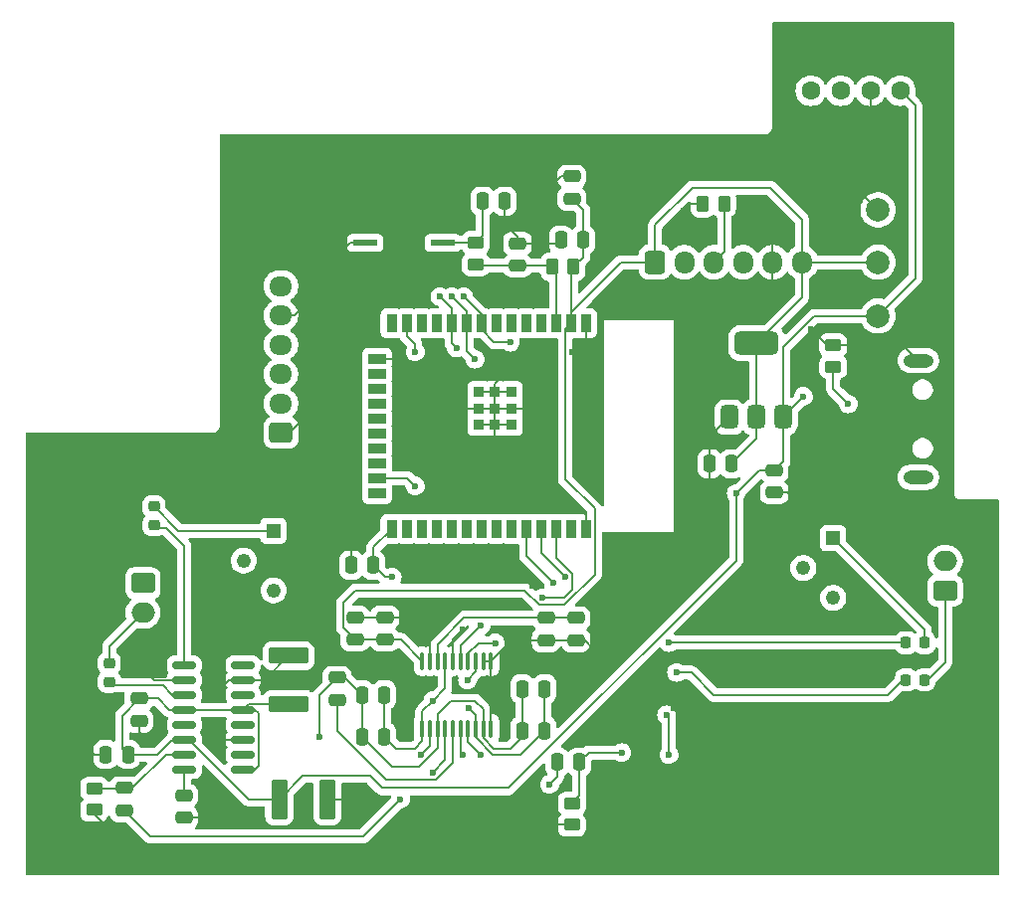
<source format=gbr>
%TF.GenerationSoftware,KiCad,Pcbnew,8.0.3*%
%TF.CreationDate,2024-10-26T03:20:47-07:00*%
%TF.ProjectId,test,74657374-2e6b-4696-9361-645f70636258,rev?*%
%TF.SameCoordinates,Original*%
%TF.FileFunction,Copper,L1,Top*%
%TF.FilePolarity,Positive*%
%FSLAX46Y46*%
G04 Gerber Fmt 4.6, Leading zero omitted, Abs format (unit mm)*
G04 Created by KiCad (PCBNEW 8.0.3) date 2024-10-26 03:20:47*
%MOMM*%
%LPD*%
G01*
G04 APERTURE LIST*
G04 Aperture macros list*
%AMRoundRect*
0 Rectangle with rounded corners*
0 $1 Rounding radius*
0 $2 $3 $4 $5 $6 $7 $8 $9 X,Y pos of 4 corners*
0 Add a 4 corners polygon primitive as box body*
4,1,4,$2,$3,$4,$5,$6,$7,$8,$9,$2,$3,0*
0 Add four circle primitives for the rounded corners*
1,1,$1+$1,$2,$3*
1,1,$1+$1,$4,$5*
1,1,$1+$1,$6,$7*
1,1,$1+$1,$8,$9*
0 Add four rect primitives between the rounded corners*
20,1,$1+$1,$2,$3,$4,$5,0*
20,1,$1+$1,$4,$5,$6,$7,0*
20,1,$1+$1,$6,$7,$8,$9,0*
20,1,$1+$1,$8,$9,$2,$3,0*%
G04 Aperture macros list end*
%TA.AperFunction,SMDPad,CuDef*%
%ADD10C,2.000000*%
%TD*%
%TA.AperFunction,ComponentPad*%
%ADD11R,1.218000X1.218000*%
%TD*%
%TA.AperFunction,ComponentPad*%
%ADD12C,1.218000*%
%TD*%
%TA.AperFunction,SMDPad,CuDef*%
%ADD13RoundRect,0.218750X-0.256250X0.218750X-0.256250X-0.218750X0.256250X-0.218750X0.256250X0.218750X0*%
%TD*%
%TA.AperFunction,SMDPad,CuDef*%
%ADD14RoundRect,0.218750X0.218750X0.256250X-0.218750X0.256250X-0.218750X-0.256250X0.218750X-0.256250X0*%
%TD*%
%TA.AperFunction,SMDPad,CuDef*%
%ADD15RoundRect,0.218750X-0.218750X-0.256250X0.218750X-0.256250X0.218750X0.256250X-0.218750X0.256250X0*%
%TD*%
%TA.AperFunction,SMDPad,CuDef*%
%ADD16R,0.900000X1.500000*%
%TD*%
%TA.AperFunction,SMDPad,CuDef*%
%ADD17R,1.500000X0.900000*%
%TD*%
%TA.AperFunction,SMDPad,CuDef*%
%ADD18R,0.900000X0.900000*%
%TD*%
%TA.AperFunction,SMDPad,CuDef*%
%ADD19RoundRect,0.250000X-0.475000X0.250000X-0.475000X-0.250000X0.475000X-0.250000X0.475000X0.250000X0*%
%TD*%
%TA.AperFunction,SMDPad,CuDef*%
%ADD20RoundRect,0.375000X0.375000X-0.625000X0.375000X0.625000X-0.375000X0.625000X-0.375000X-0.625000X0*%
%TD*%
%TA.AperFunction,SMDPad,CuDef*%
%ADD21RoundRect,0.500000X1.400000X-0.500000X1.400000X0.500000X-1.400000X0.500000X-1.400000X-0.500000X0*%
%TD*%
%TA.AperFunction,SMDPad,CuDef*%
%ADD22RoundRect,0.250000X0.250000X0.475000X-0.250000X0.475000X-0.250000X-0.475000X0.250000X-0.475000X0*%
%TD*%
%TA.AperFunction,SMDPad,CuDef*%
%ADD23RoundRect,0.250000X0.475000X-0.250000X0.475000X0.250000X-0.475000X0.250000X-0.475000X-0.250000X0*%
%TD*%
%TA.AperFunction,SMDPad,CuDef*%
%ADD24RoundRect,0.250000X0.450000X-0.262500X0.450000X0.262500X-0.450000X0.262500X-0.450000X-0.262500X0*%
%TD*%
%TA.AperFunction,SMDPad,CuDef*%
%ADD25R,2.108200X0.558800*%
%TD*%
%TA.AperFunction,SMDPad,CuDef*%
%ADD26RoundRect,0.100000X0.100000X-0.637500X0.100000X0.637500X-0.100000X0.637500X-0.100000X-0.637500X0*%
%TD*%
%TA.AperFunction,SMDPad,CuDef*%
%ADD27RoundRect,0.249999X-0.450001X-1.450001X0.450001X-1.450001X0.450001X1.450001X-0.450001X1.450001X0*%
%TD*%
%TA.AperFunction,SMDPad,CuDef*%
%ADD28RoundRect,0.250000X0.262500X0.450000X-0.262500X0.450000X-0.262500X-0.450000X0.262500X-0.450000X0*%
%TD*%
%TA.AperFunction,SMDPad,CuDef*%
%ADD29RoundRect,0.249999X1.450001X-0.450001X1.450001X0.450001X-1.450001X0.450001X-1.450001X-0.450001X0*%
%TD*%
%TA.AperFunction,SMDPad,CuDef*%
%ADD30RoundRect,0.250000X-0.250000X-0.475000X0.250000X-0.475000X0.250000X0.475000X-0.250000X0.475000X0*%
%TD*%
%TA.AperFunction,SMDPad,CuDef*%
%ADD31RoundRect,0.150000X-0.850000X-0.150000X0.850000X-0.150000X0.850000X0.150000X-0.850000X0.150000X0*%
%TD*%
%TA.AperFunction,ComponentPad*%
%ADD32RoundRect,0.250000X0.750000X-0.600000X0.750000X0.600000X-0.750000X0.600000X-0.750000X-0.600000X0*%
%TD*%
%TA.AperFunction,ComponentPad*%
%ADD33O,2.000000X1.700000*%
%TD*%
%TA.AperFunction,ComponentPad*%
%ADD34RoundRect,0.250000X-0.750000X0.600000X-0.750000X-0.600000X0.750000X-0.600000X0.750000X0.600000X0*%
%TD*%
%TA.AperFunction,ComponentPad*%
%ADD35C,1.600200*%
%TD*%
%TA.AperFunction,ComponentPad*%
%ADD36RoundRect,0.250000X0.725000X-0.600000X0.725000X0.600000X-0.725000X0.600000X-0.725000X-0.600000X0*%
%TD*%
%TA.AperFunction,ComponentPad*%
%ADD37O,1.950000X1.700000*%
%TD*%
%TA.AperFunction,ComponentPad*%
%ADD38O,2.550000X1.150000*%
%TD*%
%TA.AperFunction,ComponentPad*%
%ADD39RoundRect,0.250000X-0.600000X-0.725000X0.600000X-0.725000X0.600000X0.725000X-0.600000X0.725000X0*%
%TD*%
%TA.AperFunction,ComponentPad*%
%ADD40O,1.700000X1.950000*%
%TD*%
%TA.AperFunction,ViaPad*%
%ADD41C,0.600000*%
%TD*%
%TA.AperFunction,Conductor*%
%ADD42C,0.200000*%
%TD*%
G04 APERTURE END LIST*
D10*
%TO.P,TP1,1,1*%
%TO.N,+5V*%
X196850000Y-89655000D03*
%TD*%
%TO.P,TP4,1,1*%
%TO.N,+3.3V*%
X196850000Y-85090000D03*
%TD*%
%TO.P,TP8,1,1*%
%TO.N,GND*%
X196850000Y-80645000D03*
%TD*%
D11*
%TO.P,RV2,1,1*%
%TO.N,Net-(FB5-Pad1)*%
X145415000Y-107950000D03*
D12*
%TO.P,RV2,2,2*%
%TO.N,Net-(J2-Pin_1)*%
X142875000Y-110490000D03*
%TO.P,RV2,3,3*%
%TO.N,GND*%
X145415000Y-113030000D03*
%TD*%
D11*
%TO.P,RV1,1,1*%
%TO.N,Net-(FB4-Pad1)*%
X193040000Y-108585000D03*
D12*
%TO.P,RV1,2,2*%
%TO.N,Net-(J1-Pin_2)*%
X190500000Y-111125000D03*
%TO.P,RV1,3,3*%
%TO.N,GND*%
X193040000Y-113665000D03*
%TD*%
D13*
%TO.P,FB6,1*%
%TO.N,Net-(J2-Pin_2)*%
X131445000Y-119227500D03*
%TO.P,FB6,2*%
%TO.N,Net-(U1--OUT_L)*%
X131445000Y-120802500D03*
%TD*%
%TO.P,FB5,1*%
%TO.N,Net-(FB5-Pad1)*%
X135255000Y-105892500D03*
%TO.P,FB5,2*%
%TO.N,Net-(U1-+OUT_L)*%
X135255000Y-107467500D03*
%TD*%
D14*
%TO.P,FB4,1*%
%TO.N,Net-(FB4-Pad1)*%
X200812500Y-117475000D03*
%TO.P,FB4,2*%
%TO.N,Net-(U2-+OUT_R)*%
X199237500Y-117475000D03*
%TD*%
D15*
%TO.P,FB3,1*%
%TO.N,Net-(U2--OUT_R)*%
X199237500Y-120650000D03*
%TO.P,FB3,2*%
%TO.N,Net-(J1-Pin_1)*%
X200812500Y-120650000D03*
%TD*%
D16*
%TO.P,U4,1,GND*%
%TO.N,GND*%
X171990000Y-90286000D03*
%TO.P,U4,2,3V3*%
%TO.N,+3.3V*%
X170720000Y-90286000D03*
%TO.P,U4,3,EN/CHIP_PU*%
%TO.N,Net-(U4-EN{slash}CHIP_PU)*%
X169450000Y-90286000D03*
%TO.P,U4,4,SENSOR_VP/GPIO36/ADC1_CH0*%
%TO.N,unconnected-(U4-SENSOR_VP{slash}GPIO36{slash}ADC1_CH0-Pad4)*%
X168180000Y-90286000D03*
%TO.P,U4,5,SENSOR_VN/GPIO39/ADC1_CH3*%
%TO.N,unconnected-(U4-SENSOR_VN{slash}GPIO39{slash}ADC1_CH3-Pad5)*%
X166910000Y-90286000D03*
%TO.P,U4,6,GPIO34/ADC1_CH6*%
%TO.N,unconnected-(U4-GPIO34{slash}ADC1_CH6-Pad6)*%
X165640000Y-90286000D03*
%TO.P,U4,7,GPIO35/ADC1_CH7*%
%TO.N,unconnected-(U4-GPIO35{slash}ADC1_CH7-Pad7)*%
X164370000Y-90286000D03*
%TO.P,U4,8,32K_XP/GPIO32/ADC1_CH4*%
%TO.N,/bckIn*%
X163100000Y-90286000D03*
%TO.P,U4,9,32K_XN/GPIO33/ADC1_CH5*%
%TO.N,/sdIn*%
X161830000Y-90286000D03*
%TO.P,U4,10,DAC_1/ADC2_CH8/GPIO25*%
%TO.N,/wsIn*%
X160560000Y-90286000D03*
%TO.P,U4,11,DAC_2/ADC2_CH9/GPIO26*%
%TO.N,unconnected-(U4-DAC_2{slash}ADC2_CH9{slash}GPIO26-Pad11)*%
X159290000Y-90286000D03*
%TO.P,U4,12,ADC2_CH7/GPIO27*%
%TO.N,unconnected-(U4-ADC2_CH7{slash}GPIO27-Pad12)*%
X158020000Y-90286000D03*
%TO.P,U4,13,MTMS/GPIO14/ADC2_CH6*%
%TO.N,/bckOut*%
X156750000Y-90286000D03*
%TO.P,U4,14,MTDI/GPIO12/ADC2_CH5*%
%TO.N,unconnected-(U4-MTDI{slash}GPIO12{slash}ADC2_CH5-Pad14)*%
X155480000Y-90286000D03*
D17*
%TO.P,U4,15,GND*%
%TO.N,GND*%
X154230000Y-93316000D03*
%TO.P,U4,16,MTCK/GPIO13/ADC2_CH4*%
%TO.N,unconnected-(U4-MTCK{slash}GPIO13{slash}ADC2_CH4-Pad16)*%
X154230000Y-94586000D03*
%TO.P,U4,17*%
%TO.N,N/C*%
X154230000Y-95856000D03*
%TO.P,U4,18*%
X154230000Y-97126000D03*
%TO.P,U4,19*%
X154230000Y-98396000D03*
%TO.P,U4,20*%
X154230000Y-99666000D03*
%TO.P,U4,21*%
X154230000Y-100936000D03*
%TO.P,U4,22*%
X154230000Y-102206000D03*
%TO.P,U4,23,MTDO/GPIO15/ADC2_CH3*%
%TO.N,/wsOut*%
X154230000Y-103476000D03*
%TO.P,U4,24,ADC2_CH2/GPIO2*%
%TO.N,unconnected-(U4-ADC2_CH2{slash}GPIO2-Pad24)*%
X154230000Y-104746000D03*
D16*
%TO.P,U4,25,GPIO0/BOOT/ADC2_CH1*%
%TO.N,Net-(U4-GPIO0{slash}BOOT{slash}ADC2_CH1)*%
X155480000Y-107786000D03*
%TO.P,U4,26,ADC2_CH0/GPIO4*%
%TO.N,unconnected-(U4-ADC2_CH0{slash}GPIO4-Pad26)*%
X156750000Y-107786000D03*
%TO.P,U4,27,GPIO16*%
%TO.N,unconnected-(U4-GPIO16-Pad27)*%
X158020000Y-107786000D03*
%TO.P,U4,28,GPIO17*%
%TO.N,unconnected-(U4-GPIO17-Pad28)*%
X159290000Y-107786000D03*
%TO.P,U4,29,GPIO5*%
%TO.N,unconnected-(U4-GPIO5-Pad29)*%
X160560000Y-107786000D03*
%TO.P,U4,30,GPIO18*%
%TO.N,unconnected-(U4-GPIO18-Pad30)*%
X161830000Y-107786000D03*
%TO.P,U4,31,GPIO19*%
%TO.N,unconnected-(U4-GPIO19-Pad31)*%
X163100000Y-107786000D03*
%TO.P,U4,32*%
%TO.N,N/C*%
X164370000Y-107786000D03*
%TO.P,U4,33,GPIO21*%
%TO.N,unconnected-(U4-GPIO21-Pad33)*%
X165640000Y-107786000D03*
%TO.P,U4,34,U0RXD/GPIO3*%
%TO.N,/d2-*%
X166910000Y-107786000D03*
%TO.P,U4,35,U0TXD/GPIO1*%
%TO.N,/d2+*%
X168180000Y-107786000D03*
%TO.P,U4,36,GPIO22*%
%TO.N,/sdOut*%
X169450000Y-107786000D03*
%TO.P,U4,37,GPIO23*%
%TO.N,unconnected-(U4-GPIO23-Pad37)*%
X170720000Y-107786000D03*
%TO.P,U4,38,GND*%
%TO.N,GND*%
X171990000Y-107786000D03*
D18*
%TO.P,U4,39,GND_THERMAL*%
X165670000Y-96136000D03*
X165670000Y-96136000D03*
X164270000Y-96136000D03*
X162870000Y-96136000D03*
X162870000Y-96136000D03*
X165670000Y-97536000D03*
X164270000Y-97536000D03*
X162870000Y-97536000D03*
X162870000Y-97536000D03*
X165670000Y-98936000D03*
X164270000Y-98936000D03*
X162870000Y-98936000D03*
%TD*%
D19*
%TO.P,C6,1*%
%TO.N,+5V*%
X188022000Y-102806000D03*
%TO.P,C6,2*%
%TO.N,GND*%
X188022000Y-104706000D03*
%TD*%
%TO.P,C9,1*%
%TO.N,Net-(U1-INL)*%
X132715000Y-129860000D03*
%TO.P,C9,2*%
%TO.N,/inL*%
X132715000Y-131760000D03*
%TD*%
D20*
%TO.P,U5,1,GND*%
%TO.N,GND*%
X184198000Y-98270000D03*
%TO.P,U5,2,VO*%
%TO.N,+3.3V*%
X186498000Y-98270000D03*
D21*
X186498000Y-91970000D03*
D20*
%TO.P,U5,3,VI*%
%TO.N,+5V*%
X188798000Y-98270000D03*
%TD*%
D22*
%TO.P,C12,1*%
%TO.N,GND*%
X165096000Y-79880000D03*
%TO.P,C12,2*%
%TO.N,Net-(C12-Pad2)*%
X163196000Y-79880000D03*
%TD*%
D23*
%TO.P,C5,1*%
%TO.N,GND*%
X133985000Y-124140000D03*
%TO.P,C5,2*%
%TO.N,+5V*%
X133985000Y-122240000D03*
%TD*%
D24*
%TO.P,R3,1*%
%TO.N,GND*%
X130175000Y-131722500D03*
%TO.P,R3,2*%
%TO.N,Net-(U1-INL)*%
X130175000Y-129897500D03*
%TD*%
D25*
%TO.P,SW3,1,1*%
%TO.N,GND*%
X153225300Y-83436000D03*
%TO.P,SW3,2,2*%
%TO.N,Net-(C12-Pad2)*%
X159826700Y-83436000D03*
%TD*%
D26*
%TO.P,U6,1,CPVDD*%
%TO.N,+3.3VA*%
X158073500Y-124782500D03*
%TO.P,U6,2,CAPP*%
%TO.N,Net-(U6-CAPP)*%
X158723500Y-124782500D03*
%TO.P,U6,3,CPGND*%
%TO.N,GNDA*%
X159373500Y-124782500D03*
%TO.P,U6,4,CAPM*%
%TO.N,Net-(U6-CAPM)*%
X160023500Y-124782500D03*
%TO.P,U6,5,VNEG*%
%TO.N,/vneg*%
X160673500Y-124782500D03*
%TO.P,U6,6,OUTL*%
%TO.N,Net-(RN1-R2.2)*%
X161323500Y-124782500D03*
%TO.P,U6,7,OUTR*%
%TO.N,Net-(RN1-R1.2)*%
X161973500Y-124782500D03*
%TO.P,U6,8,AVDD*%
%TO.N,+3.3VA*%
X162623500Y-124782500D03*
%TO.P,U6,9,AGND*%
%TO.N,GNDA*%
X163273500Y-124782500D03*
%TO.P,U6,10,DEMP*%
%TO.N,GND*%
X163923500Y-124782500D03*
%TO.P,U6,11,FLT*%
X163923500Y-119057500D03*
%TO.P,U6,12,SCK*%
X163273500Y-119057500D03*
%TO.P,U6,13,BCK*%
%TO.N,/bckOut*%
X162623500Y-119057500D03*
%TO.P,U6,14,DIN*%
%TO.N,/sdOut*%
X161973500Y-119057500D03*
%TO.P,U6,15,LRCK*%
%TO.N,/wsOut*%
X161323500Y-119057500D03*
%TO.P,U6,16,FMT*%
%TO.N,GND*%
X160673500Y-119057500D03*
%TO.P,U6,17,XSMT*%
%TO.N,+3.3VA*%
X160023500Y-119057500D03*
%TO.P,U6,18,LDOO*%
%TO.N,/ldo*%
X159373500Y-119057500D03*
%TO.P,U6,19,DGND*%
%TO.N,GND*%
X158723500Y-119057500D03*
%TO.P,U6,20,DVDD*%
%TO.N,+3.3V*%
X158073500Y-119057500D03*
%TD*%
D23*
%TO.P,C33,1*%
%TO.N,+3.3V*%
X152362500Y-117216000D03*
%TO.P,C33,2*%
%TO.N,GND*%
X152362500Y-115316000D03*
%TD*%
D22*
%TO.P,C31,1*%
%TO.N,+3.3VA*%
X168486500Y-121412000D03*
%TO.P,C31,2*%
%TO.N,GNDA*%
X166586500Y-121412000D03*
%TD*%
D27*
%TO.P,C3,1*%
%TO.N,+5V*%
X145905000Y-130810000D03*
%TO.P,C3,2*%
%TO.N,GND*%
X150005000Y-130810000D03*
%TD*%
D28*
%TO.P,R13,1*%
%TO.N,+3.3V*%
X170948500Y-85468000D03*
%TO.P,R13,2*%
%TO.N,Net-(U4-EN{slash}CHIP_PU)*%
X169123500Y-85468000D03*
%TD*%
D19*
%TO.P,C28,1*%
%TO.N,GND*%
X154902500Y-115316000D03*
%TO.P,C28,2*%
%TO.N,+3.3V*%
X154902500Y-117216000D03*
%TD*%
D28*
%TO.P,R11,1*%
%TO.N,/sdIn*%
X183752500Y-80077000D03*
%TO.P,R11,2*%
%TO.N,GND*%
X181927500Y-80077000D03*
%TD*%
D29*
%TO.P,C8,1*%
%TO.N,+5V*%
X146685000Y-122700000D03*
%TO.P,C8,2*%
%TO.N,GND*%
X146685000Y-118600000D03*
%TD*%
D24*
%TO.P,R12,1*%
%TO.N,Net-(U4-EN{slash}CHIP_PU)*%
X162622000Y-85261000D03*
%TO.P,R12,2*%
%TO.N,Net-(C12-Pad2)*%
X162622000Y-83436000D03*
%TD*%
%TO.P,R14,1*%
%TO.N,/cc21*%
X193040000Y-93980000D03*
%TO.P,R14,2*%
%TO.N,GND*%
X193040000Y-92155000D03*
%TD*%
D30*
%TO.P,C4,1*%
%TO.N,GND*%
X131130000Y-127000000D03*
%TO.P,C4,2*%
%TO.N,+5V*%
X133030000Y-127000000D03*
%TD*%
D23*
%TO.P,C11,1*%
%TO.N,GND*%
X137795000Y-132395000D03*
%TO.P,C11,2*%
%TO.N,Net-(U1-VREF)*%
X137795000Y-130495000D03*
%TD*%
D22*
%TO.P,C25,1*%
%TO.N,Net-(U4-GPIO0{slash}BOOT{slash}ADC2_CH1)*%
X153920000Y-110868000D03*
%TO.P,C25,2*%
%TO.N,GND*%
X152020000Y-110868000D03*
%TD*%
D23*
%TO.P,C29,1*%
%TO.N,/vneg*%
X150838500Y-122362000D03*
%TO.P,C29,2*%
%TO.N,GNDA*%
X150838500Y-120462000D03*
%TD*%
D30*
%TO.P,C26,1*%
%TO.N,GNDA*%
X166586500Y-124968000D03*
%TO.P,C26,2*%
%TO.N,+3.3VA*%
X168486500Y-124968000D03*
%TD*%
D22*
%TO.P,C34,1*%
%TO.N,+3.3VA*%
X154836500Y-121920000D03*
%TO.P,C34,2*%
%TO.N,GNDA*%
X152936500Y-121920000D03*
%TD*%
D19*
%TO.P,C27,1*%
%TO.N,/ldo*%
X171158500Y-115382000D03*
%TO.P,C27,2*%
%TO.N,GND*%
X171158500Y-117282000D03*
%TD*%
D31*
%TO.P,U1,1,+OUT_L*%
%TO.N,Net-(U1-+OUT_L)*%
X137835000Y-119380000D03*
%TO.P,U1,2,PGNDL*%
%TO.N,GND*%
X137835000Y-120650000D03*
%TO.P,U1,3,-OUT_L*%
%TO.N,Net-(U1--OUT_L)*%
X137835000Y-121920000D03*
%TO.P,U1,4,PVDDL*%
%TO.N,+5V*%
X137835000Y-123190000D03*
%TO.P,U1,5,~{MUTE}*%
%TO.N,unconnected-(U1-~{MUTE}-Pad5)*%
X137835000Y-124460000D03*
%TO.P,U1,6,VDD*%
%TO.N,+5V*%
X137835000Y-125730000D03*
%TO.P,U1,7,INL*%
%TO.N,Net-(U1-INL)*%
X137835000Y-127000000D03*
%TO.P,U1,8,VREF*%
%TO.N,Net-(U1-VREF)*%
X137835000Y-128270000D03*
%TO.P,U1,9,MODE*%
%TO.N,+5V*%
X142835000Y-128270000D03*
%TO.P,U1,10,INR*%
%TO.N,unconnected-(U1-INR-Pad10)*%
X142835000Y-127000000D03*
%TO.P,U1,11,GND*%
%TO.N,GND*%
X142835000Y-125730000D03*
%TO.P,U1,12,~{SHND}*%
%TO.N,unconnected-(U1-~{SHND}-Pad12)*%
X142835000Y-124460000D03*
%TO.P,U1,13,PVDDR*%
%TO.N,+5V*%
X142835000Y-123190000D03*
%TO.P,U1,14,-OUT_R*%
%TO.N,unconnected-(U1--OUT_R-Pad14)*%
X142835000Y-121920000D03*
%TO.P,U1,15,PGNDR*%
%TO.N,GND*%
X142835000Y-120650000D03*
%TO.P,U1,16,+OUT_R*%
%TO.N,unconnected-(U1-+OUT_R-Pad16)*%
X142835000Y-119380000D03*
%TD*%
D30*
%TO.P,C30,1*%
%TO.N,GNDA*%
X152936500Y-125476000D03*
%TO.P,C30,2*%
%TO.N,+3.3VA*%
X154836500Y-125476000D03*
%TD*%
D24*
%TO.P,R1,1*%
%TO.N,GND*%
X170815000Y-132992500D03*
%TO.P,R1,2*%
%TO.N,Net-(U2-INR)*%
X170815000Y-131167500D03*
%TD*%
D22*
%TO.P,C1,1*%
%TO.N,Net-(U2-INR)*%
X171445000Y-127635000D03*
%TO.P,C1,2*%
%TO.N,/inR*%
X169545000Y-127635000D03*
%TD*%
%TO.P,C7,1*%
%TO.N,+3.3V*%
X184400000Y-102232000D03*
%TO.P,C7,2*%
%TO.N,GND*%
X182500000Y-102232000D03*
%TD*%
D23*
%TO.P,C22,1*%
%TO.N,Net-(U4-EN{slash}CHIP_PU)*%
X166178000Y-85402000D03*
%TO.P,C22,2*%
%TO.N,GND*%
X166178000Y-83502000D03*
%TD*%
D30*
%TO.P,C24,1*%
%TO.N,GND*%
X169865000Y-83185000D03*
%TO.P,C24,2*%
%TO.N,+3.3V*%
X171765000Y-83185000D03*
%TD*%
D19*
%TO.P,C32,1*%
%TO.N,/ldo*%
X168618500Y-115382000D03*
%TO.P,C32,2*%
%TO.N,GND*%
X168618500Y-117282000D03*
%TD*%
%TO.P,C23,1*%
%TO.N,GND*%
X170815000Y-77790000D03*
%TO.P,C23,2*%
%TO.N,+3.3V*%
X170815000Y-79690000D03*
%TD*%
D32*
%TO.P,J1,1,Pin_1*%
%TO.N,Net-(J1-Pin_1)*%
X202565000Y-113030000D03*
D33*
%TO.P,J1,2,Pin_2*%
%TO.N,Net-(J1-Pin_2)*%
X202565000Y-110530000D03*
%TD*%
D34*
%TO.P,J2,1,Pin_1*%
%TO.N,Net-(J2-Pin_1)*%
X134320000Y-112415000D03*
D33*
%TO.P,J2,2,Pin_2*%
%TO.N,Net-(J2-Pin_2)*%
X134320000Y-114915000D03*
%TD*%
D35*
%TO.P,J6,1,Pin_1*%
%TO.N,+5V*%
X198755000Y-70485000D03*
%TO.P,J6,2,Pin_2*%
%TO.N,GND*%
X196215000Y-70485000D03*
%TO.P,J6,3*%
%TO.N,N/C*%
X193675000Y-70485000D03*
%TO.P,J6,4*%
X191135000Y-70485000D03*
%TD*%
D36*
%TO.P,J4,1,Pin_1*%
%TO.N,GND*%
X146050000Y-99615000D03*
D37*
%TO.P,J4,2,Pin_2*%
%TO.N,/wsIn*%
X146050000Y-97115000D03*
%TO.P,J4,3,Pin_3*%
%TO.N,/sdIn*%
X146050000Y-94615000D03*
%TO.P,J4,4,Pin_4*%
%TO.N,/bckIn*%
X146050000Y-92115000D03*
%TO.P,J4,5,Pin_5*%
%TO.N,GND*%
X146050000Y-89615000D03*
%TO.P,J4,6,Pin_6*%
%TO.N,+3.3V*%
X146050000Y-87115000D03*
%TD*%
D38*
%TO.P,J3,SH1,SHIELD*%
%TO.N,GND*%
X200280000Y-93455000D03*
%TO.P,J3,SH2,SHIELD__1*%
X200280000Y-103395000D03*
%TD*%
D39*
%TO.P,J5,1,Pin_1*%
%TO.N,+3.3V*%
X177880000Y-85090000D03*
D40*
%TO.P,J5,2,Pin_2*%
%TO.N,/wsIn*%
X180380000Y-85090000D03*
%TO.P,J5,3,Pin_3*%
%TO.N,/sdIn*%
X182880000Y-85090000D03*
%TO.P,J5,4,Pin_4*%
%TO.N,/bckIn*%
X185380000Y-85090000D03*
%TO.P,J5,5,Pin_5*%
%TO.N,GND*%
X187880000Y-85090000D03*
%TO.P,J5,6,Pin_6*%
%TO.N,+3.3V*%
X190380000Y-85090000D03*
%TD*%
D41*
%TO.N,GND*%
X148590000Y-111760000D03*
X195580000Y-114935000D03*
X139065000Y-100965000D03*
X193675000Y-65405000D03*
X179705000Y-136525000D03*
X141605000Y-136525000D03*
X170815000Y-92710000D03*
X141605000Y-92075000D03*
X133985000Y-136525000D03*
X128905000Y-100965000D03*
X188595000Y-69215000D03*
X140335000Y-102235000D03*
X125095000Y-112395000D03*
X202565000Y-75565000D03*
X125095000Y-131445000D03*
X125095000Y-100965000D03*
X136525000Y-136525000D03*
X125095000Y-122555000D03*
X170815000Y-75565000D03*
X154305000Y-75565000D03*
X197485000Y-136525000D03*
X202565000Y-74295000D03*
X188595000Y-66675000D03*
X182245000Y-75565000D03*
X140335000Y-125095000D03*
X179705000Y-75565000D03*
X188595000Y-73025000D03*
X141605000Y-78105000D03*
X202565000Y-86995000D03*
X167418500Y-112616500D03*
X206375000Y-117475000D03*
X125095000Y-120015000D03*
X172085000Y-136525000D03*
X194945000Y-136525000D03*
X141605000Y-93345000D03*
X182245000Y-136525000D03*
X142875000Y-136525000D03*
X158115000Y-75565000D03*
X198755000Y-136525000D03*
X206375000Y-109855000D03*
X125095000Y-130175000D03*
X131445000Y-100965000D03*
X169226000Y-99184000D03*
X159385000Y-136525000D03*
X165735000Y-93980000D03*
X201295000Y-136525000D03*
X197485000Y-65405000D03*
X136525000Y-100965000D03*
X186055000Y-75565000D03*
X206375000Y-122555000D03*
X188595000Y-136525000D03*
X194945000Y-65405000D03*
X160655000Y-75565000D03*
X195580000Y-126365000D03*
X186055000Y-136525000D03*
X188595000Y-65405000D03*
X125095000Y-132715000D03*
X168275000Y-132080000D03*
X175895000Y-75565000D03*
X168275000Y-136525000D03*
X157034000Y-94104000D03*
X202565000Y-76835000D03*
X157950500Y-116840000D03*
X146685000Y-75565000D03*
X183515000Y-75565000D03*
X202565000Y-69215000D03*
X203200000Y-106680000D03*
X202565000Y-136525000D03*
X135255000Y-136525000D03*
X200025000Y-65405000D03*
X165735000Y-136525000D03*
X153035000Y-75565000D03*
X202565000Y-106680000D03*
X125095000Y-135255000D03*
X188595000Y-71755000D03*
X125095000Y-108585000D03*
X135255000Y-100965000D03*
X206375000Y-126365000D03*
X188595000Y-75565000D03*
X183515000Y-136525000D03*
X144145000Y-136525000D03*
X167005000Y-75565000D03*
X202565000Y-104775000D03*
X206375000Y-106680000D03*
X149225000Y-97155000D03*
X204470000Y-106680000D03*
X155575000Y-136525000D03*
X141605000Y-84455000D03*
X206375000Y-132715000D03*
X169545000Y-75565000D03*
X174625000Y-136525000D03*
X151765000Y-136525000D03*
X141605000Y-81915000D03*
X126365000Y-100965000D03*
X145415000Y-75565000D03*
X202565000Y-67945000D03*
X206375000Y-131445000D03*
X125095000Y-126365000D03*
X163195000Y-136525000D03*
X141605000Y-76835000D03*
X153035000Y-136525000D03*
X206375000Y-128905000D03*
X140335000Y-132715000D03*
X125095000Y-107315000D03*
X140335000Y-136525000D03*
X202565000Y-83185000D03*
X181926000Y-104264000D03*
X141605000Y-100965000D03*
X159385000Y-75565000D03*
X151765000Y-75565000D03*
X146685000Y-136525000D03*
X189865000Y-136525000D03*
X131445000Y-133350000D03*
X184785000Y-75565000D03*
X205105000Y-136525000D03*
X206375000Y-133985000D03*
X202565000Y-106045000D03*
X134620000Y-120015000D03*
X184785000Y-136525000D03*
X202565000Y-88265000D03*
X164465000Y-136525000D03*
X172085000Y-75565000D03*
X150495000Y-75565000D03*
X141605000Y-75565000D03*
X193675000Y-136525000D03*
X149225000Y-87630000D03*
X125095000Y-117475000D03*
X185217500Y-119220000D03*
X126365000Y-136525000D03*
X175895000Y-136525000D03*
X141605000Y-83185000D03*
X181610000Y-131487499D03*
X125095000Y-128905000D03*
X169545000Y-136525000D03*
X205740000Y-106680000D03*
X163195000Y-75565000D03*
X200025000Y-136525000D03*
X202565000Y-90805000D03*
X177165000Y-75565000D03*
X192405000Y-136525000D03*
X186690000Y-88900000D03*
X152400000Y-131445000D03*
X149225000Y-136525000D03*
X206375000Y-120015000D03*
X125095000Y-121285000D03*
X180975000Y-75565000D03*
X172720000Y-118110000D03*
X144145000Y-75565000D03*
X188595000Y-67945000D03*
X132715000Y-100965000D03*
X202565000Y-80645000D03*
X155575000Y-75565000D03*
X147955000Y-136525000D03*
X195580000Y-75565000D03*
X161506500Y-116332000D03*
X140335000Y-100965000D03*
X159574000Y-96644000D03*
X206375000Y-107315000D03*
X132715000Y-136525000D03*
X201295000Y-65405000D03*
X142875000Y-75565000D03*
X125095000Y-106045000D03*
X191135000Y-136525000D03*
X125095000Y-109855000D03*
X141605000Y-89535000D03*
X141605000Y-94615000D03*
X179502500Y-123030000D03*
X202565000Y-71755000D03*
X202565000Y-85725000D03*
X173355000Y-136525000D03*
X154305000Y-136525000D03*
X178435000Y-75565000D03*
X141605000Y-90805000D03*
X178435000Y-136525000D03*
X203835000Y-136525000D03*
X202565000Y-79375000D03*
X141605000Y-99695000D03*
X151446000Y-107820000D03*
X141605000Y-85725000D03*
X147955000Y-75565000D03*
X158115000Y-136525000D03*
X206375000Y-123825000D03*
X206375000Y-116205000D03*
X125095000Y-125095000D03*
X134620000Y-125730000D03*
X127635000Y-100965000D03*
X180300000Y-80712000D03*
X168275000Y-75565000D03*
X141605000Y-86995000D03*
X164465000Y-75565000D03*
X188595000Y-70485000D03*
X206375000Y-127635000D03*
X186904000Y-81026000D03*
X206375000Y-121285000D03*
X193040000Y-78105000D03*
X192405000Y-65405000D03*
X125095000Y-123825000D03*
X141605000Y-79375000D03*
X206375000Y-125095000D03*
X165735000Y-75565000D03*
X202565000Y-78105000D03*
X130175000Y-100965000D03*
X133985000Y-100965000D03*
X196215000Y-65405000D03*
X125095000Y-133985000D03*
X206375000Y-118745000D03*
X163130000Y-101724000D03*
X191135000Y-90805000D03*
X125095000Y-114935000D03*
X137795000Y-136525000D03*
X150495000Y-136525000D03*
X191135000Y-65405000D03*
X177165000Y-136525000D03*
X161925000Y-136525000D03*
X170815000Y-136525000D03*
X206375000Y-135255000D03*
X128905000Y-136525000D03*
X174625000Y-119380000D03*
X202565000Y-65405000D03*
X202565000Y-73025000D03*
X158115000Y-115570000D03*
X141605000Y-98425000D03*
X206375000Y-130175000D03*
X125095000Y-113665000D03*
X188595000Y-74295000D03*
X202565000Y-66675000D03*
X187325000Y-136525000D03*
X150938000Y-84452000D03*
X206375000Y-114935000D03*
X206375000Y-112395000D03*
X173355000Y-75565000D03*
X180975000Y-136525000D03*
X174625000Y-75565000D03*
X125095000Y-111125000D03*
X129540000Y-126365000D03*
X187325000Y-75565000D03*
X127635000Y-136525000D03*
X185217500Y-132555000D03*
X202565000Y-92075000D03*
X156845000Y-75565000D03*
X206375000Y-113665000D03*
X202565000Y-81915000D03*
X196215000Y-136525000D03*
X161925000Y-75565000D03*
X137795000Y-100965000D03*
X189865000Y-65405000D03*
X206375000Y-111125000D03*
X145415000Y-136525000D03*
X168910000Y-78740000D03*
X125095000Y-102235000D03*
X206375000Y-108585000D03*
X139065000Y-136525000D03*
X130175000Y-136525000D03*
X125095000Y-103505000D03*
X131445000Y-136525000D03*
X202565000Y-84455000D03*
X141605000Y-88265000D03*
X206375000Y-136525000D03*
X141605000Y-95885000D03*
X202565000Y-89535000D03*
X167005000Y-136525000D03*
X170815000Y-105410000D03*
X186055000Y-111125000D03*
X141605000Y-80645000D03*
X125095000Y-127635000D03*
X149225000Y-75565000D03*
X125095000Y-104775000D03*
X140970000Y-121285000D03*
X125095000Y-116205000D03*
X125095000Y-118745000D03*
X156845000Y-136525000D03*
X160655000Y-136525000D03*
X198755000Y-65405000D03*
X191770000Y-106680000D03*
X189865000Y-105410000D03*
X125095000Y-136525000D03*
X141605000Y-97155000D03*
%TO.N,/inR*%
X168910000Y-129540000D03*
%TO.N,Net-(U2-INR)*%
X175057500Y-126840000D03*
%TO.N,/inL*%
X156210000Y-130810000D03*
%TO.N,+5V*%
X184785000Y-104775000D03*
X178869484Y-123624484D03*
X179070000Y-127000000D03*
X190500000Y-96520000D03*
%TO.N,/bckIn*%
X165552069Y-91892069D03*
X161606000Y-88008000D03*
%TO.N,/sdIn*%
X160590000Y-88008000D03*
X162560000Y-93345000D03*
%TO.N,/wsIn*%
X159574000Y-88008000D03*
X160972500Y-92392500D03*
%TO.N,/wsOut*%
X163068000Y-115982000D03*
X157480000Y-104140000D03*
%TO.N,/bckOut*%
X157480000Y-92710000D03*
X161925000Y-120650000D03*
%TO.N,Net-(U2--OUT_R)*%
X179705000Y-120015000D03*
%TO.N,Net-(U2-+OUT_R)*%
X179070000Y-117475000D03*
%TO.N,/sdOut*%
X164279979Y-117514327D03*
X168275000Y-113665000D03*
%TO.N,Net-(U4-GPIO0{slash}BOOT{slash}ADC2_CH1)*%
X155510000Y-111884000D03*
%TO.N,GNDA*%
X149314500Y-125476000D03*
%TO.N,+3.3VA*%
X162014500Y-123028000D03*
X158966500Y-122428000D03*
%TO.N,Net-(U6-CAPM)*%
X158966500Y-128524000D03*
%TO.N,Net-(U6-CAPP)*%
X157950500Y-127000000D03*
%TO.N,/d2+*%
X170242000Y-111884000D03*
%TO.N,/d2-*%
X169226000Y-112392000D03*
%TO.N,/cc21*%
X194310000Y-97155000D03*
%TO.N,Net-(RN1-R1.2)*%
X163030500Y-127000000D03*
%TO.N,Net-(RN1-R2.2)*%
X161506500Y-127000000D03*
%TD*%
D42*
%TO.N,Net-(FB5-Pad1)*%
X145415000Y-107950000D02*
X137312500Y-107950000D01*
X137312500Y-107950000D02*
X135255000Y-105892500D01*
%TO.N,Net-(FB4-Pad1)*%
X200812500Y-116357500D02*
X193040000Y-108585000D01*
X200812500Y-117475000D02*
X200812500Y-116357500D01*
%TO.N,GND*%
X168618500Y-117282000D02*
X165699000Y-117282000D01*
X187880000Y-85090000D02*
X187880000Y-87710000D01*
X170815000Y-77790000D02*
X169860000Y-77790000D01*
X162870000Y-97536000D02*
X160466000Y-97536000D01*
X141597500Y-105617500D02*
X141645000Y-105570000D01*
X166178000Y-83502000D02*
X166178000Y-82928000D01*
X135255000Y-120650000D02*
X134620000Y-120015000D01*
X130175000Y-127000000D02*
X129540000Y-126365000D01*
X165670000Y-97536000D02*
X167578000Y-97536000D01*
X158723500Y-117613000D02*
X157950500Y-116840000D01*
X165699000Y-117282000D02*
X163923500Y-119057500D01*
X167578000Y-97536000D02*
X169226000Y-99184000D01*
X137795000Y-132395000D02*
X140015000Y-132395000D01*
X164270000Y-97536000D02*
X165670000Y-97536000D01*
X182500000Y-99968000D02*
X182500000Y-102232000D01*
X140970000Y-121285000D02*
X141605000Y-120650000D01*
X146050000Y-89615000D02*
X147240000Y-89615000D01*
X150005000Y-130810000D02*
X151765000Y-130810000D01*
X187880000Y-87710000D02*
X186690000Y-88900000D01*
X194310000Y-78105000D02*
X193040000Y-78105000D01*
X152362500Y-115316000D02*
X154902500Y-115316000D01*
X171990000Y-107786000D02*
X171990000Y-106585000D01*
X196215000Y-74930000D02*
X195580000Y-75565000D01*
X188022000Y-104706000D02*
X189161000Y-104706000D01*
X140985000Y-102885000D02*
X140335000Y-102235000D01*
X157861000Y-115316000D02*
X158115000Y-115570000D01*
X151954000Y-83436000D02*
X150938000Y-84452000D01*
X192485000Y-92155000D02*
X191135000Y-90805000D01*
X160466000Y-97536000D02*
X159574000Y-96644000D01*
X154230000Y-93316000D02*
X156246000Y-93316000D01*
X180935000Y-80077000D02*
X180300000Y-80712000D01*
X156246000Y-93316000D02*
X157034000Y-94104000D01*
X130175000Y-132080000D02*
X131445000Y-133350000D01*
X147240000Y-89615000D02*
X149225000Y-87630000D01*
X166178000Y-82928000D02*
X165096000Y-81846000D01*
X141605000Y-120650000D02*
X142835000Y-120650000D01*
X164270000Y-98936000D02*
X164270000Y-100584000D01*
X130175000Y-131722500D02*
X130175000Y-132080000D01*
X171990000Y-106585000D02*
X170815000Y-105410000D01*
X193040000Y-92155000D02*
X192485000Y-92155000D01*
X164270000Y-97536000D02*
X164270000Y-96136000D01*
X131130000Y-127000000D02*
X130175000Y-127000000D01*
X164270000Y-98936000D02*
X164270000Y-97536000D01*
X140985000Y-105490000D02*
X140985000Y-102885000D01*
X193040000Y-92155000D02*
X198980000Y-92155000D01*
X146765000Y-99615000D02*
X149225000Y-97155000D01*
X164270000Y-98936000D02*
X165670000Y-98936000D01*
X181926000Y-104264000D02*
X182500000Y-103690000D01*
X196215000Y-70485000D02*
X196215000Y-74930000D01*
X165670000Y-96136000D02*
X164270000Y-96136000D01*
X171892000Y-117282000D02*
X172720000Y-118110000D01*
X169548000Y-83502000D02*
X169865000Y-83185000D01*
X163923500Y-119057500D02*
X163273500Y-119057500D01*
X171990000Y-91535000D02*
X170815000Y-92710000D01*
X160673500Y-117165000D02*
X161506500Y-116332000D01*
X158723500Y-119057500D02*
X158723500Y-117613000D01*
X164270000Y-100584000D02*
X163130000Y-101724000D01*
X133985000Y-124140000D02*
X133985000Y-125095000D01*
X166178000Y-83502000D02*
X169548000Y-83502000D01*
X133985000Y-125095000D02*
X134620000Y-125730000D01*
X154902500Y-115316000D02*
X157861000Y-115316000D01*
X181927500Y-80077000D02*
X180935000Y-80077000D01*
X142835000Y-125730000D02*
X140970000Y-125730000D01*
X184198000Y-98270000D02*
X182500000Y-99968000D01*
X198980000Y-92155000D02*
X200280000Y-93455000D01*
X144635000Y-120650000D02*
X146685000Y-118600000D01*
X140015000Y-132395000D02*
X140335000Y-132715000D01*
X196850000Y-80645000D02*
X194310000Y-78105000D01*
X187880000Y-82002000D02*
X186904000Y-81026000D01*
X164270000Y-96136000D02*
X162870000Y-96136000D01*
X152020000Y-110868000D02*
X152020000Y-108394000D01*
X140970000Y-125730000D02*
X140335000Y-125095000D01*
X169187500Y-132992500D02*
X168275000Y-132080000D01*
X182500000Y-103690000D02*
X182500000Y-102232000D01*
X151765000Y-130810000D02*
X152400000Y-131445000D01*
X184532000Y-98604000D02*
X184198000Y-98270000D01*
X142835000Y-120650000D02*
X144635000Y-120650000D01*
X169860000Y-77790000D02*
X168910000Y-78740000D01*
X170815000Y-132992500D02*
X169187500Y-132992500D01*
X171990000Y-90286000D02*
X171990000Y-91535000D01*
X163923500Y-124782500D02*
X163923500Y-119057500D01*
X137835000Y-120650000D02*
X135255000Y-120650000D01*
X189161000Y-104706000D02*
X189865000Y-105410000D01*
X164270000Y-95445000D02*
X164270000Y-96136000D01*
X171158500Y-117282000D02*
X168618500Y-117282000D01*
X160673500Y-119057500D02*
X160673500Y-117165000D01*
X153225300Y-83436000D02*
X151954000Y-83436000D01*
X165735000Y-93980000D02*
X164270000Y-95445000D01*
X165096000Y-81846000D02*
X165096000Y-79880000D01*
X187880000Y-85090000D02*
X187880000Y-82002000D01*
X171158500Y-117282000D02*
X171892000Y-117282000D01*
X152020000Y-108394000D02*
X151446000Y-107820000D01*
X162870000Y-98936000D02*
X164270000Y-98936000D01*
X164270000Y-97536000D02*
X162870000Y-97536000D01*
X146050000Y-99615000D02*
X146765000Y-99615000D01*
%TO.N,/inR*%
X169545000Y-128905000D02*
X169545000Y-127635000D01*
X168910000Y-129540000D02*
X169545000Y-128905000D01*
%TO.N,+3.3V*%
X154902500Y-117216000D02*
X152362500Y-117216000D01*
X170720000Y-85696500D02*
X170948500Y-85468000D01*
X190380000Y-85090000D02*
X190380000Y-81454000D01*
X170145686Y-114265000D02*
X168026471Y-114265000D01*
X170215000Y-90791000D02*
X170215000Y-103540000D01*
X186498000Y-100134000D02*
X184400000Y-102232000D01*
X190260000Y-85210000D02*
X190380000Y-85090000D01*
X170720000Y-90286000D02*
X170720000Y-85696500D01*
X171765000Y-84651500D02*
X170948500Y-85468000D01*
X151337500Y-114092500D02*
X151337500Y-116191000D01*
X171765000Y-83185000D02*
X171765000Y-84651500D01*
X190380000Y-85090000D02*
X196850000Y-85090000D01*
X174966000Y-85090000D02*
X170720000Y-89336000D01*
X172740000Y-106065000D02*
X172740000Y-111670686D01*
X168026471Y-114265000D02*
X166791471Y-113030000D01*
X190380000Y-81454000D02*
X187666000Y-78740000D01*
X152400000Y-113030000D02*
X151337500Y-114092500D01*
X177880000Y-85090000D02*
X174966000Y-85090000D01*
X181062000Y-78740000D02*
X177880000Y-81922000D01*
X177880000Y-81922000D02*
X177880000Y-85090000D01*
X190380000Y-88088000D02*
X190380000Y-85090000D01*
X172740000Y-111670686D02*
X170145686Y-114265000D01*
X170720000Y-90286000D02*
X170215000Y-90791000D01*
X158073500Y-119057500D02*
X156232000Y-117216000D01*
X171765000Y-80640000D02*
X170815000Y-79690000D01*
X187666000Y-78740000D02*
X181062000Y-78740000D01*
X196850000Y-84575000D02*
X197365000Y-85090000D01*
X186498000Y-98270000D02*
X186498000Y-100134000D01*
X170720000Y-89336000D02*
X170720000Y-90286000D01*
X170215000Y-103540000D02*
X172740000Y-106065000D01*
X156232000Y-117216000D02*
X154902500Y-117216000D01*
X171765000Y-83185000D02*
X171765000Y-80640000D01*
X166791471Y-113030000D02*
X152400000Y-113030000D01*
X151337500Y-116191000D02*
X152362500Y-117216000D01*
X186498000Y-91970000D02*
X190380000Y-88088000D01*
X186498000Y-98270000D02*
X186498000Y-91970000D01*
%TO.N,Net-(U2-INR)*%
X175057500Y-126840000D02*
X172240000Y-126840000D01*
X172240000Y-126840000D02*
X171445000Y-127635000D01*
X171445000Y-130537500D02*
X170815000Y-131167500D01*
X171445000Y-127635000D02*
X171445000Y-130537500D01*
%TO.N,/inL*%
X134940000Y-133985000D02*
X153035000Y-133985000D01*
X132715000Y-131760000D02*
X134940000Y-133985000D01*
X153035000Y-133985000D02*
X156210000Y-130810000D01*
%TO.N,+5V*%
X137835000Y-125730000D02*
X136835001Y-125730000D01*
X145905000Y-130810000D02*
X147905000Y-128810000D01*
X144135000Y-127969999D02*
X143834999Y-128270000D01*
X145905000Y-130810000D02*
X143285552Y-130810000D01*
X200025000Y-86480000D02*
X200025000Y-71755000D01*
X135565001Y-127000000D02*
X133030000Y-127000000D01*
X165415000Y-129860000D02*
X184785000Y-110490000D01*
X190500000Y-96520000D02*
X190500000Y-96568000D01*
X196850000Y-89655000D02*
X200025000Y-86480000D01*
X153610000Y-128810000D02*
X154660000Y-129860000D01*
X191436471Y-89655000D02*
X196850000Y-89655000D01*
X146685000Y-122700000D02*
X143325000Y-122700000D01*
X142835000Y-123190000D02*
X143834999Y-123190000D01*
X179070000Y-127000000D02*
X179070000Y-123825000D01*
X138205552Y-125730000D02*
X137835000Y-125730000D01*
X188798000Y-102030000D02*
X188798000Y-98270000D01*
X200025000Y-71755000D02*
X198755000Y-70485000D01*
X188798000Y-98270000D02*
X188798000Y-92293471D01*
X136835001Y-125730000D02*
X135565001Y-127000000D01*
X142835000Y-123190000D02*
X137835000Y-123190000D01*
X143325000Y-122700000D02*
X142835000Y-123190000D01*
X143834999Y-128270000D02*
X142835000Y-128270000D01*
X184785000Y-110490000D02*
X184785000Y-104775000D01*
X186754000Y-102806000D02*
X188022000Y-102806000D01*
X143285552Y-130810000D02*
X138205552Y-125730000D01*
X179070000Y-123825000D02*
X178869484Y-123624484D01*
X135575000Y-122240000D02*
X133985000Y-122240000D01*
X143834999Y-123190000D02*
X144135000Y-123490001D01*
X132530062Y-126500062D02*
X132530062Y-123694938D01*
X184785000Y-104775000D02*
X186754000Y-102806000D01*
X154660000Y-129860000D02*
X165415000Y-129860000D01*
X133030000Y-127000000D02*
X132530062Y-126500062D01*
X132530062Y-123694938D02*
X133985000Y-122240000D01*
X188798000Y-92293471D02*
X191436471Y-89655000D01*
X137835000Y-123190000D02*
X136525000Y-123190000D01*
X144135000Y-123490001D02*
X144135000Y-127969999D01*
X190500000Y-96568000D02*
X188798000Y-98270000D01*
X188022000Y-102806000D02*
X188798000Y-102030000D01*
X136525000Y-123190000D02*
X135575000Y-122240000D01*
X147905000Y-128810000D02*
X153610000Y-128810000D01*
%TO.N,/bckIn*%
X163100000Y-90286000D02*
X163100000Y-89502000D01*
X163100000Y-90816000D02*
X163100000Y-90286000D01*
X165552069Y-91892069D02*
X164176069Y-91892069D01*
X164176069Y-91892069D02*
X163100000Y-90816000D01*
X163100000Y-89502000D02*
X161606000Y-88008000D01*
%TO.N,/sdIn*%
X161830000Y-89248000D02*
X160590000Y-88008000D01*
X161830000Y-90170000D02*
X161830000Y-92615000D01*
X183752500Y-84217500D02*
X182880000Y-85090000D01*
X161830000Y-90286000D02*
X161830000Y-90170000D01*
X182760000Y-85210000D02*
X182880000Y-85090000D01*
X183752500Y-80077000D02*
X183752500Y-84217500D01*
X161830000Y-90286000D02*
X161830000Y-89248000D01*
X161830000Y-92615000D02*
X162560000Y-93345000D01*
%TO.N,/wsIn*%
X160560000Y-88994000D02*
X159574000Y-88008000D01*
X160972500Y-92392500D02*
X160560000Y-91980000D01*
X160560000Y-91980000D02*
X160560000Y-90286000D01*
X160560000Y-90286000D02*
X160560000Y-88994000D01*
%TO.N,/wsOut*%
X154230000Y-103476000D02*
X156816000Y-103476000D01*
X161323500Y-117726500D02*
X161323500Y-119057500D01*
X163068000Y-115982000D02*
X161323500Y-117726500D01*
X156816000Y-103476000D02*
X157480000Y-104140000D01*
%TO.N,/bckOut*%
X157480000Y-92710000D02*
X157480000Y-92075000D01*
X156750000Y-91345000D02*
X156750000Y-90286000D01*
X157480000Y-92075000D02*
X156750000Y-91345000D01*
X162623500Y-119951500D02*
X161925000Y-120650000D01*
X162623500Y-119057500D02*
X162623500Y-119951500D01*
%TO.N,Net-(J1-Pin_1)*%
X202565000Y-119172500D02*
X202565000Y-113030000D01*
X201087500Y-120650000D02*
X202565000Y-119172500D01*
%TO.N,Net-(U2--OUT_R)*%
X198962500Y-120650000D02*
X197692500Y-121920000D01*
X179705000Y-120015000D02*
X180975000Y-120015000D01*
X197692500Y-121920000D02*
X197485000Y-121920000D01*
X180975000Y-120015000D02*
X182880000Y-121920000D01*
X182880000Y-121920000D02*
X197485000Y-121920000D01*
%TO.N,Net-(U2-+OUT_R)*%
X198962500Y-117475000D02*
X179070000Y-117475000D01*
%TO.N,/sdOut*%
X161973500Y-118401544D02*
X161973500Y-119057500D01*
X170842000Y-111635471D02*
X169450000Y-110243471D01*
X164279979Y-117514327D02*
X162860717Y-117514327D01*
X168275000Y-113665000D02*
X170180000Y-113665000D01*
X162860717Y-117514327D02*
X161973500Y-118401544D01*
X170180000Y-113665000D02*
X170842000Y-113003000D01*
X170842000Y-113003000D02*
X170842000Y-111635471D01*
X169450000Y-110243471D02*
X169450000Y-107786000D01*
%TO.N,Net-(U1-INL)*%
X132677500Y-129897500D02*
X132715000Y-129860000D01*
X133440000Y-129860000D02*
X136300000Y-127000000D01*
X136300000Y-127000000D02*
X137835000Y-127000000D01*
X132715000Y-129860000D02*
X133440000Y-129860000D01*
X130175000Y-129897500D02*
X132677500Y-129897500D01*
%TO.N,Net-(U1-VREF)*%
X137795000Y-130495000D02*
X137795000Y-128310000D01*
X137795000Y-128310000D02*
X137835000Y-128270000D01*
%TO.N,Net-(U1-+OUT_L)*%
X137835000Y-119380000D02*
X137835000Y-109260000D01*
X137835000Y-109260000D02*
X136317500Y-107742500D01*
X136317500Y-107742500D02*
X135255000Y-107742500D01*
%TO.N,Net-(U1--OUT_L)*%
X135992501Y-121077500D02*
X136835001Y-121920000D01*
X131445000Y-121077500D02*
X135992501Y-121077500D01*
X136835001Y-121920000D02*
X137835000Y-121920000D01*
%TO.N,Net-(J2-Pin_2)*%
X131445000Y-118952500D02*
X131445000Y-117790000D01*
X131445000Y-117790000D02*
X134320000Y-114915000D01*
%TO.N,Net-(C12-Pad2)*%
X163196000Y-82862000D02*
X162622000Y-83436000D01*
X162622000Y-83436000D02*
X159826700Y-83436000D01*
X163196000Y-79880000D02*
X163196000Y-82862000D01*
%TO.N,Net-(U4-EN{slash}CHIP_PU)*%
X169450000Y-85794500D02*
X169123500Y-85468000D01*
X166178000Y-85402000D02*
X169057500Y-85402000D01*
X162763000Y-85402000D02*
X162622000Y-85261000D01*
X166178000Y-85402000D02*
X162763000Y-85402000D01*
X169057500Y-85402000D02*
X169123500Y-85468000D01*
X169450000Y-90286000D02*
X169450000Y-85794500D01*
%TO.N,Net-(U4-GPIO0{slash}BOOT{slash}ADC2_CH1)*%
X153920000Y-110868000D02*
X154936000Y-111884000D01*
X153920000Y-110868000D02*
X153920000Y-109346000D01*
X153920000Y-109346000D02*
X155480000Y-107786000D01*
X154936000Y-111884000D02*
X155510000Y-111884000D01*
%TO.N,GNDA*%
X162560000Y-122428000D02*
X163273500Y-123141500D01*
X160486500Y-122428000D02*
X162560000Y-122428000D01*
X159373500Y-124782500D02*
X159373500Y-123541000D01*
X152936500Y-125476000D02*
X152936500Y-121920000D01*
X164146001Y-126492000D02*
X165570500Y-126492000D01*
X155476500Y-128016000D02*
X152936500Y-125476000D01*
X159373500Y-124782500D02*
X159373500Y-126425529D01*
X163273500Y-124782500D02*
X163273500Y-125619499D01*
X149314500Y-121986000D02*
X150838500Y-120462000D01*
X166586500Y-121412000D02*
X166586500Y-124968000D01*
X152936500Y-121920000D02*
X151478500Y-120462000D01*
X166586500Y-125476000D02*
X166586500Y-124968000D01*
X163273500Y-123141500D02*
X163273500Y-124782500D01*
X165570500Y-126492000D02*
X166586500Y-125476000D01*
X149314500Y-125476000D02*
X149314500Y-121986000D01*
X159373500Y-123541000D02*
X160486500Y-122428000D01*
X151478500Y-120462000D02*
X150838500Y-120462000D01*
X159373500Y-126425529D02*
X157783029Y-128016000D01*
X163273500Y-125619499D02*
X164146001Y-126492000D01*
X157783029Y-128016000D02*
X155476500Y-128016000D01*
%TO.N,+3.3VA*%
X155852500Y-126492000D02*
X157442500Y-126492000D01*
X158073500Y-125861000D02*
X158073500Y-124782500D01*
X154836500Y-125476000D02*
X155852500Y-126492000D01*
X162623500Y-124782500D02*
X162623500Y-125535185D01*
X154836500Y-125476000D02*
X154836500Y-121920000D01*
X162623500Y-125535185D02*
X164088315Y-127000000D01*
X160023500Y-119057500D02*
X160023500Y-121371000D01*
X168486500Y-121412000D02*
X168486500Y-124968000D01*
X164088315Y-127000000D02*
X166454500Y-127000000D01*
X158966500Y-122428000D02*
X158073500Y-123321000D01*
X166454500Y-127000000D02*
X168486500Y-124968000D01*
X162623500Y-124782500D02*
X162623500Y-123637000D01*
X158073500Y-123321000D02*
X158073500Y-124782500D01*
X162623500Y-123637000D02*
X162014500Y-123028000D01*
X160023500Y-121371000D02*
X158966500Y-122428000D01*
X157442500Y-126492000D02*
X158073500Y-125861000D01*
%TO.N,/ldo*%
X161607971Y-115382000D02*
X168618500Y-115382000D01*
X159373500Y-117616471D02*
X161607971Y-115382000D01*
X159373500Y-119057500D02*
X159373500Y-117616471D01*
X168618500Y-115382000D02*
X171158500Y-115382000D01*
%TO.N,/vneg*%
X160673500Y-124782500D02*
X160673500Y-127665529D01*
X159215029Y-129124000D02*
X154994500Y-129124000D01*
X154994500Y-129124000D02*
X150838500Y-124968000D01*
X160673500Y-127665529D02*
X159215029Y-129124000D01*
X150838500Y-124968000D02*
X150838500Y-122362000D01*
%TO.N,Net-(U6-CAPM)*%
X160023500Y-124782500D02*
X160023500Y-127467000D01*
X160023500Y-127467000D02*
X158966500Y-128524000D01*
%TO.N,Net-(U6-CAPP)*%
X158723500Y-124782500D02*
X158723500Y-126227000D01*
X158723500Y-126227000D02*
X157950500Y-127000000D01*
%TO.N,/d2+*%
X168180000Y-109822000D02*
X170242000Y-111884000D01*
X168180000Y-107786000D02*
X168180000Y-109822000D01*
%TO.N,/d2-*%
X166910000Y-110076000D02*
X169226000Y-112392000D01*
X166910000Y-107786000D02*
X166910000Y-110076000D01*
%TO.N,/cc21*%
X193040000Y-95885000D02*
X193040000Y-93980000D01*
X194310000Y-97155000D02*
X193040000Y-95885000D01*
%TO.N,Net-(RN1-R1.2)*%
X161973500Y-124782500D02*
X161973500Y-125943000D01*
X161973500Y-125943000D02*
X163030500Y-127000000D01*
%TO.N,Net-(RN1-R2.2)*%
X161323500Y-124782500D02*
X161323500Y-126817000D01*
X161323500Y-126817000D02*
X161506500Y-127000000D01*
%TD*%
%TA.AperFunction,Conductor*%
%TO.N,GND*%
G36*
X139529606Y-127905256D02*
G01*
X139543688Y-127917371D01*
X142800691Y-131174374D01*
X142800701Y-131174385D01*
X142805031Y-131178715D01*
X142805032Y-131178716D01*
X142916836Y-131290520D01*
X142998576Y-131337712D01*
X143053767Y-131369577D01*
X143206495Y-131410501D01*
X143206498Y-131410501D01*
X143372205Y-131410501D01*
X143372221Y-131410500D01*
X144580500Y-131410500D01*
X144647539Y-131430185D01*
X144693294Y-131482989D01*
X144704500Y-131534500D01*
X144704500Y-132310017D01*
X144715000Y-132412796D01*
X144769512Y-132577302D01*
X144770186Y-132579335D01*
X144862288Y-132728656D01*
X144986344Y-132852712D01*
X145135665Y-132944814D01*
X145302202Y-132999999D01*
X145404990Y-133010500D01*
X145404995Y-133010500D01*
X146405005Y-133010500D01*
X146405010Y-133010500D01*
X146507798Y-132999999D01*
X146674335Y-132944814D01*
X146823656Y-132852712D01*
X146947712Y-132728656D01*
X147039814Y-132579335D01*
X147094999Y-132412798D01*
X147105500Y-132310010D01*
X147105500Y-130510097D01*
X147125185Y-130443058D01*
X147141819Y-130422416D01*
X148117416Y-129446819D01*
X148178739Y-129413334D01*
X148205097Y-129410500D01*
X148681000Y-129410500D01*
X148748039Y-129430185D01*
X148793794Y-129482989D01*
X148805000Y-129534500D01*
X148805000Y-132309971D01*
X148805001Y-132309987D01*
X148815494Y-132412696D01*
X148815494Y-132412698D01*
X148870640Y-132579119D01*
X148870645Y-132579130D01*
X148962680Y-132728340D01*
X148962683Y-132728344D01*
X149086655Y-132852316D01*
X149086659Y-132852319D01*
X149235869Y-132944354D01*
X149235880Y-132944359D01*
X149402302Y-132999505D01*
X149505020Y-133009999D01*
X150504971Y-133009999D01*
X150504987Y-133009998D01*
X150607696Y-132999505D01*
X150607698Y-132999505D01*
X150774119Y-132944359D01*
X150774130Y-132944354D01*
X150923340Y-132852319D01*
X150923344Y-132852316D01*
X151047316Y-132728344D01*
X151047319Y-132728340D01*
X151139354Y-132579130D01*
X151139359Y-132579119D01*
X151194505Y-132412697D01*
X151204999Y-132309986D01*
X151204999Y-129534500D01*
X151224684Y-129467461D01*
X151277487Y-129421706D01*
X151328999Y-129410500D01*
X153309903Y-129410500D01*
X153376942Y-129430185D01*
X153397584Y-129446819D01*
X154175139Y-130224374D01*
X154175149Y-130224385D01*
X154179479Y-130228715D01*
X154179480Y-130228716D01*
X154291284Y-130340520D01*
X154291286Y-130340521D01*
X154291290Y-130340524D01*
X154351817Y-130375469D01*
X154351822Y-130375471D01*
X154428209Y-130419574D01*
X154428210Y-130419574D01*
X154428215Y-130419577D01*
X154580942Y-130460500D01*
X154580943Y-130460500D01*
X155309441Y-130460500D01*
X155376480Y-130480185D01*
X155422235Y-130532989D01*
X155432179Y-130602147D01*
X155426483Y-130625454D01*
X155424631Y-130630746D01*
X155414837Y-130717668D01*
X155387770Y-130782082D01*
X155379298Y-130791465D01*
X152822584Y-133348181D01*
X152761261Y-133381666D01*
X152734903Y-133384500D01*
X138890523Y-133384500D01*
X138823484Y-133364815D01*
X138777729Y-133312011D01*
X138767785Y-133242853D01*
X138796810Y-133179297D01*
X138802842Y-133172819D01*
X138862315Y-133113345D01*
X138954356Y-132964124D01*
X138954358Y-132964119D01*
X139009505Y-132797697D01*
X139009506Y-132797690D01*
X139019999Y-132694986D01*
X139019999Y-132095028D01*
X139019998Y-132095012D01*
X139009505Y-131992302D01*
X138954358Y-131825880D01*
X138954356Y-131825875D01*
X138862315Y-131676654D01*
X138738344Y-131552683D01*
X138738341Y-131552681D01*
X138735339Y-131550829D01*
X138733713Y-131549021D01*
X138732677Y-131548202D01*
X138732817Y-131548024D01*
X138688617Y-131498880D01*
X138677397Y-131429917D01*
X138705243Y-131365836D01*
X138735344Y-131339754D01*
X138738656Y-131337712D01*
X138862712Y-131213656D01*
X138954814Y-131064334D01*
X139009999Y-130897797D01*
X139020500Y-130795009D01*
X139020499Y-130194992D01*
X139017435Y-130165001D01*
X139009999Y-130092203D01*
X139009998Y-130092200D01*
X138993450Y-130042262D01*
X138954814Y-129925666D01*
X138862712Y-129776344D01*
X138738656Y-129652288D01*
X138629537Y-129584983D01*
X138589336Y-129560187D01*
X138589335Y-129560186D01*
X138589334Y-129560186D01*
X138511819Y-129534500D01*
X138480495Y-129524120D01*
X138423050Y-129484347D01*
X138396228Y-129419831D01*
X138395500Y-129406414D01*
X138395500Y-129194500D01*
X138415185Y-129127461D01*
X138467989Y-129081706D01*
X138519500Y-129070500D01*
X138750686Y-129070500D01*
X138750694Y-129070500D01*
X138787569Y-129067598D01*
X138787571Y-129067597D01*
X138787573Y-129067597D01*
X138874682Y-129042289D01*
X138945398Y-129021744D01*
X139086865Y-128938081D01*
X139203081Y-128821865D01*
X139286744Y-128680398D01*
X139332598Y-128522569D01*
X139335500Y-128485694D01*
X139335500Y-128054306D01*
X139332598Y-128017431D01*
X139332597Y-128017428D01*
X139332389Y-128014782D01*
X139346753Y-127946404D01*
X139395804Y-127896647D01*
X139463969Y-127881308D01*
X139529606Y-127905256D01*
G37*
%TD.AperFunction*%
%TA.AperFunction,Conductor*%
G36*
X141386132Y-123810185D02*
G01*
X141431887Y-123862989D01*
X141441831Y-123932147D01*
X141425825Y-123977620D01*
X141383257Y-124049599D01*
X141383254Y-124049606D01*
X141337402Y-124207426D01*
X141337401Y-124207432D01*
X141334500Y-124244298D01*
X141334500Y-124675701D01*
X141337401Y-124712567D01*
X141337402Y-124712573D01*
X141383254Y-124870393D01*
X141383255Y-124870396D01*
X141383256Y-124870398D01*
X141419734Y-124932080D01*
X141466917Y-125011862D01*
X141471702Y-125018031D01*
X141469369Y-125019840D01*
X141496210Y-125068995D01*
X141491226Y-125138687D01*
X141470470Y-125171021D01*
X141472097Y-125172283D01*
X141467313Y-125178449D01*
X141383717Y-125319803D01*
X141383716Y-125319806D01*
X141337900Y-125477504D01*
X141337899Y-125477510D01*
X141335000Y-125514350D01*
X141335000Y-125945649D01*
X141337899Y-125982489D01*
X141337900Y-125982495D01*
X141383716Y-126140193D01*
X141383717Y-126140196D01*
X141467314Y-126281552D01*
X141472100Y-126287722D01*
X141469640Y-126289629D01*
X141496210Y-126338288D01*
X141491226Y-126407980D01*
X141470162Y-126440781D01*
X141471699Y-126441974D01*
X141466915Y-126448140D01*
X141383255Y-126589603D01*
X141383254Y-126589606D01*
X141337402Y-126747426D01*
X141337401Y-126747432D01*
X141334500Y-126784298D01*
X141334500Y-127215701D01*
X141337401Y-127252567D01*
X141337402Y-127252573D01*
X141383254Y-127410393D01*
X141383255Y-127410396D01*
X141466917Y-127551862D01*
X141471702Y-127558031D01*
X141469256Y-127559927D01*
X141495857Y-127608642D01*
X141490873Y-127678334D01*
X141470069Y-127710703D01*
X141471702Y-127711969D01*
X141466919Y-127718135D01*
X141390727Y-127846968D01*
X141339657Y-127894651D01*
X141270916Y-127907154D01*
X141206326Y-127880508D01*
X141196314Y-127871527D01*
X139371178Y-126046391D01*
X139337693Y-125985068D01*
X139335242Y-125948976D01*
X139335326Y-125947897D01*
X139335500Y-125945694D01*
X139335500Y-125514306D01*
X139332598Y-125477431D01*
X139332183Y-125476003D01*
X139291716Y-125336716D01*
X139286744Y-125319602D01*
X139203081Y-125178135D01*
X139203078Y-125178132D01*
X139198298Y-125171969D01*
X139200750Y-125170066D01*
X139174155Y-125121421D01*
X139179104Y-125051726D01*
X139199940Y-125019304D01*
X139198298Y-125018031D01*
X139203075Y-125011870D01*
X139203081Y-125011865D01*
X139286744Y-124870398D01*
X139332598Y-124712569D01*
X139335500Y-124675694D01*
X139335500Y-124244306D01*
X139332598Y-124207431D01*
X139322788Y-124173666D01*
X139286745Y-124049606D01*
X139286745Y-124049605D01*
X139286744Y-124049602D01*
X139275158Y-124030011D01*
X139244175Y-123977620D01*
X139226992Y-123909896D01*
X139249152Y-123843634D01*
X139303619Y-123799871D01*
X139350907Y-123790500D01*
X141319093Y-123790500D01*
X141386132Y-123810185D01*
G37*
%TD.AperFunction*%
%TA.AperFunction,Conductor*%
G36*
X135341942Y-122860185D02*
G01*
X135362584Y-122876819D01*
X136040139Y-123554374D01*
X136040149Y-123554385D01*
X136044479Y-123558715D01*
X136044480Y-123558716D01*
X136156284Y-123670520D01*
X136235157Y-123716057D01*
X136293215Y-123749577D01*
X136366307Y-123769162D01*
X136425965Y-123805526D01*
X136456494Y-123868373D01*
X136448199Y-123937749D01*
X136440944Y-123952056D01*
X136383254Y-124049605D01*
X136383254Y-124049606D01*
X136337402Y-124207426D01*
X136337401Y-124207432D01*
X136334500Y-124244298D01*
X136334500Y-124675701D01*
X136337401Y-124712567D01*
X136337402Y-124712573D01*
X136383254Y-124870393D01*
X136383255Y-124870396D01*
X136383256Y-124870398D01*
X136419734Y-124932080D01*
X136466917Y-125011862D01*
X136471702Y-125018031D01*
X136469256Y-125019927D01*
X136495857Y-125068642D01*
X136490873Y-125138334D01*
X136470069Y-125170703D01*
X136471702Y-125171969D01*
X136466916Y-125178138D01*
X136383253Y-125319605D01*
X136382798Y-125320658D01*
X136381511Y-125322551D01*
X136379285Y-125326316D01*
X136379048Y-125326176D01*
X136356702Y-125359062D01*
X136354503Y-125361261D01*
X136354481Y-125361284D01*
X136354479Y-125361286D01*
X135842368Y-125873398D01*
X135352585Y-126363181D01*
X135291262Y-126396666D01*
X135264904Y-126399500D01*
X134118585Y-126399500D01*
X134051546Y-126379815D01*
X134005791Y-126327011D01*
X134000879Y-126314504D01*
X133964814Y-126205666D01*
X133872712Y-126056344D01*
X133748656Y-125932288D01*
X133599334Y-125840186D01*
X133432797Y-125785001D01*
X133432795Y-125785000D01*
X133330016Y-125774500D01*
X133330009Y-125774500D01*
X133254562Y-125774500D01*
X133187523Y-125754815D01*
X133141768Y-125702011D01*
X133130562Y-125650500D01*
X133130562Y-125226091D01*
X133150247Y-125159052D01*
X133203051Y-125113297D01*
X133272209Y-125103353D01*
X133293566Y-125108385D01*
X133357302Y-125129505D01*
X133357309Y-125129506D01*
X133460019Y-125139999D01*
X134509971Y-125139999D01*
X134509987Y-125139998D01*
X134612697Y-125129505D01*
X134779119Y-125074358D01*
X134779124Y-125074356D01*
X134928345Y-124982315D01*
X135052315Y-124858345D01*
X135144356Y-124709124D01*
X135144358Y-124709119D01*
X135199505Y-124542697D01*
X135199506Y-124542690D01*
X135209999Y-124439986D01*
X135209999Y-123840028D01*
X135209998Y-123840012D01*
X135199505Y-123737302D01*
X135144358Y-123570880D01*
X135144356Y-123570875D01*
X135052315Y-123421654D01*
X134928344Y-123297683D01*
X134928341Y-123297681D01*
X134925339Y-123295829D01*
X134923713Y-123294021D01*
X134922677Y-123293202D01*
X134922817Y-123293024D01*
X134878617Y-123243880D01*
X134867397Y-123174917D01*
X134895243Y-123110836D01*
X134925344Y-123084754D01*
X134928656Y-123082712D01*
X135052712Y-122958656D01*
X135089259Y-122899402D01*
X135141207Y-122852679D01*
X135194798Y-122840500D01*
X135274903Y-122840500D01*
X135341942Y-122860185D01*
G37*
%TD.AperFunction*%
%TA.AperFunction,Conductor*%
G36*
X176472540Y-85710185D02*
G01*
X176518295Y-85762989D01*
X176529501Y-85814500D01*
X176529501Y-85865018D01*
X176540000Y-85967796D01*
X176540001Y-85967799D01*
X176590654Y-86120657D01*
X176595186Y-86134334D01*
X176687288Y-86283656D01*
X176811344Y-86407712D01*
X176960666Y-86499814D01*
X177127203Y-86554999D01*
X177229991Y-86565500D01*
X178530008Y-86565499D01*
X178632797Y-86554999D01*
X178799334Y-86499814D01*
X178948656Y-86407712D01*
X179072712Y-86283656D01*
X179164814Y-86134334D01*
X179164814Y-86134331D01*
X179168178Y-86128879D01*
X179220126Y-86082154D01*
X179289088Y-86070931D01*
X179353170Y-86098774D01*
X179361398Y-86106294D01*
X179500213Y-86245109D01*
X179672179Y-86370048D01*
X179672181Y-86370049D01*
X179672184Y-86370051D01*
X179861588Y-86466557D01*
X180063757Y-86532246D01*
X180273713Y-86565500D01*
X180273714Y-86565500D01*
X180486286Y-86565500D01*
X180486287Y-86565500D01*
X180696243Y-86532246D01*
X180898412Y-86466557D01*
X181087816Y-86370051D01*
X181160443Y-86317285D01*
X181259786Y-86245109D01*
X181259788Y-86245106D01*
X181259792Y-86245104D01*
X181410104Y-86094792D01*
X181529683Y-85930204D01*
X181585011Y-85887540D01*
X181654624Y-85881561D01*
X181716420Y-85914166D01*
X181730313Y-85930199D01*
X181809230Y-86038819D01*
X181849896Y-86094792D01*
X182000213Y-86245109D01*
X182172179Y-86370048D01*
X182172181Y-86370049D01*
X182172184Y-86370051D01*
X182361588Y-86466557D01*
X182563757Y-86532246D01*
X182773713Y-86565500D01*
X182773714Y-86565500D01*
X182986286Y-86565500D01*
X182986287Y-86565500D01*
X183196243Y-86532246D01*
X183398412Y-86466557D01*
X183587816Y-86370051D01*
X183660443Y-86317285D01*
X183759786Y-86245109D01*
X183759788Y-86245106D01*
X183759792Y-86245104D01*
X183910104Y-86094792D01*
X184029683Y-85930204D01*
X184085011Y-85887540D01*
X184154624Y-85881561D01*
X184216420Y-85914166D01*
X184230313Y-85930199D01*
X184309230Y-86038819D01*
X184349896Y-86094792D01*
X184500213Y-86245109D01*
X184672179Y-86370048D01*
X184672181Y-86370049D01*
X184672184Y-86370051D01*
X184861588Y-86466557D01*
X185063757Y-86532246D01*
X185273713Y-86565500D01*
X185273714Y-86565500D01*
X185486286Y-86565500D01*
X185486287Y-86565500D01*
X185696243Y-86532246D01*
X185898412Y-86466557D01*
X186087816Y-86370051D01*
X186160443Y-86317285D01*
X186259786Y-86245109D01*
X186259788Y-86245106D01*
X186259792Y-86245104D01*
X186410104Y-86094792D01*
X186529991Y-85929779D01*
X186585320Y-85887115D01*
X186654933Y-85881136D01*
X186716729Y-85913741D01*
X186730627Y-85929781D01*
X186850272Y-86094459D01*
X186850276Y-86094464D01*
X187000535Y-86244723D01*
X187000540Y-86244727D01*
X187172442Y-86369620D01*
X187361782Y-86466095D01*
X187563870Y-86531757D01*
X187773754Y-86565000D01*
X187986246Y-86565000D01*
X188196127Y-86531757D01*
X188196130Y-86531757D01*
X188398217Y-86466095D01*
X188587557Y-86369620D01*
X188759459Y-86244727D01*
X188759464Y-86244723D01*
X188909721Y-86094466D01*
X189029371Y-85929781D01*
X189084701Y-85887115D01*
X189154314Y-85881136D01*
X189216110Y-85913741D01*
X189230008Y-85929781D01*
X189349890Y-86094785D01*
X189349894Y-86094790D01*
X189500213Y-86245109D01*
X189672184Y-86370051D01*
X189672184Y-86370052D01*
X189711793Y-86390233D01*
X189762590Y-86438206D01*
X189779500Y-86500718D01*
X189779500Y-87787902D01*
X189759815Y-87854941D01*
X189743181Y-87875583D01*
X187185582Y-90433181D01*
X187124259Y-90466666D01*
X187097901Y-90469500D01*
X185039971Y-90469500D01*
X185039965Y-90469500D01*
X185039964Y-90469501D01*
X185028316Y-90470536D01*
X184920584Y-90480113D01*
X184724954Y-90536089D01*
X184641309Y-90579782D01*
X184544593Y-90630302D01*
X184544591Y-90630303D01*
X184544590Y-90630304D01*
X184386890Y-90758890D01*
X184258304Y-90916590D01*
X184164089Y-91096954D01*
X184108114Y-91292583D01*
X184108113Y-91292586D01*
X184100607Y-91377016D01*
X184097926Y-91407179D01*
X184097500Y-91411966D01*
X184097500Y-92528028D01*
X184097500Y-92528033D01*
X184097501Y-92528036D01*
X184098761Y-92542206D01*
X184108113Y-92647415D01*
X184164089Y-92843045D01*
X184164090Y-92843048D01*
X184164091Y-92843049D01*
X184258302Y-93023407D01*
X184273740Y-93042340D01*
X184386890Y-93181109D01*
X184425097Y-93212262D01*
X184544593Y-93309698D01*
X184724951Y-93403909D01*
X184920582Y-93459886D01*
X185039963Y-93470500D01*
X185773500Y-93470499D01*
X185840539Y-93490183D01*
X185886294Y-93542987D01*
X185897500Y-93594499D01*
X185897500Y-96703084D01*
X185877815Y-96770123D01*
X185825011Y-96815878D01*
X185820887Y-96817574D01*
X185648707Y-96902967D01*
X185648704Y-96902969D01*
X185500280Y-97022276D01*
X185500278Y-97022278D01*
X185499993Y-97022633D01*
X185444326Y-97091885D01*
X185386982Y-97131803D01*
X185317160Y-97134383D01*
X185257027Y-97098804D01*
X185251031Y-97091884D01*
X185195364Y-97022630D01*
X185047025Y-96903392D01*
X185047022Y-96903390D01*
X184876523Y-96818831D01*
X184691824Y-96772897D01*
X184649097Y-96770000D01*
X183746903Y-96770000D01*
X183704175Y-96772897D01*
X183519476Y-96818831D01*
X183348977Y-96903390D01*
X183348974Y-96903392D01*
X183200633Y-97022632D01*
X183200632Y-97022633D01*
X183081392Y-97170974D01*
X183081390Y-97170977D01*
X182996831Y-97341476D01*
X182950897Y-97526175D01*
X182948000Y-97568903D01*
X182948000Y-98971096D01*
X182950897Y-99013824D01*
X182996831Y-99198523D01*
X183081390Y-99369022D01*
X183081392Y-99369025D01*
X183200632Y-99517366D01*
X183200633Y-99517367D01*
X183348974Y-99636607D01*
X183348977Y-99636609D01*
X183519476Y-99721168D01*
X183704175Y-99767102D01*
X183746903Y-99770000D01*
X184649097Y-99770000D01*
X184691824Y-99767102D01*
X184876523Y-99721168D01*
X185047022Y-99636609D01*
X185047025Y-99636607D01*
X185195366Y-99517367D01*
X185195367Y-99517366D01*
X185251033Y-99448115D01*
X185308376Y-99408196D01*
X185378198Y-99405616D01*
X185438331Y-99441194D01*
X185444305Y-99448089D01*
X185500278Y-99517722D01*
X185500280Y-99517724D01*
X185648704Y-99637030D01*
X185648707Y-99637032D01*
X185825330Y-99724628D01*
X185824077Y-99727153D01*
X185870148Y-99761242D01*
X185894930Y-99826569D01*
X185880459Y-99894923D01*
X185858978Y-99923786D01*
X184810861Y-100971902D01*
X184749538Y-101005387D01*
X184710582Y-101007579D01*
X184700028Y-101006501D01*
X184700012Y-101006500D01*
X184700009Y-101006500D01*
X184700004Y-101006500D01*
X184099998Y-101006500D01*
X184099980Y-101006501D01*
X183997203Y-101017000D01*
X183997200Y-101017001D01*
X183830668Y-101072185D01*
X183830663Y-101072187D01*
X183681342Y-101164289D01*
X183557288Y-101288343D01*
X183557283Y-101288349D01*
X183555241Y-101291661D01*
X183553247Y-101293453D01*
X183552807Y-101294011D01*
X183552711Y-101293935D01*
X183503291Y-101338383D01*
X183434328Y-101349602D01*
X183370247Y-101321755D01*
X183344168Y-101291656D01*
X183342319Y-101288659D01*
X183342316Y-101288655D01*
X183218345Y-101164684D01*
X183069124Y-101072643D01*
X183069119Y-101072641D01*
X182902697Y-101017494D01*
X182902690Y-101017493D01*
X182799980Y-101007000D01*
X182200028Y-101007000D01*
X182200012Y-101007001D01*
X182097302Y-101017494D01*
X181930880Y-101072641D01*
X181930875Y-101072643D01*
X181781654Y-101164684D01*
X181657684Y-101288654D01*
X181565643Y-101437875D01*
X181565641Y-101437880D01*
X181510494Y-101604302D01*
X181510493Y-101604309D01*
X181500000Y-101707013D01*
X181500000Y-102756971D01*
X181500001Y-102756987D01*
X181510494Y-102859697D01*
X181565641Y-103026119D01*
X181565643Y-103026124D01*
X181657684Y-103175345D01*
X181781654Y-103299315D01*
X181930875Y-103391356D01*
X181930880Y-103391358D01*
X182097302Y-103446505D01*
X182097309Y-103446506D01*
X182200019Y-103456999D01*
X182799971Y-103456999D01*
X182799987Y-103456998D01*
X182902697Y-103446505D01*
X183069119Y-103391358D01*
X183069124Y-103391356D01*
X183218345Y-103299315D01*
X183342318Y-103175342D01*
X183344165Y-103172348D01*
X183345969Y-103170724D01*
X183346798Y-103169677D01*
X183346976Y-103169818D01*
X183396110Y-103125621D01*
X183465073Y-103114396D01*
X183529156Y-103142236D01*
X183555243Y-103172341D01*
X183557288Y-103175656D01*
X183681344Y-103299712D01*
X183830666Y-103391814D01*
X183997203Y-103446999D01*
X184099991Y-103457500D01*
X184700008Y-103457499D01*
X184700016Y-103457498D01*
X184700019Y-103457498D01*
X184756302Y-103451748D01*
X184802797Y-103446999D01*
X184969334Y-103391814D01*
X184978775Y-103385990D01*
X185046165Y-103367549D01*
X185112829Y-103388470D01*
X185157600Y-103442110D01*
X185166264Y-103511441D01*
X185136069Y-103574449D01*
X185131554Y-103579209D01*
X184766465Y-103944298D01*
X184705142Y-103977783D01*
X184692668Y-103979837D01*
X184605750Y-103989630D01*
X184435478Y-104049210D01*
X184282737Y-104145184D01*
X184155184Y-104272737D01*
X184059211Y-104425476D01*
X183999631Y-104595745D01*
X183999630Y-104595750D01*
X183979435Y-104774996D01*
X183979435Y-104775003D01*
X183999630Y-104954249D01*
X183999631Y-104954254D01*
X184059211Y-105124523D01*
X184119515Y-105220496D01*
X184154076Y-105275499D01*
X184155185Y-105277263D01*
X184157445Y-105280097D01*
X184158334Y-105282275D01*
X184158889Y-105283158D01*
X184158734Y-105283255D01*
X184183855Y-105344783D01*
X184184500Y-105357412D01*
X184184500Y-110189902D01*
X184164815Y-110256941D01*
X184148181Y-110277583D01*
X169698680Y-124727084D01*
X169637357Y-124760569D01*
X169567665Y-124755585D01*
X169511732Y-124713713D01*
X169487315Y-124648249D01*
X169486999Y-124639403D01*
X169486999Y-124442998D01*
X169486998Y-124442981D01*
X169476499Y-124340203D01*
X169476498Y-124340200D01*
X169451977Y-124266201D01*
X169421314Y-124173666D01*
X169329212Y-124024344D01*
X169205156Y-123900288D01*
X169205155Y-123900287D01*
X169145902Y-123863739D01*
X169099178Y-123811791D01*
X169087000Y-123758201D01*
X169087000Y-122621797D01*
X169106685Y-122554758D01*
X169145903Y-122516258D01*
X169205156Y-122479712D01*
X169329212Y-122355656D01*
X169421314Y-122206334D01*
X169476499Y-122039797D01*
X169487000Y-121937009D01*
X169486999Y-120886992D01*
X169485555Y-120872860D01*
X169476499Y-120784203D01*
X169476498Y-120784200D01*
X169421314Y-120617666D01*
X169329212Y-120468344D01*
X169205156Y-120344288D01*
X169100208Y-120279556D01*
X169055836Y-120252187D01*
X169055831Y-120252185D01*
X169041134Y-120247315D01*
X168889297Y-120197001D01*
X168889295Y-120197000D01*
X168786510Y-120186500D01*
X168186498Y-120186500D01*
X168186480Y-120186501D01*
X168083703Y-120197000D01*
X168083700Y-120197001D01*
X167917168Y-120252185D01*
X167917163Y-120252187D01*
X167767842Y-120344289D01*
X167643785Y-120468346D01*
X167642037Y-120471182D01*
X167640329Y-120472717D01*
X167639307Y-120474011D01*
X167639085Y-120473836D01*
X167590089Y-120517905D01*
X167521126Y-120529126D01*
X167457044Y-120501282D01*
X167430963Y-120471182D01*
X167429214Y-120468346D01*
X167305157Y-120344289D01*
X167305156Y-120344288D01*
X167200208Y-120279556D01*
X167155836Y-120252187D01*
X167155831Y-120252185D01*
X167141134Y-120247315D01*
X166989297Y-120197001D01*
X166989295Y-120197000D01*
X166886510Y-120186500D01*
X166286498Y-120186500D01*
X166286480Y-120186501D01*
X166183703Y-120197000D01*
X166183700Y-120197001D01*
X166017168Y-120252185D01*
X166017163Y-120252187D01*
X165867842Y-120344289D01*
X165743789Y-120468342D01*
X165651687Y-120617663D01*
X165651685Y-120617668D01*
X165640369Y-120651819D01*
X165596501Y-120784203D01*
X165596501Y-120784204D01*
X165596500Y-120784204D01*
X165586000Y-120886983D01*
X165586000Y-121937001D01*
X165586001Y-121937019D01*
X165596500Y-122039796D01*
X165596501Y-122039799D01*
X165628278Y-122135694D01*
X165651686Y-122206334D01*
X165743788Y-122355656D01*
X165867844Y-122479712D01*
X165927096Y-122516258D01*
X165973821Y-122568204D01*
X165986000Y-122621797D01*
X165986000Y-123758201D01*
X165966315Y-123825240D01*
X165927098Y-123863739D01*
X165867844Y-123900287D01*
X165743789Y-124024342D01*
X165651687Y-124173663D01*
X165651686Y-124173666D01*
X165596501Y-124340203D01*
X165596501Y-124340204D01*
X165596500Y-124340204D01*
X165586000Y-124442983D01*
X165586000Y-125493001D01*
X165586001Y-125493019D01*
X165592456Y-125556202D01*
X165579686Y-125624895D01*
X165556779Y-125656484D01*
X165358082Y-125855182D01*
X165296762Y-125888666D01*
X165270403Y-125891500D01*
X164663213Y-125891500D01*
X164596174Y-125871815D01*
X164550419Y-125819011D01*
X164540475Y-125749853D01*
X164548652Y-125720048D01*
X164608054Y-125576634D01*
X164608055Y-125576630D01*
X164623499Y-125459330D01*
X164623499Y-124105675D01*
X164608057Y-123988371D01*
X164608055Y-123988366D01*
X164547600Y-123842414D01*
X164451424Y-123717075D01*
X164326086Y-123620899D01*
X164180134Y-123560445D01*
X164180130Y-123560444D01*
X164062830Y-123545000D01*
X163998000Y-123545000D01*
X163930961Y-123525315D01*
X163885206Y-123472511D01*
X163874000Y-123421000D01*
X163874000Y-123062445D01*
X163874000Y-123062443D01*
X163833077Y-122909716D01*
X163806485Y-122863657D01*
X163754024Y-122772790D01*
X163754021Y-122772786D01*
X163754020Y-122772784D01*
X163642216Y-122660980D01*
X163642215Y-122660979D01*
X163637885Y-122656649D01*
X163637874Y-122656639D01*
X163047590Y-122066355D01*
X163047588Y-122066352D01*
X162928717Y-121947481D01*
X162928709Y-121947475D01*
X162814401Y-121881480D01*
X162814400Y-121881479D01*
X162798504Y-121872302D01*
X162791785Y-121868423D01*
X162639057Y-121827499D01*
X162480943Y-121827499D01*
X162473347Y-121827499D01*
X162473331Y-121827500D01*
X160668112Y-121827500D01*
X160601073Y-121807815D01*
X160555318Y-121755011D01*
X160545374Y-121685853D01*
X160560724Y-121641501D01*
X160569962Y-121625500D01*
X160583077Y-121602784D01*
X160624001Y-121450057D01*
X160624001Y-121291942D01*
X160624001Y-121284347D01*
X160624000Y-121284329D01*
X160624000Y-120418999D01*
X160643685Y-120351960D01*
X160696489Y-120306205D01*
X160748000Y-120294999D01*
X160812823Y-120294999D01*
X160930132Y-120279555D01*
X160950387Y-120271165D01*
X161019856Y-120263693D01*
X161045297Y-120271163D01*
X161074246Y-120283154D01*
X161073598Y-120284717D01*
X161124957Y-120316015D01*
X161155492Y-120378859D01*
X161150254Y-120440386D01*
X161139632Y-120470743D01*
X161139630Y-120470750D01*
X161119435Y-120649996D01*
X161119435Y-120650003D01*
X161139630Y-120829249D01*
X161139631Y-120829254D01*
X161199211Y-120999523D01*
X161295184Y-121152262D01*
X161422738Y-121279816D01*
X161513080Y-121336582D01*
X161563304Y-121368140D01*
X161575478Y-121375789D01*
X161684256Y-121413852D01*
X161745745Y-121435368D01*
X161745750Y-121435369D01*
X161924996Y-121455565D01*
X161925000Y-121455565D01*
X161925004Y-121455565D01*
X162104249Y-121435369D01*
X162104252Y-121435368D01*
X162104255Y-121435368D01*
X162274522Y-121375789D01*
X162427262Y-121279816D01*
X162554816Y-121152262D01*
X162650789Y-120999522D01*
X162710368Y-120829255D01*
X162720161Y-120742329D01*
X162747226Y-120677918D01*
X162755690Y-120668543D01*
X162982006Y-120442228D01*
X162982011Y-120442224D01*
X162992214Y-120432020D01*
X162992216Y-120432020D01*
X163092918Y-120331318D01*
X163154241Y-120297833D01*
X163180599Y-120294999D01*
X163412823Y-120294999D01*
X163530128Y-120279556D01*
X163551045Y-120270892D01*
X163620514Y-120263423D01*
X163645952Y-120270892D01*
X163666867Y-120279555D01*
X163784176Y-120294999D01*
X164062824Y-120294999D01*
X164180128Y-120279557D01*
X164180133Y-120279555D01*
X164326085Y-120219100D01*
X164451424Y-120122924D01*
X164547600Y-119997586D01*
X164608054Y-119851634D01*
X164608055Y-119851630D01*
X164623499Y-119734330D01*
X164623499Y-118380678D01*
X164617248Y-118333199D01*
X164628013Y-118264163D01*
X164674214Y-118212020D01*
X164782241Y-118144143D01*
X164909795Y-118016589D01*
X165005768Y-117863849D01*
X165065347Y-117693582D01*
X165066349Y-117684690D01*
X165085544Y-117514330D01*
X165085544Y-117514323D01*
X165065348Y-117335077D01*
X165065347Y-117335072D01*
X165005767Y-117164803D01*
X164948576Y-117073785D01*
X164909795Y-117012065D01*
X164782241Y-116884511D01*
X164734248Y-116854355D01*
X164629502Y-116788538D01*
X164459233Y-116728958D01*
X164459228Y-116728957D01*
X164279983Y-116708762D01*
X164279975Y-116708762D01*
X164100729Y-116728957D01*
X164100724Y-116728958D01*
X163930455Y-116788538D01*
X163777715Y-116884512D01*
X163774882Y-116886772D01*
X163772703Y-116887661D01*
X163771821Y-116888216D01*
X163771723Y-116888061D01*
X163710196Y-116913182D01*
X163697567Y-116913827D01*
X163520028Y-116913827D01*
X163452989Y-116894142D01*
X163407234Y-116841338D01*
X163397290Y-116772180D01*
X163426315Y-116708624D01*
X163454056Y-116684833D01*
X163475242Y-116671521D01*
X163570262Y-116611816D01*
X163697816Y-116484262D01*
X163793789Y-116331522D01*
X163853368Y-116161255D01*
X163853491Y-116160168D01*
X163861102Y-116092617D01*
X163888168Y-116028203D01*
X163945763Y-115988648D01*
X163984322Y-115982500D01*
X167408702Y-115982500D01*
X167475741Y-116002185D01*
X167514239Y-116041401D01*
X167550788Y-116100656D01*
X167674844Y-116224712D01*
X167676934Y-116226001D01*
X167678153Y-116226753D01*
X167679945Y-116228746D01*
X167680511Y-116229193D01*
X167680434Y-116229289D01*
X167724879Y-116278699D01*
X167736103Y-116347661D01*
X167708261Y-116411744D01*
X167678165Y-116437826D01*
X167675160Y-116439679D01*
X167675155Y-116439683D01*
X167551184Y-116563654D01*
X167459143Y-116712875D01*
X167459141Y-116712880D01*
X167403994Y-116879302D01*
X167403993Y-116879309D01*
X167393500Y-116982013D01*
X167393500Y-117581971D01*
X167393501Y-117581987D01*
X167403994Y-117684697D01*
X167459141Y-117851119D01*
X167459143Y-117851124D01*
X167551184Y-118000345D01*
X167675154Y-118124315D01*
X167824375Y-118216356D01*
X167824380Y-118216358D01*
X167990802Y-118271505D01*
X167990809Y-118271506D01*
X168093519Y-118281999D01*
X169143471Y-118281999D01*
X169143487Y-118281998D01*
X169246197Y-118271505D01*
X169412619Y-118216358D01*
X169412624Y-118216356D01*
X169561845Y-118124315D01*
X169685815Y-118000345D01*
X169781649Y-117844975D01*
X169783702Y-117846241D01*
X169822284Y-117802418D01*
X169889477Y-117783262D01*
X169956359Y-117803474D01*
X169993375Y-117846193D01*
X169995351Y-117844975D01*
X170091184Y-118000345D01*
X170215154Y-118124315D01*
X170364375Y-118216356D01*
X170364380Y-118216358D01*
X170530802Y-118271505D01*
X170530809Y-118271506D01*
X170633519Y-118281999D01*
X171683471Y-118281999D01*
X171683487Y-118281998D01*
X171786197Y-118271505D01*
X171952619Y-118216358D01*
X171952624Y-118216356D01*
X172101845Y-118124315D01*
X172225815Y-118000345D01*
X172317856Y-117851124D01*
X172317858Y-117851119D01*
X172373005Y-117684697D01*
X172373006Y-117684690D01*
X172383499Y-117581986D01*
X172383499Y-116982028D01*
X172383498Y-116982012D01*
X172373005Y-116879302D01*
X172317858Y-116712880D01*
X172317856Y-116712875D01*
X172225815Y-116563654D01*
X172101844Y-116439683D01*
X172101841Y-116439681D01*
X172098839Y-116437829D01*
X172097213Y-116436021D01*
X172096177Y-116435202D01*
X172096317Y-116435024D01*
X172052117Y-116385880D01*
X172040897Y-116316917D01*
X172068743Y-116252836D01*
X172098844Y-116226754D01*
X172102156Y-116224712D01*
X172226212Y-116100656D01*
X172318314Y-115951334D01*
X172373499Y-115784797D01*
X172384000Y-115682009D01*
X172383999Y-115081992D01*
X172373499Y-114979203D01*
X172318314Y-114812666D01*
X172226212Y-114663344D01*
X172102156Y-114539288D01*
X171995794Y-114473684D01*
X171952836Y-114447187D01*
X171952831Y-114447185D01*
X171923483Y-114437460D01*
X171786297Y-114392001D01*
X171786295Y-114392000D01*
X171683516Y-114381500D01*
X171683509Y-114381500D01*
X171177782Y-114381500D01*
X171110743Y-114361815D01*
X171064988Y-114309011D01*
X171055044Y-114239853D01*
X171084069Y-114176297D01*
X171090101Y-114169819D01*
X172092125Y-113167795D01*
X173098506Y-112161414D01*
X173098511Y-112161410D01*
X173108714Y-112151206D01*
X173108716Y-112151206D01*
X173220520Y-112039402D01*
X173280385Y-111935712D01*
X173299577Y-111902471D01*
X173340501Y-111749743D01*
X173340501Y-111591629D01*
X173340501Y-111584034D01*
X173340500Y-111584016D01*
X173340500Y-108145862D01*
X173360185Y-108078823D01*
X173412989Y-108033068D01*
X173482147Y-108023124D01*
X173510342Y-108036000D01*
X173530000Y-108036000D01*
X179480000Y-108036000D01*
X179480000Y-90036000D01*
X173530000Y-90036000D01*
X173530000Y-105769545D01*
X173510315Y-105836584D01*
X173457511Y-105882339D01*
X173388353Y-105892283D01*
X173324797Y-105863258D01*
X173298614Y-105831547D01*
X173270639Y-105783095D01*
X173270637Y-105783092D01*
X173262816Y-105769545D01*
X173220520Y-105696284D01*
X173108716Y-105584480D01*
X173108715Y-105584479D01*
X173104385Y-105580149D01*
X173104374Y-105580139D01*
X170851819Y-103327584D01*
X170818334Y-103266261D01*
X170815500Y-103239903D01*
X170815500Y-91660499D01*
X170835185Y-91593460D01*
X170887989Y-91547705D01*
X170939500Y-91536499D01*
X171217871Y-91536499D01*
X171217872Y-91536499D01*
X171277483Y-91530091D01*
X171312381Y-91517074D01*
X171382069Y-91512089D01*
X171399050Y-91517075D01*
X171432623Y-91529598D01*
X171492155Y-91535999D01*
X171492172Y-91536000D01*
X172487828Y-91536000D01*
X172487844Y-91535999D01*
X172547372Y-91529598D01*
X172547379Y-91529596D01*
X172682086Y-91479354D01*
X172682093Y-91479350D01*
X172797187Y-91393190D01*
X172797190Y-91393187D01*
X172883350Y-91278093D01*
X172883354Y-91278086D01*
X172933596Y-91143379D01*
X172933598Y-91143372D01*
X172939999Y-91083844D01*
X172940000Y-91083827D01*
X172940000Y-89488172D01*
X172939999Y-89488155D01*
X172933598Y-89428627D01*
X172933596Y-89428620D01*
X172883354Y-89293913D01*
X172883350Y-89293906D01*
X172797190Y-89178812D01*
X172797187Y-89178809D01*
X172682093Y-89092649D01*
X172682086Y-89092645D01*
X172547379Y-89042403D01*
X172547372Y-89042401D01*
X172487844Y-89036000D01*
X172168596Y-89036000D01*
X172101557Y-89016315D01*
X172055802Y-88963511D01*
X172045858Y-88894353D01*
X172074883Y-88830797D01*
X172080915Y-88824319D01*
X172515301Y-88389934D01*
X175178417Y-85726819D01*
X175239740Y-85693334D01*
X175266098Y-85690500D01*
X176405501Y-85690500D01*
X176472540Y-85710185D01*
G37*
%TD.AperFunction*%
%TA.AperFunction,Conductor*%
G36*
X166558413Y-113650185D02*
G01*
X166579055Y-113666819D01*
X167482054Y-114569819D01*
X167515539Y-114631142D01*
X167510555Y-114700834D01*
X167468683Y-114756767D01*
X167403219Y-114781184D01*
X167394373Y-114781500D01*
X161528913Y-114781500D01*
X161376184Y-114822423D01*
X161352769Y-114835943D01*
X161352768Y-114835943D01*
X161239258Y-114901477D01*
X161239253Y-114901481D01*
X158892981Y-117247753D01*
X158892980Y-117247755D01*
X158857345Y-117309478D01*
X158842861Y-117334565D01*
X158842859Y-117334567D01*
X158813925Y-117384680D01*
X158813924Y-117384681D01*
X158804117Y-117421282D01*
X158772999Y-117537414D01*
X158772999Y-117537416D01*
X158772999Y-117696000D01*
X158753314Y-117763039D01*
X158700510Y-117808794D01*
X158649001Y-117820000D01*
X158584176Y-117820000D01*
X158466871Y-117835442D01*
X158466869Y-117835443D01*
X158446605Y-117843837D01*
X158377135Y-117851304D01*
X158351703Y-117843837D01*
X158330262Y-117834956D01*
X158330260Y-117834955D01*
X158212861Y-117819500D01*
X157934136Y-117819500D01*
X157816741Y-117834954D01*
X157816732Y-117834957D01*
X157810865Y-117837387D01*
X157741395Y-117844851D01*
X157678918Y-117813572D01*
X157675739Y-117810504D01*
X156719590Y-116854355D01*
X156719588Y-116854352D01*
X156600717Y-116735481D01*
X156600709Y-116735475D01*
X156486323Y-116669435D01*
X156486322Y-116669434D01*
X156470481Y-116660289D01*
X156463785Y-116656423D01*
X156311057Y-116615499D01*
X156152943Y-116615499D01*
X156145347Y-116615499D01*
X156145331Y-116615500D01*
X156112298Y-116615500D01*
X156045259Y-116595815D01*
X156006759Y-116556597D01*
X155970212Y-116497344D01*
X155846156Y-116373288D01*
X155842842Y-116371243D01*
X155841046Y-116369248D01*
X155840489Y-116368807D01*
X155840564Y-116368711D01*
X155796118Y-116319297D01*
X155784897Y-116250334D01*
X155812740Y-116186252D01*
X155842848Y-116160165D01*
X155845842Y-116158318D01*
X155969815Y-116034345D01*
X156061856Y-115885124D01*
X156061858Y-115885119D01*
X156117005Y-115718697D01*
X156117006Y-115718690D01*
X156127499Y-115615986D01*
X156127499Y-115016028D01*
X156127498Y-115016012D01*
X156117005Y-114913302D01*
X156061858Y-114746880D01*
X156061856Y-114746875D01*
X155969815Y-114597654D01*
X155845845Y-114473684D01*
X155696624Y-114381643D01*
X155696619Y-114381641D01*
X155530197Y-114326494D01*
X155530190Y-114326493D01*
X155427480Y-114316000D01*
X154377528Y-114316000D01*
X154377512Y-114316001D01*
X154274802Y-114326494D01*
X154108380Y-114381641D01*
X154108375Y-114381643D01*
X153959154Y-114473684D01*
X153835184Y-114597654D01*
X153739351Y-114753025D01*
X153737300Y-114751759D01*
X153698701Y-114795590D01*
X153631506Y-114814737D01*
X153564627Y-114794516D01*
X153527620Y-114751808D01*
X153525649Y-114753025D01*
X153429815Y-114597654D01*
X153305845Y-114473684D01*
X153156624Y-114381643D01*
X153156619Y-114381641D01*
X152990197Y-114326494D01*
X152990190Y-114326493D01*
X152887486Y-114316000D01*
X152262596Y-114316000D01*
X152195557Y-114296315D01*
X152149802Y-114243511D01*
X152139858Y-114174353D01*
X152168883Y-114110797D01*
X152174901Y-114104333D01*
X152612416Y-113666819D01*
X152673739Y-113633334D01*
X152700097Y-113630500D01*
X166491374Y-113630500D01*
X166558413Y-113650185D01*
G37*
%TD.AperFunction*%
%TA.AperFunction,Conductor*%
G36*
X161985941Y-116002185D02*
G01*
X162031696Y-116054989D01*
X162041640Y-116124147D01*
X162012615Y-116187703D01*
X162006583Y-116194181D01*
X160842981Y-117357782D01*
X160842979Y-117357785D01*
X160806320Y-117421282D01*
X160806319Y-117421284D01*
X160763923Y-117494714D01*
X160752482Y-117537414D01*
X160722999Y-117647443D01*
X160722999Y-117647445D01*
X160722999Y-117696000D01*
X160703314Y-117763039D01*
X160650510Y-117808794D01*
X160599001Y-117820000D01*
X160534176Y-117820000D01*
X160416871Y-117835442D01*
X160416869Y-117835443D01*
X160396605Y-117843837D01*
X160327135Y-117851304D01*
X160301703Y-117843837D01*
X160280262Y-117834956D01*
X160272412Y-117832853D01*
X160273141Y-117830130D01*
X160221757Y-117807399D01*
X160183286Y-117749075D01*
X160182455Y-117679210D01*
X160214156Y-117625048D01*
X161820387Y-116018819D01*
X161881710Y-115985334D01*
X161908068Y-115982500D01*
X161918902Y-115982500D01*
X161985941Y-116002185D01*
G37*
%TD.AperFunction*%
%TA.AperFunction,Conductor*%
G36*
X165048327Y-109017338D02*
G01*
X165082517Y-109030091D01*
X165142127Y-109036500D01*
X166137872Y-109036499D01*
X166137874Y-109036498D01*
X166137887Y-109036498D01*
X166166803Y-109033388D01*
X166172244Y-109032804D01*
X166241003Y-109045208D01*
X166292141Y-109092818D01*
X166309500Y-109156093D01*
X166309500Y-109989330D01*
X166309499Y-109989348D01*
X166309499Y-110155054D01*
X166309498Y-110155054D01*
X166350423Y-110307787D01*
X166350424Y-110307788D01*
X166370750Y-110342993D01*
X166429475Y-110444709D01*
X166429481Y-110444717D01*
X166548349Y-110563585D01*
X166548355Y-110563590D01*
X168395298Y-112410534D01*
X168428783Y-112471857D01*
X168430837Y-112484331D01*
X168440630Y-112571249D01*
X168487228Y-112704421D01*
X168490789Y-112774200D01*
X168456060Y-112834827D01*
X168394066Y-112867054D01*
X168356303Y-112868595D01*
X168275004Y-112859435D01*
X168274996Y-112859435D01*
X168095750Y-112879630D01*
X168095745Y-112879631D01*
X167925476Y-112939211D01*
X167778567Y-113031521D01*
X167711330Y-113050521D01*
X167644495Y-113030153D01*
X167624918Y-113014211D01*
X167279060Y-112668354D01*
X167279059Y-112668352D01*
X167160188Y-112549481D01*
X167160180Y-112549475D01*
X167068763Y-112496696D01*
X167068762Y-112496696D01*
X167023256Y-112470423D01*
X166870528Y-112429499D01*
X166712414Y-112429499D01*
X166704818Y-112429499D01*
X166704802Y-112429500D01*
X156337009Y-112429500D01*
X156269970Y-112409815D01*
X156224215Y-112357011D01*
X156214271Y-112287853D01*
X156232017Y-112239525D01*
X156235174Y-112234500D01*
X156235789Y-112233522D01*
X156295368Y-112063255D01*
X156298776Y-112033010D01*
X156315565Y-111884003D01*
X156315565Y-111883996D01*
X156295369Y-111704750D01*
X156295368Y-111704745D01*
X156280454Y-111662124D01*
X156235789Y-111534478D01*
X156231414Y-111527516D01*
X156174934Y-111437628D01*
X156139816Y-111381738D01*
X156012262Y-111254184D01*
X155859523Y-111158211D01*
X155689254Y-111098631D01*
X155689249Y-111098630D01*
X155510004Y-111078435D01*
X155509996Y-111078435D01*
X155330750Y-111098630D01*
X155330742Y-111098632D01*
X155159175Y-111158666D01*
X155089396Y-111162227D01*
X155030540Y-111129305D01*
X154956818Y-111055583D01*
X154923333Y-110994260D01*
X154920499Y-110967902D01*
X154920499Y-110342993D01*
X154920498Y-110342981D01*
X154909999Y-110240203D01*
X154909998Y-110240200D01*
X154881783Y-110155054D01*
X154854814Y-110073666D01*
X154762712Y-109924344D01*
X154638656Y-109800288D01*
X154638655Y-109800287D01*
X154579402Y-109763739D01*
X154532678Y-109711791D01*
X154520500Y-109658201D01*
X154520500Y-109646096D01*
X154540185Y-109579057D01*
X154556815Y-109558419D01*
X155042416Y-109072817D01*
X155103739Y-109039333D01*
X155130097Y-109036499D01*
X155977871Y-109036499D01*
X155977872Y-109036499D01*
X156037483Y-109030091D01*
X156071667Y-109017340D01*
X156141358Y-109012357D01*
X156158327Y-109017338D01*
X156192517Y-109030091D01*
X156252127Y-109036500D01*
X157247872Y-109036499D01*
X157307483Y-109030091D01*
X157341667Y-109017340D01*
X157411358Y-109012357D01*
X157428327Y-109017338D01*
X157462517Y-109030091D01*
X157522127Y-109036500D01*
X158517872Y-109036499D01*
X158577483Y-109030091D01*
X158611667Y-109017340D01*
X158681358Y-109012357D01*
X158698327Y-109017338D01*
X158732517Y-109030091D01*
X158792127Y-109036500D01*
X159787872Y-109036499D01*
X159847483Y-109030091D01*
X159881667Y-109017340D01*
X159951358Y-109012357D01*
X159968327Y-109017338D01*
X160002517Y-109030091D01*
X160062127Y-109036500D01*
X161057872Y-109036499D01*
X161117483Y-109030091D01*
X161151667Y-109017340D01*
X161221358Y-109012357D01*
X161238327Y-109017338D01*
X161272517Y-109030091D01*
X161332127Y-109036500D01*
X162327872Y-109036499D01*
X162387483Y-109030091D01*
X162421667Y-109017340D01*
X162491358Y-109012357D01*
X162508327Y-109017338D01*
X162542517Y-109030091D01*
X162602127Y-109036500D01*
X163597872Y-109036499D01*
X163657483Y-109030091D01*
X163691667Y-109017340D01*
X163761358Y-109012357D01*
X163778327Y-109017338D01*
X163812517Y-109030091D01*
X163872127Y-109036500D01*
X164867872Y-109036499D01*
X164927483Y-109030091D01*
X164961667Y-109017340D01*
X165031358Y-109012357D01*
X165048327Y-109017338D01*
G37*
%TD.AperFunction*%
%TA.AperFunction,Conductor*%
G36*
X187432942Y-79360185D02*
G01*
X187453584Y-79376819D01*
X189743181Y-81666416D01*
X189776666Y-81727739D01*
X189779500Y-81754097D01*
X189779500Y-83679281D01*
X189759815Y-83746320D01*
X189711795Y-83789765D01*
X189672185Y-83809947D01*
X189672184Y-83809948D01*
X189500213Y-83934890D01*
X189349894Y-84085209D01*
X189349890Y-84085214D01*
X189230008Y-84250218D01*
X189174678Y-84292884D01*
X189105065Y-84298863D01*
X189043270Y-84266257D01*
X189029372Y-84250218D01*
X188909727Y-84085540D01*
X188909723Y-84085535D01*
X188759464Y-83935276D01*
X188759459Y-83935272D01*
X188587557Y-83810379D01*
X188398217Y-83713904D01*
X188196129Y-83648242D01*
X187986246Y-83615000D01*
X187773754Y-83615000D01*
X187563872Y-83648242D01*
X187563869Y-83648242D01*
X187361782Y-83713904D01*
X187172442Y-83810379D01*
X187000540Y-83935272D01*
X187000535Y-83935276D01*
X186850276Y-84085535D01*
X186850272Y-84085540D01*
X186730627Y-84250218D01*
X186675297Y-84292884D01*
X186605684Y-84298863D01*
X186543889Y-84266257D01*
X186529991Y-84250218D01*
X186410109Y-84085214D01*
X186410105Y-84085209D01*
X186259786Y-83934890D01*
X186087820Y-83809951D01*
X185898414Y-83713444D01*
X185898413Y-83713443D01*
X185898412Y-83713443D01*
X185696243Y-83647754D01*
X185696241Y-83647753D01*
X185696240Y-83647753D01*
X185534957Y-83622208D01*
X185486287Y-83614500D01*
X185273713Y-83614500D01*
X185225042Y-83622208D01*
X185063760Y-83647753D01*
X184861585Y-83713444D01*
X184672181Y-83809950D01*
X184549884Y-83898803D01*
X184484078Y-83922282D01*
X184416024Y-83906456D01*
X184367330Y-83856350D01*
X184353000Y-83798484D01*
X184353000Y-81269507D01*
X184372685Y-81202468D01*
X184411903Y-81163968D01*
X184483656Y-81119712D01*
X184607712Y-80995656D01*
X184699814Y-80846334D01*
X184754999Y-80679797D01*
X184765500Y-80577009D01*
X184765499Y-79576992D01*
X184755295Y-79477100D01*
X184768065Y-79408409D01*
X184815946Y-79357524D01*
X184878653Y-79340500D01*
X187365903Y-79340500D01*
X187432942Y-79360185D01*
G37*
%TD.AperFunction*%
%TA.AperFunction,Conductor*%
G36*
X180834334Y-79919414D02*
G01*
X180890267Y-79961286D01*
X180914684Y-80026750D01*
X180915000Y-80035596D01*
X180915000Y-80576971D01*
X180915001Y-80576987D01*
X180925494Y-80679697D01*
X180980641Y-80846119D01*
X180980643Y-80846124D01*
X181072684Y-80995345D01*
X181196654Y-81119315D01*
X181345875Y-81211356D01*
X181345880Y-81211358D01*
X181512302Y-81266505D01*
X181512309Y-81266506D01*
X181615019Y-81276999D01*
X182239971Y-81276999D01*
X182239987Y-81276998D01*
X182342697Y-81266505D01*
X182509119Y-81211358D01*
X182509124Y-81211356D01*
X182658342Y-81119317D01*
X182751964Y-81025695D01*
X182813287Y-80992210D01*
X182882979Y-80997194D01*
X182927327Y-81025695D01*
X183021344Y-81119712D01*
X183093096Y-81163968D01*
X183139821Y-81215915D01*
X183152000Y-81269507D01*
X183152000Y-83495560D01*
X183132315Y-83562599D01*
X183079511Y-83608354D01*
X183010353Y-83618298D01*
X183008604Y-83618034D01*
X182986289Y-83614500D01*
X182986287Y-83614500D01*
X182773713Y-83614500D01*
X182725042Y-83622208D01*
X182563760Y-83647753D01*
X182361585Y-83713444D01*
X182172179Y-83809951D01*
X182000213Y-83934890D01*
X181849894Y-84085209D01*
X181849890Y-84085214D01*
X181730318Y-84249793D01*
X181674989Y-84292459D01*
X181605375Y-84298438D01*
X181543580Y-84265833D01*
X181529682Y-84249793D01*
X181410109Y-84085214D01*
X181410105Y-84085209D01*
X181259786Y-83934890D01*
X181087820Y-83809951D01*
X180898414Y-83713444D01*
X180898413Y-83713443D01*
X180898412Y-83713443D01*
X180696243Y-83647754D01*
X180696241Y-83647753D01*
X180696240Y-83647753D01*
X180534957Y-83622208D01*
X180486287Y-83614500D01*
X180273713Y-83614500D01*
X180225042Y-83622208D01*
X180063760Y-83647753D01*
X179861585Y-83713444D01*
X179672179Y-83809951D01*
X179500215Y-83934889D01*
X179361398Y-84073706D01*
X179300075Y-84107190D01*
X179230383Y-84102206D01*
X179174450Y-84060334D01*
X179168178Y-84051120D01*
X179123774Y-83979130D01*
X179072712Y-83896344D01*
X178948656Y-83772288D01*
X178847685Y-83710009D01*
X178799336Y-83680187D01*
X178799331Y-83680185D01*
X178796603Y-83679281D01*
X178632797Y-83625001D01*
X178632795Y-83625000D01*
X178591896Y-83620822D01*
X178527205Y-83594425D01*
X178487054Y-83537244D01*
X178480500Y-83497464D01*
X178480500Y-82222097D01*
X178500185Y-82155058D01*
X178516819Y-82134416D01*
X179565953Y-81085282D01*
X180703322Y-79947912D01*
X180764642Y-79914430D01*
X180834334Y-79919414D01*
G37*
%TD.AperFunction*%
%TA.AperFunction,Conductor*%
G36*
X203277539Y-64655185D02*
G01*
X203323294Y-64707989D01*
X203334500Y-64759500D01*
X203334500Y-104840891D01*
X203368608Y-104968187D01*
X203401554Y-105025250D01*
X203434500Y-105082314D01*
X203527686Y-105175500D01*
X203641814Y-105241392D01*
X203769108Y-105275500D01*
X203900892Y-105275500D01*
X207020500Y-105275500D01*
X207087539Y-105295185D01*
X207133294Y-105347989D01*
X207144500Y-105399500D01*
X207144500Y-137170500D01*
X207124815Y-137237539D01*
X207072011Y-137283294D01*
X207020500Y-137294500D01*
X124449500Y-137294500D01*
X124382461Y-137274815D01*
X124336706Y-137222011D01*
X124325500Y-137170500D01*
X124325500Y-129584983D01*
X128974500Y-129584983D01*
X128974500Y-130210001D01*
X128974501Y-130210019D01*
X128985000Y-130312796D01*
X128985001Y-130312799D01*
X129023618Y-130429336D01*
X129040186Y-130479334D01*
X129124825Y-130616557D01*
X129132289Y-130628657D01*
X129226304Y-130722672D01*
X129259789Y-130783995D01*
X129254805Y-130853687D01*
X129226305Y-130898034D01*
X129132682Y-130991657D01*
X129040643Y-131140875D01*
X129040641Y-131140880D01*
X128985494Y-131307302D01*
X128985493Y-131307309D01*
X128975000Y-131410013D01*
X128975000Y-132034971D01*
X128975001Y-132034987D01*
X128985494Y-132137697D01*
X129040641Y-132304119D01*
X129040643Y-132304124D01*
X129132684Y-132453345D01*
X129256654Y-132577315D01*
X129405875Y-132669356D01*
X129405880Y-132669358D01*
X129572302Y-132724505D01*
X129572309Y-132724506D01*
X129675019Y-132734999D01*
X130674971Y-132734999D01*
X130674987Y-132734998D01*
X130777697Y-132724505D01*
X130944119Y-132669358D01*
X130944124Y-132669356D01*
X131093345Y-132577315D01*
X131217315Y-132453345D01*
X131309355Y-132304124D01*
X131310385Y-132301018D01*
X131311669Y-132299161D01*
X131312408Y-132297579D01*
X131312678Y-132297705D01*
X131350154Y-132243570D01*
X131414668Y-132216743D01*
X131483445Y-132229053D01*
X131534648Y-132276593D01*
X131545799Y-132301008D01*
X131555183Y-132329327D01*
X131555185Y-132329333D01*
X131555186Y-132329334D01*
X131647288Y-132478656D01*
X131771344Y-132602712D01*
X131920666Y-132694814D01*
X132087203Y-132749999D01*
X132189991Y-132760500D01*
X132814902Y-132760499D01*
X132881941Y-132780183D01*
X132902583Y-132796818D01*
X134455139Y-134349374D01*
X134455149Y-134349385D01*
X134459479Y-134353715D01*
X134459480Y-134353716D01*
X134571284Y-134465520D01*
X134658095Y-134515639D01*
X134658097Y-134515641D01*
X134696151Y-134537611D01*
X134708215Y-134544577D01*
X134860943Y-134585500D01*
X135019057Y-134585500D01*
X152948331Y-134585500D01*
X152948347Y-134585501D01*
X152955943Y-134585501D01*
X153114054Y-134585501D01*
X153114057Y-134585501D01*
X153266785Y-134544577D01*
X153316904Y-134515639D01*
X153403716Y-134465520D01*
X153515520Y-134353716D01*
X153515520Y-134353714D01*
X153525728Y-134343507D01*
X153525730Y-134343504D01*
X156228535Y-131640698D01*
X156289856Y-131607215D01*
X156302311Y-131605163D01*
X156389255Y-131595368D01*
X156559522Y-131535789D01*
X156712262Y-131439816D01*
X156839816Y-131312262D01*
X156935789Y-131159522D01*
X156995368Y-130989255D01*
X156995369Y-130989249D01*
X157015565Y-130810003D01*
X157015565Y-130809996D01*
X156995369Y-130630750D01*
X156995367Y-130630742D01*
X156993517Y-130625454D01*
X156989956Y-130555675D01*
X157024685Y-130495048D01*
X157086678Y-130462821D01*
X157110559Y-130460500D01*
X165328331Y-130460500D01*
X165328347Y-130460501D01*
X165335943Y-130460501D01*
X165494054Y-130460501D01*
X165494057Y-130460501D01*
X165646785Y-130419577D01*
X165723180Y-130375470D01*
X165783716Y-130340520D01*
X165895520Y-130228716D01*
X165895520Y-130228714D01*
X165905724Y-130218511D01*
X165905728Y-130218506D01*
X168332821Y-127791412D01*
X168394142Y-127757929D01*
X168463834Y-127762913D01*
X168519767Y-127804785D01*
X168544184Y-127870249D01*
X168544500Y-127879095D01*
X168544500Y-128160000D01*
X168544501Y-128160019D01*
X168555000Y-128262796D01*
X168555001Y-128262797D01*
X168610185Y-128429331D01*
X168610187Y-128429336D01*
X168629547Y-128460723D01*
X168702288Y-128578656D01*
X168702289Y-128578657D01*
X168702290Y-128578658D01*
X168706766Y-128584319D01*
X168705225Y-128585537D01*
X168733966Y-128638172D01*
X168728982Y-128707864D01*
X168687110Y-128763797D01*
X168653755Y-128781572D01*
X168560476Y-128814211D01*
X168407737Y-128910184D01*
X168280184Y-129037737D01*
X168184211Y-129190476D01*
X168124631Y-129360745D01*
X168124630Y-129360750D01*
X168104435Y-129539996D01*
X168104435Y-129540003D01*
X168124630Y-129719249D01*
X168124631Y-129719254D01*
X168184211Y-129889523D01*
X168206923Y-129925668D01*
X168280184Y-130042262D01*
X168407738Y-130169816D01*
X168485220Y-130218501D01*
X168548347Y-130258167D01*
X168560478Y-130265789D01*
X168694816Y-130312796D01*
X168730745Y-130325368D01*
X168730750Y-130325369D01*
X168909996Y-130345565D01*
X168910000Y-130345565D01*
X168910004Y-130345565D01*
X169089249Y-130325369D01*
X169089252Y-130325368D01*
X169089255Y-130325368D01*
X169259522Y-130265789D01*
X169412262Y-130169816D01*
X169539816Y-130042262D01*
X169635789Y-129889522D01*
X169695368Y-129719255D01*
X169705161Y-129632329D01*
X169732226Y-129567919D01*
X169740688Y-129558545D01*
X170025520Y-129273716D01*
X170104577Y-129136784D01*
X170145501Y-128984057D01*
X170145501Y-128844796D01*
X170165186Y-128777757D01*
X170204403Y-128739258D01*
X170263656Y-128702712D01*
X170387712Y-128578656D01*
X170389461Y-128575819D01*
X170391169Y-128574283D01*
X170392193Y-128572989D01*
X170392414Y-128573163D01*
X170441406Y-128529096D01*
X170510368Y-128517872D01*
X170574451Y-128545713D01*
X170600537Y-128575817D01*
X170602288Y-128578656D01*
X170726344Y-128702712D01*
X170785596Y-128739258D01*
X170832321Y-128791204D01*
X170844500Y-128844797D01*
X170844500Y-130030500D01*
X170824815Y-130097539D01*
X170772011Y-130143294D01*
X170720500Y-130154500D01*
X170314998Y-130154500D01*
X170314980Y-130154501D01*
X170212203Y-130165000D01*
X170212200Y-130165001D01*
X170045668Y-130220185D01*
X170045663Y-130220187D01*
X169896342Y-130312289D01*
X169772289Y-130436342D01*
X169680187Y-130585663D01*
X169680185Y-130585668D01*
X169652349Y-130669670D01*
X169625001Y-130752203D01*
X169625001Y-130752204D01*
X169625000Y-130752204D01*
X169614500Y-130854983D01*
X169614500Y-131480001D01*
X169614501Y-131480019D01*
X169625000Y-131582796D01*
X169625001Y-131582799D01*
X169680185Y-131749331D01*
X169680187Y-131749336D01*
X169772289Y-131898657D01*
X169866304Y-131992672D01*
X169899789Y-132053995D01*
X169894805Y-132123687D01*
X169866305Y-132168034D01*
X169772682Y-132261657D01*
X169680643Y-132410875D01*
X169680641Y-132410880D01*
X169625494Y-132577302D01*
X169625493Y-132577309D01*
X169615000Y-132680013D01*
X169615000Y-133304971D01*
X169615001Y-133304987D01*
X169625494Y-133407697D01*
X169680641Y-133574119D01*
X169680643Y-133574124D01*
X169772684Y-133723345D01*
X169896654Y-133847315D01*
X170045875Y-133939356D01*
X170045880Y-133939358D01*
X170212302Y-133994505D01*
X170212309Y-133994506D01*
X170315019Y-134004999D01*
X171314971Y-134004999D01*
X171314987Y-134004998D01*
X171417697Y-133994505D01*
X171584119Y-133939358D01*
X171584124Y-133939356D01*
X171733345Y-133847315D01*
X171857315Y-133723345D01*
X171949356Y-133574124D01*
X171949358Y-133574119D01*
X172004505Y-133407697D01*
X172004506Y-133407690D01*
X172014999Y-133304986D01*
X172014999Y-132680028D01*
X172014998Y-132680012D01*
X172004505Y-132577302D01*
X171949358Y-132410880D01*
X171949356Y-132410875D01*
X171857315Y-132261654D01*
X171763695Y-132168034D01*
X171730210Y-132106711D01*
X171735194Y-132037019D01*
X171763691Y-131992676D01*
X171857712Y-131898656D01*
X171949814Y-131749334D01*
X172004999Y-131582797D01*
X172015500Y-131480009D01*
X172015499Y-130854992D01*
X172008461Y-130786102D01*
X172012044Y-130741412D01*
X172045501Y-130616557D01*
X172045501Y-130458442D01*
X172045501Y-130450847D01*
X172045500Y-130450829D01*
X172045500Y-128844797D01*
X172065185Y-128777758D01*
X172104403Y-128739258D01*
X172163656Y-128702712D01*
X172287712Y-128578656D01*
X172379814Y-128429334D01*
X172434999Y-128262797D01*
X172445500Y-128160009D01*
X172445499Y-127564499D01*
X172465183Y-127497461D01*
X172517987Y-127451706D01*
X172569499Y-127440500D01*
X174475088Y-127440500D01*
X174542127Y-127460185D01*
X174552403Y-127467555D01*
X174555236Y-127469814D01*
X174555238Y-127469816D01*
X174657480Y-127534059D01*
X174705926Y-127564500D01*
X174707978Y-127565789D01*
X174809257Y-127601228D01*
X174878245Y-127625368D01*
X174878250Y-127625369D01*
X175057496Y-127645565D01*
X175057500Y-127645565D01*
X175057504Y-127645565D01*
X175236749Y-127625369D01*
X175236752Y-127625368D01*
X175236755Y-127625368D01*
X175407022Y-127565789D01*
X175559762Y-127469816D01*
X175687316Y-127342262D01*
X175783289Y-127189522D01*
X175842868Y-127019255D01*
X175845037Y-127000003D01*
X175863065Y-126840003D01*
X175863065Y-126839996D01*
X175842869Y-126660750D01*
X175842868Y-126660745D01*
X175784835Y-126494896D01*
X175783289Y-126490478D01*
X175773680Y-126475186D01*
X175739005Y-126420000D01*
X175687316Y-126337738D01*
X175559762Y-126210184D01*
X175547377Y-126202402D01*
X175407023Y-126114211D01*
X175236754Y-126054631D01*
X175236749Y-126054630D01*
X175057504Y-126034435D01*
X175057496Y-126034435D01*
X174878250Y-126054630D01*
X174878245Y-126054631D01*
X174707976Y-126114211D01*
X174555236Y-126210185D01*
X174552403Y-126212445D01*
X174550224Y-126213334D01*
X174549342Y-126213889D01*
X174549244Y-126213734D01*
X174487717Y-126238855D01*
X174475088Y-126239500D01*
X172326670Y-126239500D01*
X172326654Y-126239499D01*
X172319058Y-126239499D01*
X172160943Y-126239499D01*
X172084579Y-126259961D01*
X172008214Y-126280423D01*
X172008209Y-126280426D01*
X171871283Y-126359479D01*
X171871282Y-126359479D01*
X171855858Y-126374904D01*
X171794534Y-126408388D01*
X171755580Y-126410579D01*
X171745026Y-126409501D01*
X171745013Y-126409500D01*
X171745009Y-126409500D01*
X171745003Y-126409500D01*
X171144998Y-126409500D01*
X171144980Y-126409501D01*
X171042203Y-126420000D01*
X171042200Y-126420001D01*
X170875668Y-126475185D01*
X170875663Y-126475187D01*
X170726342Y-126567289D01*
X170602285Y-126691346D01*
X170600537Y-126694182D01*
X170598829Y-126695717D01*
X170597807Y-126697011D01*
X170597585Y-126696836D01*
X170548589Y-126740905D01*
X170479626Y-126752126D01*
X170415544Y-126724282D01*
X170389463Y-126694182D01*
X170387714Y-126691346D01*
X170263657Y-126567289D01*
X170263656Y-126567288D01*
X170141181Y-126491745D01*
X170114336Y-126475187D01*
X170114331Y-126475185D01*
X169955683Y-126422614D01*
X169898238Y-126382841D01*
X169871415Y-126318325D01*
X169883730Y-126249549D01*
X169907003Y-126217230D01*
X172499753Y-123624480D01*
X178063919Y-123624480D01*
X178063919Y-123624487D01*
X178084114Y-123803733D01*
X178084115Y-123803738D01*
X178143695Y-123974007D01*
X178226406Y-124105640D01*
X178239668Y-124126746D01*
X178367222Y-124254300D01*
X178411473Y-124282104D01*
X178457762Y-124334436D01*
X178469500Y-124387097D01*
X178469500Y-126417587D01*
X178449815Y-126484626D01*
X178442450Y-126494896D01*
X178440186Y-126497734D01*
X178344211Y-126650476D01*
X178284631Y-126820745D01*
X178284630Y-126820750D01*
X178264435Y-126999996D01*
X178264435Y-127000003D01*
X178284630Y-127179249D01*
X178284631Y-127179254D01*
X178344211Y-127349523D01*
X178428543Y-127483736D01*
X178440184Y-127502262D01*
X178567738Y-127629816D01*
X178636449Y-127672990D01*
X178708296Y-127718135D01*
X178720478Y-127725789D01*
X178832071Y-127764837D01*
X178890745Y-127785368D01*
X178890750Y-127785369D01*
X179069996Y-127805565D01*
X179070000Y-127805565D01*
X179070004Y-127805565D01*
X179249249Y-127785369D01*
X179249252Y-127785368D01*
X179249255Y-127785368D01*
X179419522Y-127725789D01*
X179572262Y-127629816D01*
X179699816Y-127502262D01*
X179795789Y-127349522D01*
X179855368Y-127179255D01*
X179855786Y-127175546D01*
X179875565Y-127000003D01*
X179875565Y-126999996D01*
X179855369Y-126820750D01*
X179855368Y-126820745D01*
X179829714Y-126747431D01*
X179795789Y-126650478D01*
X179699816Y-126497738D01*
X179699814Y-126497736D01*
X179699813Y-126497734D01*
X179697550Y-126494896D01*
X179696659Y-126492715D01*
X179696111Y-126491842D01*
X179696264Y-126491745D01*
X179671144Y-126430209D01*
X179670500Y-126417587D01*
X179670500Y-123745943D01*
X179670143Y-123744612D01*
X179669902Y-123741402D01*
X179669439Y-123737884D01*
X179669636Y-123737857D01*
X179666695Y-123698623D01*
X179675049Y-123624485D01*
X179675049Y-123624481D01*
X179654853Y-123445234D01*
X179654852Y-123445229D01*
X179646374Y-123421000D01*
X179595273Y-123274962D01*
X179573618Y-123240499D01*
X179532346Y-123174814D01*
X179499300Y-123122222D01*
X179371746Y-122994668D01*
X179314435Y-122958657D01*
X179219007Y-122898695D01*
X179048738Y-122839115D01*
X179048733Y-122839114D01*
X178869488Y-122818919D01*
X178869480Y-122818919D01*
X178690234Y-122839114D01*
X178690229Y-122839115D01*
X178519960Y-122898695D01*
X178367221Y-122994668D01*
X178239668Y-123122221D01*
X178143695Y-123274960D01*
X178084115Y-123445229D01*
X178084114Y-123445234D01*
X178063919Y-123624480D01*
X172499753Y-123624480D01*
X178217093Y-117907140D01*
X178278414Y-117873657D01*
X178348106Y-117878641D01*
X178404039Y-117920513D01*
X178409766Y-117928852D01*
X178440181Y-117977259D01*
X178440184Y-117977262D01*
X178567738Y-118104816D01*
X178630330Y-118144145D01*
X178685218Y-118178634D01*
X178720478Y-118200789D01*
X178829256Y-118238852D01*
X178890745Y-118260368D01*
X178890750Y-118260369D01*
X179069996Y-118280565D01*
X179070000Y-118280565D01*
X179070004Y-118280565D01*
X179249249Y-118260369D01*
X179249252Y-118260368D01*
X179249255Y-118260368D01*
X179419522Y-118200789D01*
X179572262Y-118104816D01*
X179572267Y-118104810D01*
X179575097Y-118102555D01*
X179577275Y-118101665D01*
X179578158Y-118101111D01*
X179578255Y-118101265D01*
X179639783Y-118076145D01*
X179652412Y-118075500D01*
X198316815Y-118075500D01*
X198383854Y-118095185D01*
X198422351Y-118134400D01*
X198450000Y-118179225D01*
X198450720Y-118180392D01*
X198569608Y-118299280D01*
X198569612Y-118299283D01*
X198712704Y-118387544D01*
X198712707Y-118387545D01*
X198712713Y-118387549D01*
X198872315Y-118440436D01*
X198970826Y-118450500D01*
X198970831Y-118450500D01*
X199504169Y-118450500D01*
X199504174Y-118450500D01*
X199602685Y-118440436D01*
X199762287Y-118387549D01*
X199905391Y-118299281D01*
X199937319Y-118267353D01*
X199998642Y-118233868D01*
X200068334Y-118238852D01*
X200112681Y-118267353D01*
X200144608Y-118299280D01*
X200144612Y-118299283D01*
X200287704Y-118387544D01*
X200287707Y-118387545D01*
X200287713Y-118387549D01*
X200447315Y-118440436D01*
X200545826Y-118450500D01*
X200545831Y-118450500D01*
X201079169Y-118450500D01*
X201079174Y-118450500D01*
X201177685Y-118440436D01*
X201337287Y-118387549D01*
X201480391Y-118299281D01*
X201599281Y-118180391D01*
X201687549Y-118037287D01*
X201722795Y-117930921D01*
X201762566Y-117873478D01*
X201827082Y-117846655D01*
X201895858Y-117858970D01*
X201947058Y-117906513D01*
X201964500Y-117969927D01*
X201964500Y-118872402D01*
X201944815Y-118939441D01*
X201928181Y-118960083D01*
X201242954Y-119645309D01*
X201181631Y-119678794D01*
X201142672Y-119680986D01*
X201079186Y-119674500D01*
X201079174Y-119674500D01*
X200545826Y-119674500D01*
X200545818Y-119674500D01*
X200447316Y-119684563D01*
X200447315Y-119684564D01*
X200368219Y-119710773D01*
X200287715Y-119737450D01*
X200287704Y-119737455D01*
X200144612Y-119825716D01*
X200144608Y-119825719D01*
X200112681Y-119857647D01*
X200051358Y-119891132D01*
X199981666Y-119886148D01*
X199937319Y-119857647D01*
X199905391Y-119825719D01*
X199905387Y-119825716D01*
X199762295Y-119737455D01*
X199762289Y-119737452D01*
X199762287Y-119737451D01*
X199602685Y-119684564D01*
X199602683Y-119684563D01*
X199504181Y-119674500D01*
X199504174Y-119674500D01*
X198970826Y-119674500D01*
X198970818Y-119674500D01*
X198872316Y-119684563D01*
X198872315Y-119684564D01*
X198793219Y-119710773D01*
X198712715Y-119737450D01*
X198712704Y-119737455D01*
X198569612Y-119825716D01*
X198569608Y-119825719D01*
X198450719Y-119944608D01*
X198450716Y-119944612D01*
X198362455Y-120087704D01*
X198362450Y-120087715D01*
X198346911Y-120134608D01*
X198309564Y-120247315D01*
X198309564Y-120247316D01*
X198309563Y-120247316D01*
X198299500Y-120345818D01*
X198299500Y-120412403D01*
X198279815Y-120479442D01*
X198263181Y-120500084D01*
X197480084Y-121283181D01*
X197418761Y-121316666D01*
X197392403Y-121319500D01*
X183180097Y-121319500D01*
X183113058Y-121299815D01*
X183092416Y-121283181D01*
X181462590Y-119653355D01*
X181462588Y-119653352D01*
X181343717Y-119534481D01*
X181343709Y-119534475D01*
X181241936Y-119475717D01*
X181241934Y-119475716D01*
X181206790Y-119455425D01*
X181206789Y-119455424D01*
X181194263Y-119452067D01*
X181054057Y-119414499D01*
X180895943Y-119414499D01*
X180888347Y-119414499D01*
X180888331Y-119414500D01*
X180287412Y-119414500D01*
X180220373Y-119394815D01*
X180210097Y-119387445D01*
X180207263Y-119385185D01*
X180207262Y-119385184D01*
X180142937Y-119344766D01*
X180054523Y-119289211D01*
X179884254Y-119229631D01*
X179884249Y-119229630D01*
X179705004Y-119209435D01*
X179704996Y-119209435D01*
X179525750Y-119229630D01*
X179525745Y-119229631D01*
X179355476Y-119289211D01*
X179202737Y-119385184D01*
X179075184Y-119512737D01*
X178979211Y-119665476D01*
X178919631Y-119835745D01*
X178919630Y-119835750D01*
X178899435Y-120014996D01*
X178899435Y-120015003D01*
X178919630Y-120194249D01*
X178919631Y-120194254D01*
X178979211Y-120364523D01*
X179049885Y-120476999D01*
X179075184Y-120517262D01*
X179202738Y-120644816D01*
X179263200Y-120682807D01*
X179304545Y-120708786D01*
X179355478Y-120740789D01*
X179446340Y-120772583D01*
X179525745Y-120800368D01*
X179525750Y-120800369D01*
X179704996Y-120820565D01*
X179705000Y-120820565D01*
X179705004Y-120820565D01*
X179884249Y-120800369D01*
X179884252Y-120800368D01*
X179884255Y-120800368D01*
X180054522Y-120740789D01*
X180207262Y-120644816D01*
X180207267Y-120644810D01*
X180210097Y-120642555D01*
X180212275Y-120641665D01*
X180213158Y-120641111D01*
X180213255Y-120641265D01*
X180274783Y-120616145D01*
X180287412Y-120615500D01*
X180674903Y-120615500D01*
X180741942Y-120635185D01*
X180762584Y-120651819D01*
X182395139Y-122284374D01*
X182395149Y-122284385D01*
X182399479Y-122288715D01*
X182399480Y-122288716D01*
X182511284Y-122400520D01*
X182588340Y-122445008D01*
X182648215Y-122479577D01*
X182800943Y-122520501D01*
X182800946Y-122520501D01*
X182966653Y-122520501D01*
X182966669Y-122520500D01*
X197405943Y-122520500D01*
X197605831Y-122520500D01*
X197605847Y-122520501D01*
X197613443Y-122520501D01*
X197771554Y-122520501D01*
X197771557Y-122520501D01*
X197924285Y-122479577D01*
X197984160Y-122445008D01*
X198061216Y-122400520D01*
X198173020Y-122288716D01*
X198173020Y-122288714D01*
X198183224Y-122278511D01*
X198183228Y-122278506D01*
X198807045Y-121654688D01*
X198868366Y-121621205D01*
X198907326Y-121619013D01*
X198970816Y-121625499D01*
X198970826Y-121625500D01*
X198970831Y-121625500D01*
X199504169Y-121625500D01*
X199504174Y-121625500D01*
X199602685Y-121615436D01*
X199762287Y-121562549D01*
X199905391Y-121474281D01*
X199937319Y-121442353D01*
X199998642Y-121408868D01*
X200068334Y-121413852D01*
X200112681Y-121442353D01*
X200144608Y-121474280D01*
X200144612Y-121474283D01*
X200287704Y-121562544D01*
X200287707Y-121562545D01*
X200287713Y-121562549D01*
X200447315Y-121615436D01*
X200545826Y-121625500D01*
X200545831Y-121625500D01*
X201079169Y-121625500D01*
X201079174Y-121625500D01*
X201177685Y-121615436D01*
X201337287Y-121562549D01*
X201480391Y-121474281D01*
X201599281Y-121355391D01*
X201687549Y-121212287D01*
X201740436Y-121052685D01*
X201750500Y-120954174D01*
X201750500Y-120887597D01*
X201770185Y-120820558D01*
X201786819Y-120799916D01*
X202392486Y-120194249D01*
X203045520Y-119541216D01*
X203124577Y-119404284D01*
X203165501Y-119251557D01*
X203165501Y-119093442D01*
X203165501Y-119085847D01*
X203165500Y-119085829D01*
X203165500Y-114504499D01*
X203185185Y-114437460D01*
X203237989Y-114391705D01*
X203289500Y-114380499D01*
X203365002Y-114380499D01*
X203365008Y-114380499D01*
X203467797Y-114369999D01*
X203634334Y-114314814D01*
X203783656Y-114222712D01*
X203907712Y-114098656D01*
X203999814Y-113949334D01*
X204054999Y-113782797D01*
X204065500Y-113680009D01*
X204065499Y-112379992D01*
X204063151Y-112357011D01*
X204054999Y-112277203D01*
X204054998Y-112277200D01*
X204042514Y-112239525D01*
X203999814Y-112110666D01*
X203907712Y-111961344D01*
X203783656Y-111837288D01*
X203634334Y-111745186D01*
X203634333Y-111745185D01*
X203628878Y-111741821D01*
X203582154Y-111689873D01*
X203570931Y-111620910D01*
X203598775Y-111556828D01*
X203606272Y-111548623D01*
X203745104Y-111409792D01*
X203757314Y-111392987D01*
X203870048Y-111237820D01*
X203870047Y-111237820D01*
X203870051Y-111237816D01*
X203966557Y-111048412D01*
X204032246Y-110846243D01*
X204065500Y-110636287D01*
X204065500Y-110423713D01*
X204032246Y-110213757D01*
X203966557Y-110011588D01*
X203870051Y-109822184D01*
X203870049Y-109822181D01*
X203870048Y-109822179D01*
X203745109Y-109650213D01*
X203594786Y-109499890D01*
X203422820Y-109374951D01*
X203233414Y-109278444D01*
X203233413Y-109278443D01*
X203233412Y-109278443D01*
X203031243Y-109212754D01*
X203031241Y-109212753D01*
X203031240Y-109212753D01*
X202869957Y-109187208D01*
X202821287Y-109179500D01*
X202308713Y-109179500D01*
X202260042Y-109187208D01*
X202098760Y-109212753D01*
X201896585Y-109278444D01*
X201707179Y-109374951D01*
X201535213Y-109499890D01*
X201384890Y-109650213D01*
X201259951Y-109822179D01*
X201163444Y-110011585D01*
X201097753Y-110213760D01*
X201064500Y-110423713D01*
X201064500Y-110636286D01*
X201078152Y-110722485D01*
X201097754Y-110846243D01*
X201153972Y-111019264D01*
X201163444Y-111048414D01*
X201259951Y-111237820D01*
X201384890Y-111409786D01*
X201523705Y-111548601D01*
X201557190Y-111609924D01*
X201552206Y-111679616D01*
X201510334Y-111735549D01*
X201501121Y-111741821D01*
X201346342Y-111837289D01*
X201222289Y-111961342D01*
X201130187Y-112110663D01*
X201130185Y-112110668D01*
X201126286Y-112122436D01*
X201075001Y-112277203D01*
X201075001Y-112277204D01*
X201075000Y-112277204D01*
X201064500Y-112379983D01*
X201064500Y-113680001D01*
X201064501Y-113680018D01*
X201075000Y-113782796D01*
X201075001Y-113782799D01*
X201120065Y-113918790D01*
X201130186Y-113949334D01*
X201222288Y-114098656D01*
X201346344Y-114222712D01*
X201495666Y-114314814D01*
X201662203Y-114369999D01*
X201764991Y-114380500D01*
X201840500Y-114380499D01*
X201907538Y-114400183D01*
X201953294Y-114452986D01*
X201964500Y-114504499D01*
X201964500Y-116980072D01*
X201944815Y-117047111D01*
X201892011Y-117092866D01*
X201822853Y-117102810D01*
X201759297Y-117073785D01*
X201722794Y-117019076D01*
X201720471Y-117012065D01*
X201687549Y-116912713D01*
X201687545Y-116912707D01*
X201687544Y-116912704D01*
X201599283Y-116769612D01*
X201599282Y-116769611D01*
X201599281Y-116769609D01*
X201480391Y-116650719D01*
X201480390Y-116650718D01*
X201480388Y-116650716D01*
X201471901Y-116645481D01*
X201425177Y-116593532D01*
X201413000Y-116539944D01*
X201413000Y-116446559D01*
X201413001Y-116446546D01*
X201413001Y-116278445D01*
X201413001Y-116278443D01*
X201372077Y-116125715D01*
X201339937Y-116070048D01*
X201334746Y-116061056D01*
X201334745Y-116061055D01*
X201293021Y-115988786D01*
X201293020Y-115988784D01*
X201181216Y-115876980D01*
X201181215Y-115876979D01*
X201176885Y-115872649D01*
X201176874Y-115872639D01*
X194185818Y-108881583D01*
X194152333Y-108820260D01*
X194149499Y-108793902D01*
X194149499Y-107928129D01*
X194149498Y-107928123D01*
X194149497Y-107928116D01*
X194143091Y-107868517D01*
X194130926Y-107835902D01*
X194092797Y-107733671D01*
X194092793Y-107733664D01*
X194006547Y-107618455D01*
X194006544Y-107618452D01*
X193891335Y-107532206D01*
X193891328Y-107532202D01*
X193756482Y-107481908D01*
X193756483Y-107481908D01*
X193696883Y-107475501D01*
X193696881Y-107475500D01*
X193696873Y-107475500D01*
X193696864Y-107475500D01*
X192383129Y-107475500D01*
X192383123Y-107475501D01*
X192323516Y-107481908D01*
X192188671Y-107532202D01*
X192188664Y-107532206D01*
X192073455Y-107618452D01*
X192073452Y-107618455D01*
X191987206Y-107733664D01*
X191987202Y-107733671D01*
X191936908Y-107868517D01*
X191930501Y-107928116D01*
X191930501Y-107928123D01*
X191930500Y-107928135D01*
X191930500Y-109241870D01*
X191930501Y-109241876D01*
X191936908Y-109301483D01*
X191987202Y-109436328D01*
X191987206Y-109436335D01*
X192073452Y-109551544D01*
X192073455Y-109551547D01*
X192188664Y-109637793D01*
X192188671Y-109637797D01*
X192323517Y-109688091D01*
X192323516Y-109688091D01*
X192330444Y-109688835D01*
X192383127Y-109694500D01*
X193248902Y-109694499D01*
X193315941Y-109714183D01*
X193336583Y-109730818D01*
X200112865Y-116507100D01*
X200146350Y-116568423D01*
X200141366Y-116638115D01*
X200112627Y-116682700D01*
X200112442Y-116682884D01*
X200051029Y-116716202D01*
X199981351Y-116711029D01*
X199937318Y-116682646D01*
X199905391Y-116650719D01*
X199905387Y-116650716D01*
X199762295Y-116562455D01*
X199762289Y-116562452D01*
X199762287Y-116562451D01*
X199602685Y-116509564D01*
X199602683Y-116509563D01*
X199504181Y-116499500D01*
X199504174Y-116499500D01*
X198970826Y-116499500D01*
X198970818Y-116499500D01*
X198872316Y-116509563D01*
X198872315Y-116509564D01*
X198793219Y-116535773D01*
X198712715Y-116562450D01*
X198712704Y-116562455D01*
X198569612Y-116650716D01*
X198569608Y-116650719D01*
X198450720Y-116769607D01*
X198450719Y-116769609D01*
X198422351Y-116815598D01*
X198370406Y-116862321D01*
X198316815Y-116874500D01*
X179652412Y-116874500D01*
X179585373Y-116854815D01*
X179575097Y-116847445D01*
X179572259Y-116845182D01*
X179523852Y-116814766D01*
X179477560Y-116762432D01*
X179466911Y-116693378D01*
X179495286Y-116629530D01*
X179502129Y-116622104D01*
X182459236Y-113664999D01*
X191926249Y-113664999D01*
X191926249Y-113665000D01*
X191945212Y-113869646D01*
X192001459Y-114067336D01*
X192093070Y-114251314D01*
X192216929Y-114415331D01*
X192368813Y-114553790D01*
X192543557Y-114661988D01*
X192543558Y-114661989D01*
X192735205Y-114736232D01*
X192937238Y-114774000D01*
X193142762Y-114774000D01*
X193344794Y-114736232D01*
X193536441Y-114661989D01*
X193536442Y-114661988D01*
X193711186Y-114553790D01*
X193863070Y-114415331D01*
X193986929Y-114251314D01*
X194078540Y-114067336D01*
X194134787Y-113869646D01*
X194153751Y-113665000D01*
X194153751Y-113664999D01*
X194134787Y-113460353D01*
X194078540Y-113262663D01*
X193986929Y-113078685D01*
X193863070Y-112914668D01*
X193711186Y-112776209D01*
X193536442Y-112668011D01*
X193536441Y-112668010D01*
X193344794Y-112593767D01*
X193142762Y-112556000D01*
X192937238Y-112556000D01*
X192735205Y-112593767D01*
X192543558Y-112668010D01*
X192543557Y-112668011D01*
X192368813Y-112776209D01*
X192216929Y-112914668D01*
X192093070Y-113078685D01*
X192001459Y-113262663D01*
X191945212Y-113460353D01*
X191926249Y-113664999D01*
X182459236Y-113664999D01*
X184999237Y-111124999D01*
X189385747Y-111124999D01*
X189385747Y-111125000D01*
X189404718Y-111329742D01*
X189404719Y-111329745D01*
X189460987Y-111527510D01*
X189460990Y-111527516D01*
X189541835Y-111689873D01*
X189552643Y-111711579D01*
X189676557Y-111875667D01*
X189767713Y-111958767D01*
X189828512Y-112014192D01*
X189828514Y-112014194D01*
X190003331Y-112122436D01*
X190003332Y-112122436D01*
X190003335Y-112122438D01*
X190195070Y-112196717D01*
X190397190Y-112234500D01*
X190397192Y-112234500D01*
X190602808Y-112234500D01*
X190602810Y-112234500D01*
X190804930Y-112196717D01*
X190996665Y-112122438D01*
X191171487Y-112014193D01*
X191323443Y-111875667D01*
X191447357Y-111711579D01*
X191539010Y-111527515D01*
X191539010Y-111527512D01*
X191539012Y-111527510D01*
X191574243Y-111403684D01*
X191595281Y-111329743D01*
X191614253Y-111125000D01*
X191611809Y-111098630D01*
X191595281Y-110920257D01*
X191595280Y-110920254D01*
X191539012Y-110722489D01*
X191539009Y-110722483D01*
X191496088Y-110636286D01*
X191447357Y-110538421D01*
X191323443Y-110374333D01*
X191289062Y-110342991D01*
X191171487Y-110235807D01*
X191171485Y-110235805D01*
X190996668Y-110127563D01*
X190996662Y-110127561D01*
X190804930Y-110053283D01*
X190602810Y-110015500D01*
X190397190Y-110015500D01*
X190195070Y-110053283D01*
X190106790Y-110087483D01*
X190003337Y-110127561D01*
X190003331Y-110127563D01*
X189828514Y-110235805D01*
X189828512Y-110235807D01*
X189676558Y-110374331D01*
X189552643Y-110538420D01*
X189460990Y-110722483D01*
X189460987Y-110722489D01*
X189404719Y-110920254D01*
X189404718Y-110920257D01*
X189385747Y-111124999D01*
X184999237Y-111124999D01*
X185265520Y-110858716D01*
X185344577Y-110721784D01*
X185385501Y-110569057D01*
X185385501Y-110410942D01*
X185385501Y-110403347D01*
X185385500Y-110403329D01*
X185385500Y-105357412D01*
X185405185Y-105290373D01*
X185412555Y-105280097D01*
X185414810Y-105277267D01*
X185414816Y-105277262D01*
X185510789Y-105124522D01*
X185570368Y-104954255D01*
X185580161Y-104867329D01*
X185607226Y-104802918D01*
X185615690Y-104793543D01*
X186831754Y-103577480D01*
X186893075Y-103543997D01*
X186962767Y-103548981D01*
X187007114Y-103577482D01*
X187078344Y-103648712D01*
X187081628Y-103650737D01*
X187081653Y-103650753D01*
X187083445Y-103652746D01*
X187084011Y-103653193D01*
X187083934Y-103653289D01*
X187128379Y-103702699D01*
X187139603Y-103771661D01*
X187111761Y-103835744D01*
X187081665Y-103861826D01*
X187078660Y-103863679D01*
X187078655Y-103863683D01*
X186954684Y-103987654D01*
X186862643Y-104136875D01*
X186862641Y-104136880D01*
X186807494Y-104303302D01*
X186807493Y-104303309D01*
X186797000Y-104406013D01*
X186797000Y-105005971D01*
X186797001Y-105005987D01*
X186807494Y-105108697D01*
X186862641Y-105275119D01*
X186862643Y-105275124D01*
X186954684Y-105424345D01*
X187078654Y-105548315D01*
X187227875Y-105640356D01*
X187227880Y-105640358D01*
X187394302Y-105695505D01*
X187394309Y-105695506D01*
X187497019Y-105705999D01*
X188546971Y-105705999D01*
X188546987Y-105705998D01*
X188649697Y-105695505D01*
X188816119Y-105640358D01*
X188816124Y-105640356D01*
X188965345Y-105548315D01*
X189089315Y-105424345D01*
X189181356Y-105275124D01*
X189181358Y-105275119D01*
X189236505Y-105108697D01*
X189236506Y-105108690D01*
X189246999Y-105005986D01*
X189246999Y-104406028D01*
X189246998Y-104406012D01*
X189236505Y-104303302D01*
X189181358Y-104136880D01*
X189181356Y-104136875D01*
X189089315Y-103987654D01*
X188965344Y-103863683D01*
X188965341Y-103863681D01*
X188962339Y-103861829D01*
X188960713Y-103860021D01*
X188959677Y-103859202D01*
X188959817Y-103859024D01*
X188915617Y-103809880D01*
X188904397Y-103740917D01*
X188932243Y-103676836D01*
X188962344Y-103650754D01*
X188965656Y-103648712D01*
X189089712Y-103524656D01*
X189181814Y-103375334D01*
X189203334Y-103310390D01*
X198505000Y-103310390D01*
X198505000Y-103479609D01*
X198531469Y-103646726D01*
X198583760Y-103807659D01*
X198660578Y-103958423D01*
X198760038Y-104095316D01*
X198760038Y-104095317D01*
X198879682Y-104214961D01*
X199016576Y-104314421D01*
X199167340Y-104391239D01*
X199328273Y-104443530D01*
X199495391Y-104470000D01*
X201064609Y-104470000D01*
X201231726Y-104443530D01*
X201392659Y-104391239D01*
X201543423Y-104314421D01*
X201680316Y-104214961D01*
X201680317Y-104214961D01*
X201799961Y-104095317D01*
X201799961Y-104095316D01*
X201899421Y-103958423D01*
X201976239Y-103807659D01*
X202028530Y-103646726D01*
X202055000Y-103479609D01*
X202055000Y-103310390D01*
X202028530Y-103143273D01*
X201976239Y-102982340D01*
X201899421Y-102831576D01*
X201799961Y-102694683D01*
X201799961Y-102694682D01*
X201680317Y-102575038D01*
X201543423Y-102475578D01*
X201392659Y-102398760D01*
X201231726Y-102346469D01*
X201064609Y-102320000D01*
X199495391Y-102320000D01*
X199328273Y-102346469D01*
X199167340Y-102398760D01*
X199016576Y-102475578D01*
X198879683Y-102575038D01*
X198879682Y-102575038D01*
X198760038Y-102694682D01*
X198760038Y-102694683D01*
X198660578Y-102831576D01*
X198583760Y-102982340D01*
X198531469Y-103143273D01*
X198505000Y-103310390D01*
X189203334Y-103310390D01*
X189236999Y-103208797D01*
X189247500Y-103106009D01*
X189247499Y-102505992D01*
X189246419Y-102495423D01*
X189259187Y-102426732D01*
X189274381Y-102405782D01*
X189273573Y-102405162D01*
X189278514Y-102398721D01*
X189278520Y-102398716D01*
X189357577Y-102261784D01*
X189398501Y-102109057D01*
X189398501Y-101950942D01*
X189398501Y-101943347D01*
X189398500Y-101943329D01*
X189398500Y-100838766D01*
X199784500Y-100838766D01*
X199784500Y-101011233D01*
X199818143Y-101180366D01*
X199818146Y-101180378D01*
X199884138Y-101339698D01*
X199884145Y-101339711D01*
X199979954Y-101483098D01*
X199979957Y-101483102D01*
X200101897Y-101605042D01*
X200101901Y-101605045D01*
X200245288Y-101700854D01*
X200245301Y-101700861D01*
X200360407Y-101748539D01*
X200404626Y-101766855D01*
X200573766Y-101800499D01*
X200573769Y-101800500D01*
X200573771Y-101800500D01*
X200746231Y-101800500D01*
X200746232Y-101800499D01*
X200915374Y-101766855D01*
X201074705Y-101700858D01*
X201218099Y-101605045D01*
X201340045Y-101483099D01*
X201435858Y-101339705D01*
X201501855Y-101180374D01*
X201535500Y-101011229D01*
X201535500Y-100838771D01*
X201535500Y-100838768D01*
X201535499Y-100838766D01*
X201501856Y-100669633D01*
X201501855Y-100669626D01*
X201501853Y-100669621D01*
X201435861Y-100510301D01*
X201435854Y-100510288D01*
X201340045Y-100366901D01*
X201340042Y-100366897D01*
X201218102Y-100244957D01*
X201218098Y-100244954D01*
X201074711Y-100149145D01*
X201074698Y-100149138D01*
X200915378Y-100083146D01*
X200915366Y-100083143D01*
X200746232Y-100049500D01*
X200746229Y-100049500D01*
X200573771Y-100049500D01*
X200573768Y-100049500D01*
X200404633Y-100083143D01*
X200404621Y-100083146D01*
X200245301Y-100149138D01*
X200245288Y-100149145D01*
X200101901Y-100244954D01*
X200101897Y-100244957D01*
X199979957Y-100366897D01*
X199979954Y-100366901D01*
X199884145Y-100510288D01*
X199884138Y-100510301D01*
X199818146Y-100669621D01*
X199818143Y-100669633D01*
X199784500Y-100838766D01*
X189398500Y-100838766D01*
X189398500Y-99836915D01*
X189418185Y-99769876D01*
X189470989Y-99724121D01*
X189475112Y-99722424D01*
X189476688Y-99721642D01*
X189476693Y-99721641D01*
X189647296Y-99637030D01*
X189795722Y-99517722D01*
X189915030Y-99369296D01*
X189999641Y-99198693D01*
X190045600Y-99013889D01*
X190048500Y-98971123D01*
X190048499Y-97920095D01*
X190068183Y-97853057D01*
X190084813Y-97832420D01*
X190572630Y-97344603D01*
X190633951Y-97311120D01*
X190646409Y-97309068D01*
X190679255Y-97305368D01*
X190849522Y-97245789D01*
X191002262Y-97149816D01*
X191129816Y-97022262D01*
X191225789Y-96869522D01*
X191285368Y-96699255D01*
X191286030Y-96693383D01*
X191305565Y-96520003D01*
X191305565Y-96519996D01*
X191285369Y-96340750D01*
X191285368Y-96340745D01*
X191279613Y-96324298D01*
X191225789Y-96170478D01*
X191129816Y-96017738D01*
X191002262Y-95890184D01*
X190962182Y-95865000D01*
X190849523Y-95794211D01*
X190679254Y-95734631D01*
X190679249Y-95734630D01*
X190500004Y-95714435D01*
X190499996Y-95714435D01*
X190320750Y-95734630D01*
X190320745Y-95734631D01*
X190150476Y-95794211D01*
X189997737Y-95890184D01*
X189870184Y-96017737D01*
X189774211Y-96170476D01*
X189714631Y-96340745D01*
X189714630Y-96340749D01*
X189698742Y-96481763D01*
X189671675Y-96546177D01*
X189663204Y-96555559D01*
X189610182Y-96608582D01*
X189548859Y-96642068D01*
X189479168Y-96637084D01*
X189423234Y-96595213D01*
X189398816Y-96529749D01*
X189398500Y-96520902D01*
X189398500Y-93667483D01*
X191839500Y-93667483D01*
X191839500Y-94292501D01*
X191839501Y-94292519D01*
X191850000Y-94395296D01*
X191850001Y-94395299D01*
X191868538Y-94451239D01*
X191905186Y-94561834D01*
X191997288Y-94711156D01*
X192121344Y-94835212D01*
X192270666Y-94927314D01*
X192354505Y-94955095D01*
X192411948Y-94994866D01*
X192438772Y-95059382D01*
X192439500Y-95072800D01*
X192439500Y-95798330D01*
X192439499Y-95798348D01*
X192439499Y-95964054D01*
X192439498Y-95964054D01*
X192439499Y-95964057D01*
X192480423Y-96116785D01*
X192480424Y-96116787D01*
X192480423Y-96116787D01*
X192493538Y-96139501D01*
X192493539Y-96139503D01*
X192559475Y-96253709D01*
X192559481Y-96253717D01*
X192678349Y-96372585D01*
X192678355Y-96372590D01*
X193479298Y-97173533D01*
X193512783Y-97234856D01*
X193514837Y-97247330D01*
X193524630Y-97334249D01*
X193584210Y-97504521D01*
X193665198Y-97633412D01*
X193680184Y-97657262D01*
X193807738Y-97784816D01*
X193960478Y-97880789D01*
X194072811Y-97920096D01*
X194130745Y-97940368D01*
X194130750Y-97940369D01*
X194309996Y-97960565D01*
X194310000Y-97960565D01*
X194310004Y-97960565D01*
X194489249Y-97940369D01*
X194489252Y-97940368D01*
X194489255Y-97940368D01*
X194659522Y-97880789D01*
X194812262Y-97784816D01*
X194939816Y-97657262D01*
X195035789Y-97504522D01*
X195095368Y-97334255D01*
X195097975Y-97311120D01*
X195115565Y-97155003D01*
X195115565Y-97154996D01*
X195095369Y-96975750D01*
X195095368Y-96975745D01*
X195035789Y-96805478D01*
X195032660Y-96800499D01*
X194977381Y-96712522D01*
X194939816Y-96652738D01*
X194812262Y-96525184D01*
X194805447Y-96520902D01*
X194659521Y-96429210D01*
X194489249Y-96369630D01*
X194402330Y-96359837D01*
X194337916Y-96332770D01*
X194328533Y-96324298D01*
X193843001Y-95838766D01*
X199784500Y-95838766D01*
X199784500Y-96011233D01*
X199818143Y-96180366D01*
X199818146Y-96180378D01*
X199884138Y-96339698D01*
X199884145Y-96339711D01*
X199979954Y-96483098D01*
X199979957Y-96483102D01*
X200101897Y-96605042D01*
X200101901Y-96605045D01*
X200245288Y-96700854D01*
X200245301Y-96700861D01*
X200404621Y-96766853D01*
X200404626Y-96766855D01*
X200565793Y-96798913D01*
X200573766Y-96800499D01*
X200573769Y-96800500D01*
X200573771Y-96800500D01*
X200746231Y-96800500D01*
X200746232Y-96800499D01*
X200915374Y-96766855D01*
X201074705Y-96700858D01*
X201218099Y-96605045D01*
X201340045Y-96483099D01*
X201435858Y-96339705D01*
X201501855Y-96180374D01*
X201535500Y-96011229D01*
X201535500Y-95838771D01*
X201535500Y-95838768D01*
X201535499Y-95838766D01*
X201520763Y-95764682D01*
X201501855Y-95669626D01*
X201488819Y-95638155D01*
X201435861Y-95510301D01*
X201435854Y-95510288D01*
X201340045Y-95366901D01*
X201340042Y-95366897D01*
X201218102Y-95244957D01*
X201218098Y-95244954D01*
X201074711Y-95149145D01*
X201074698Y-95149138D01*
X200915378Y-95083146D01*
X200915366Y-95083143D01*
X200746232Y-95049500D01*
X200746229Y-95049500D01*
X200573771Y-95049500D01*
X200573768Y-95049500D01*
X200404633Y-95083143D01*
X200404621Y-95083146D01*
X200245301Y-95149138D01*
X200245288Y-95149145D01*
X200101901Y-95244954D01*
X200101897Y-95244957D01*
X199979957Y-95366897D01*
X199979954Y-95366901D01*
X199884145Y-95510288D01*
X199884138Y-95510301D01*
X199818146Y-95669621D01*
X199818143Y-95669633D01*
X199784500Y-95838766D01*
X193843001Y-95838766D01*
X193676819Y-95672584D01*
X193643334Y-95611261D01*
X193640500Y-95584903D01*
X193640500Y-95072800D01*
X193660185Y-95005761D01*
X193712989Y-94960006D01*
X193725482Y-94955099D01*
X193809334Y-94927314D01*
X193958656Y-94835212D01*
X194082712Y-94711156D01*
X194174814Y-94561834D01*
X194229999Y-94395297D01*
X194240500Y-94292509D01*
X194240499Y-93667492D01*
X194229999Y-93564703D01*
X194174814Y-93398166D01*
X194157682Y-93370390D01*
X198505000Y-93370390D01*
X198505000Y-93539609D01*
X198531469Y-93706726D01*
X198583760Y-93867659D01*
X198660578Y-94018423D01*
X198760038Y-94155316D01*
X198760038Y-94155317D01*
X198879682Y-94274961D01*
X199016576Y-94374421D01*
X199167340Y-94451239D01*
X199328273Y-94503530D01*
X199495391Y-94530000D01*
X201064609Y-94530000D01*
X201231726Y-94503530D01*
X201392659Y-94451239D01*
X201543423Y-94374421D01*
X201680316Y-94274961D01*
X201680317Y-94274961D01*
X201799961Y-94155317D01*
X201799961Y-94155316D01*
X201899421Y-94018423D01*
X201976239Y-93867659D01*
X202028530Y-93706726D01*
X202055000Y-93539609D01*
X202055000Y-93370390D01*
X202028530Y-93203273D01*
X201976239Y-93042340D01*
X201899421Y-92891576D01*
X201799961Y-92754683D01*
X201799961Y-92754682D01*
X201680317Y-92635038D01*
X201543423Y-92535578D01*
X201392659Y-92458760D01*
X201231726Y-92406469D01*
X201064609Y-92380000D01*
X199495391Y-92380000D01*
X199328273Y-92406469D01*
X199167340Y-92458760D01*
X199016576Y-92535578D01*
X198879683Y-92635038D01*
X198879682Y-92635038D01*
X198760038Y-92754682D01*
X198760038Y-92754683D01*
X198660578Y-92891576D01*
X198583760Y-93042340D01*
X198531469Y-93203273D01*
X198505000Y-93370390D01*
X194157682Y-93370390D01*
X194082712Y-93248844D01*
X193988695Y-93154827D01*
X193955210Y-93093504D01*
X193960194Y-93023812D01*
X193988695Y-92979464D01*
X194082317Y-92885842D01*
X194174356Y-92736624D01*
X194174358Y-92736619D01*
X194229505Y-92570197D01*
X194229506Y-92570190D01*
X194239999Y-92467486D01*
X194239999Y-91842528D01*
X194239998Y-91842512D01*
X194229505Y-91739802D01*
X194174358Y-91573380D01*
X194174356Y-91573375D01*
X194082315Y-91424154D01*
X193958345Y-91300184D01*
X193809124Y-91208143D01*
X193809119Y-91208141D01*
X193642697Y-91152994D01*
X193642690Y-91152993D01*
X193539980Y-91142500D01*
X192540028Y-91142500D01*
X192540012Y-91142501D01*
X192437302Y-91152994D01*
X192270880Y-91208141D01*
X192270875Y-91208143D01*
X192121654Y-91300184D01*
X191997684Y-91424154D01*
X191905643Y-91573375D01*
X191905641Y-91573380D01*
X191850494Y-91739802D01*
X191850493Y-91739809D01*
X191840000Y-91842513D01*
X191840000Y-92467471D01*
X191840001Y-92467487D01*
X191850494Y-92570197D01*
X191905641Y-92736619D01*
X191905643Y-92736624D01*
X191997684Y-92885845D01*
X192091304Y-92979465D01*
X192124789Y-93040788D01*
X192119805Y-93110480D01*
X192091305Y-93154827D01*
X191997287Y-93248845D01*
X191905187Y-93398163D01*
X191905185Y-93398168D01*
X191881217Y-93470499D01*
X191850001Y-93564703D01*
X191850001Y-93564704D01*
X191850000Y-93564704D01*
X191839500Y-93667483D01*
X189398500Y-93667483D01*
X189398500Y-92593568D01*
X189418185Y-92526529D01*
X189434819Y-92505887D01*
X191648887Y-90291819D01*
X191710210Y-90258334D01*
X191736568Y-90255500D01*
X195393884Y-90255500D01*
X195460923Y-90275185D01*
X195506678Y-90327989D01*
X195507440Y-90329689D01*
X195525827Y-90371608D01*
X195661833Y-90579782D01*
X195661836Y-90579785D01*
X195830256Y-90762738D01*
X196026491Y-90915474D01*
X196245190Y-91033828D01*
X196480386Y-91114571D01*
X196725665Y-91155500D01*
X196974335Y-91155500D01*
X197219614Y-91114571D01*
X197454810Y-91033828D01*
X197673509Y-90915474D01*
X197869744Y-90762738D01*
X198038164Y-90579785D01*
X198174173Y-90371607D01*
X198274063Y-90143881D01*
X198335108Y-89902821D01*
X198355643Y-89655000D01*
X198341819Y-89488172D01*
X198335109Y-89407187D01*
X198335108Y-89407183D01*
X198335108Y-89407179D01*
X198274063Y-89166119D01*
X198274062Y-89166118D01*
X198273992Y-89165839D01*
X198276616Y-89096018D01*
X198306514Y-89047719D01*
X200393713Y-86960521D01*
X200393716Y-86960520D01*
X200505520Y-86848716D01*
X200555639Y-86761904D01*
X200584577Y-86711785D01*
X200625500Y-86559057D01*
X200625500Y-86400943D01*
X200625500Y-71675943D01*
X200586824Y-71531600D01*
X200584577Y-71523215D01*
X200555639Y-71473095D01*
X200505520Y-71386284D01*
X200393716Y-71274480D01*
X200393715Y-71274479D01*
X200389385Y-71270149D01*
X200389374Y-71270139D01*
X200047022Y-70927787D01*
X200013537Y-70866464D01*
X200014927Y-70808017D01*
X200040733Y-70711710D01*
X200060568Y-70485000D01*
X200040733Y-70258290D01*
X199981833Y-70038469D01*
X199885655Y-69832216D01*
X199755123Y-69645797D01*
X199594203Y-69484877D01*
X199594201Y-69484876D01*
X199594198Y-69484873D01*
X199407785Y-69354345D01*
X199407783Y-69354344D01*
X199304657Y-69306256D01*
X199201531Y-69258167D01*
X199201527Y-69258166D01*
X199201523Y-69258164D01*
X198981715Y-69199268D01*
X198981705Y-69199266D01*
X198755001Y-69179432D01*
X198754999Y-69179432D01*
X198528294Y-69199266D01*
X198528284Y-69199268D01*
X198308476Y-69258164D01*
X198308467Y-69258168D01*
X198102216Y-69354344D01*
X198102214Y-69354345D01*
X197915801Y-69484873D01*
X197915795Y-69484878D01*
X197754878Y-69645795D01*
X197754873Y-69645801D01*
X197624346Y-69832213D01*
X197597105Y-69890631D01*
X197550932Y-69943070D01*
X197483738Y-69962221D01*
X197416857Y-69942004D01*
X197372340Y-69890629D01*
X197345216Y-69832462D01*
X197214738Y-69646118D01*
X197053881Y-69485261D01*
X196867537Y-69354782D01*
X196867533Y-69354780D01*
X196661360Y-69258640D01*
X196661351Y-69258636D01*
X196441627Y-69199762D01*
X196441617Y-69199760D01*
X196215001Y-69179934D01*
X196214999Y-69179934D01*
X195988382Y-69199760D01*
X195988372Y-69199762D01*
X195768648Y-69258636D01*
X195768639Y-69258640D01*
X195562466Y-69354780D01*
X195562462Y-69354782D01*
X195376118Y-69485261D01*
X195215261Y-69646118D01*
X195084782Y-69832462D01*
X195084780Y-69832467D01*
X195057658Y-69890630D01*
X195011485Y-69943069D01*
X194944292Y-69962221D01*
X194877410Y-69942005D01*
X194832894Y-69890630D01*
X194832617Y-69890037D01*
X194805655Y-69832216D01*
X194675123Y-69645797D01*
X194514203Y-69484877D01*
X194514201Y-69484876D01*
X194514198Y-69484873D01*
X194327785Y-69354345D01*
X194327783Y-69354344D01*
X194224657Y-69306256D01*
X194121531Y-69258167D01*
X194121527Y-69258166D01*
X194121523Y-69258164D01*
X193901715Y-69199268D01*
X193901705Y-69199266D01*
X193675001Y-69179432D01*
X193674999Y-69179432D01*
X193448294Y-69199266D01*
X193448284Y-69199268D01*
X193228476Y-69258164D01*
X193228467Y-69258168D01*
X193022216Y-69354344D01*
X193022214Y-69354345D01*
X192835801Y-69484873D01*
X192835795Y-69484878D01*
X192674878Y-69645795D01*
X192674873Y-69645801D01*
X192544345Y-69832214D01*
X192544344Y-69832216D01*
X192517382Y-69890037D01*
X192471209Y-69942476D01*
X192404016Y-69961628D01*
X192337134Y-69941412D01*
X192292618Y-69890037D01*
X192265655Y-69832216D01*
X192265654Y-69832214D01*
X192135126Y-69645801D01*
X192135121Y-69645795D01*
X191974204Y-69484878D01*
X191974198Y-69484873D01*
X191787785Y-69354345D01*
X191787783Y-69354344D01*
X191684657Y-69306256D01*
X191581531Y-69258167D01*
X191581527Y-69258166D01*
X191581523Y-69258164D01*
X191361715Y-69199268D01*
X191361705Y-69199266D01*
X191135001Y-69179432D01*
X191134999Y-69179432D01*
X190908294Y-69199266D01*
X190908284Y-69199268D01*
X190688476Y-69258164D01*
X190688467Y-69258168D01*
X190482216Y-69354344D01*
X190482214Y-69354345D01*
X190295801Y-69484873D01*
X190295795Y-69484878D01*
X190134878Y-69645795D01*
X190134873Y-69645801D01*
X190004345Y-69832214D01*
X190004344Y-69832216D01*
X189908168Y-70038467D01*
X189908164Y-70038476D01*
X189849268Y-70258284D01*
X189849266Y-70258294D01*
X189829432Y-70484999D01*
X189829432Y-70485000D01*
X189849266Y-70711705D01*
X189849268Y-70711715D01*
X189908164Y-70931523D01*
X189908166Y-70931527D01*
X189908167Y-70931531D01*
X189943722Y-71007778D01*
X190004344Y-71137783D01*
X190004345Y-71137785D01*
X190134873Y-71324198D01*
X190134878Y-71324204D01*
X190295795Y-71485121D01*
X190295801Y-71485126D01*
X190482214Y-71615654D01*
X190482216Y-71615655D01*
X190688469Y-71711833D01*
X190908290Y-71770733D01*
X191089658Y-71786601D01*
X191134999Y-71790568D01*
X191135000Y-71790568D01*
X191135001Y-71790568D01*
X191172785Y-71787262D01*
X191361710Y-71770733D01*
X191581531Y-71711833D01*
X191787784Y-71615655D01*
X191974203Y-71485123D01*
X192135123Y-71324203D01*
X192265655Y-71137784D01*
X192292618Y-71079961D01*
X192338790Y-71027523D01*
X192405984Y-71008371D01*
X192472865Y-71028587D01*
X192517382Y-71079962D01*
X192544344Y-71137783D01*
X192544345Y-71137785D01*
X192674873Y-71324198D01*
X192674878Y-71324204D01*
X192835795Y-71485121D01*
X192835801Y-71485126D01*
X193022214Y-71615654D01*
X193022216Y-71615655D01*
X193228469Y-71711833D01*
X193448290Y-71770733D01*
X193629658Y-71786601D01*
X193674999Y-71790568D01*
X193675000Y-71790568D01*
X193675001Y-71790568D01*
X193712785Y-71787262D01*
X193901710Y-71770733D01*
X194121531Y-71711833D01*
X194327784Y-71615655D01*
X194514203Y-71485123D01*
X194675123Y-71324203D01*
X194805655Y-71137784D01*
X194832895Y-71079367D01*
X194879065Y-71026930D01*
X194946259Y-71007778D01*
X195013140Y-71027993D01*
X195057658Y-71079369D01*
X195084780Y-71137533D01*
X195084782Y-71137537D01*
X195215261Y-71323881D01*
X195376118Y-71484738D01*
X195562462Y-71615217D01*
X195562466Y-71615219D01*
X195768639Y-71711359D01*
X195768648Y-71711363D01*
X195988372Y-71770237D01*
X195988382Y-71770239D01*
X196214999Y-71790066D01*
X196215001Y-71790066D01*
X196441617Y-71770239D01*
X196441627Y-71770237D01*
X196661351Y-71711363D01*
X196661360Y-71711359D01*
X196867533Y-71615219D01*
X196867537Y-71615217D01*
X197053881Y-71484738D01*
X197214738Y-71323881D01*
X197345217Y-71137537D01*
X197345218Y-71137534D01*
X197372340Y-71079371D01*
X197418512Y-71026931D01*
X197485705Y-71007778D01*
X197552587Y-71027993D01*
X197597105Y-71079369D01*
X197624344Y-71137783D01*
X197624345Y-71137785D01*
X197754873Y-71324198D01*
X197754878Y-71324204D01*
X197915795Y-71485121D01*
X197915801Y-71485126D01*
X198102214Y-71615654D01*
X198102216Y-71615655D01*
X198308469Y-71711833D01*
X198528290Y-71770733D01*
X198709658Y-71786601D01*
X198754999Y-71790568D01*
X198755000Y-71790568D01*
X198755001Y-71790568D01*
X198792785Y-71787262D01*
X198981710Y-71770733D01*
X199078016Y-71744928D01*
X199147862Y-71746591D01*
X199197787Y-71777022D01*
X199388181Y-71967416D01*
X199421666Y-72028739D01*
X199424500Y-72055097D01*
X199424500Y-86179902D01*
X199404815Y-86246941D01*
X199388181Y-86267583D01*
X197453548Y-88202215D01*
X197392225Y-88235700D01*
X197325604Y-88231815D01*
X197219616Y-88195429D01*
X196974335Y-88154500D01*
X196725665Y-88154500D01*
X196480383Y-88195429D01*
X196245197Y-88276169D01*
X196245188Y-88276172D01*
X196026493Y-88394524D01*
X195830257Y-88547261D01*
X195661833Y-88730217D01*
X195525827Y-88938391D01*
X195507440Y-88980311D01*
X195462483Y-89033796D01*
X195395747Y-89054486D01*
X195393884Y-89054500D01*
X191357411Y-89054500D01*
X191316490Y-89065464D01*
X191316490Y-89065465D01*
X191279222Y-89075451D01*
X191204685Y-89095423D01*
X191204680Y-89095426D01*
X191067761Y-89174475D01*
X191067753Y-89174481D01*
X190955949Y-89286286D01*
X189050577Y-91191657D01*
X188989254Y-91225142D01*
X188919562Y-91220158D01*
X188863629Y-91178286D01*
X188843680Y-91138088D01*
X188840217Y-91125988D01*
X188831909Y-91096951D01*
X188737698Y-90916593D01*
X188657103Y-90817751D01*
X188629994Y-90753354D01*
X188642003Y-90684525D01*
X188665521Y-90651712D01*
X190738506Y-88578728D01*
X190738511Y-88578724D01*
X190748714Y-88568520D01*
X190748716Y-88568520D01*
X190860520Y-88456716D01*
X190917789Y-88357522D01*
X190939577Y-88319785D01*
X190980500Y-88167057D01*
X190980500Y-88008943D01*
X190980500Y-86500718D01*
X191000185Y-86433679D01*
X191048207Y-86390233D01*
X191087815Y-86370052D01*
X191087815Y-86370051D01*
X191087816Y-86370051D01*
X191206728Y-86283657D01*
X191259786Y-86245109D01*
X191259788Y-86245106D01*
X191259792Y-86245104D01*
X191410104Y-86094792D01*
X191410106Y-86094788D01*
X191410109Y-86094786D01*
X191535048Y-85922820D01*
X191535047Y-85922820D01*
X191535051Y-85922816D01*
X191618924Y-85758204D01*
X191666898Y-85707409D01*
X191729409Y-85690500D01*
X195393884Y-85690500D01*
X195460923Y-85710185D01*
X195506678Y-85762989D01*
X195507440Y-85764689D01*
X195525827Y-85806608D01*
X195661833Y-86014782D01*
X195661836Y-86014785D01*
X195830256Y-86197738D01*
X196026491Y-86350474D01*
X196119750Y-86400943D01*
X196240993Y-86466557D01*
X196245190Y-86468828D01*
X196480386Y-86549571D01*
X196725665Y-86590500D01*
X196974335Y-86590500D01*
X197219614Y-86549571D01*
X197454810Y-86468828D01*
X197673509Y-86350474D01*
X197869744Y-86197738D01*
X198038164Y-86014785D01*
X198174173Y-85806607D01*
X198274063Y-85578881D01*
X198335108Y-85337821D01*
X198352161Y-85132021D01*
X198355643Y-85090005D01*
X198355643Y-85089994D01*
X198335109Y-84842187D01*
X198335107Y-84842175D01*
X198274063Y-84601118D01*
X198174173Y-84373393D01*
X198038166Y-84165217D01*
X197980160Y-84102206D01*
X197869744Y-83982262D01*
X197673509Y-83829526D01*
X197673507Y-83829525D01*
X197673506Y-83829524D01*
X197454811Y-83711172D01*
X197454802Y-83711169D01*
X197219616Y-83630429D01*
X196974335Y-83589500D01*
X196725665Y-83589500D01*
X196480383Y-83630429D01*
X196245197Y-83711169D01*
X196245188Y-83711172D01*
X196026493Y-83829524D01*
X195830257Y-83982261D01*
X195661833Y-84165217D01*
X195525827Y-84373391D01*
X195507440Y-84415311D01*
X195462483Y-84468796D01*
X195395747Y-84489486D01*
X195393884Y-84489500D01*
X191729409Y-84489500D01*
X191662370Y-84469815D01*
X191618924Y-84421795D01*
X191535051Y-84257184D01*
X191535049Y-84257181D01*
X191535048Y-84257179D01*
X191410109Y-84085213D01*
X191259786Y-83934890D01*
X191087815Y-83809948D01*
X191087814Y-83809947D01*
X191048205Y-83789765D01*
X190997409Y-83741791D01*
X190980500Y-83679281D01*
X190980500Y-81543060D01*
X190980501Y-81543047D01*
X190980501Y-81374944D01*
X190954256Y-81276998D01*
X190939577Y-81222216D01*
X190880397Y-81119712D01*
X190860524Y-81085290D01*
X190860518Y-81085282D01*
X190420230Y-80644994D01*
X195344859Y-80644994D01*
X195344859Y-80645005D01*
X195365385Y-80892729D01*
X195365387Y-80892738D01*
X195426412Y-81133717D01*
X195526267Y-81361367D01*
X195662232Y-81569478D01*
X195830592Y-81752364D01*
X195830602Y-81752373D01*
X196026762Y-81905051D01*
X196026771Y-81905057D01*
X196245385Y-82023364D01*
X196245396Y-82023369D01*
X196480506Y-82104083D01*
X196725707Y-82145000D01*
X196974293Y-82145000D01*
X197219493Y-82104083D01*
X197454603Y-82023369D01*
X197454614Y-82023364D01*
X197673228Y-81905057D01*
X197673237Y-81905051D01*
X197869397Y-81752373D01*
X197869407Y-81752364D01*
X198037767Y-81569478D01*
X198173732Y-81361367D01*
X198273587Y-81133717D01*
X198334612Y-80892738D01*
X198334614Y-80892729D01*
X198355141Y-80645005D01*
X198355141Y-80644994D01*
X198334614Y-80397270D01*
X198334612Y-80397261D01*
X198273587Y-80156282D01*
X198173732Y-79928632D01*
X198037767Y-79720521D01*
X197869407Y-79537635D01*
X197869397Y-79537626D01*
X197673237Y-79384948D01*
X197673228Y-79384942D01*
X197454614Y-79266635D01*
X197454603Y-79266630D01*
X197219493Y-79185916D01*
X196974293Y-79145000D01*
X196725707Y-79145000D01*
X196480506Y-79185916D01*
X196245396Y-79266630D01*
X196245385Y-79266635D01*
X196026771Y-79384942D01*
X196026762Y-79384948D01*
X195830602Y-79537626D01*
X195830592Y-79537635D01*
X195662232Y-79720521D01*
X195526267Y-79928632D01*
X195426412Y-80156282D01*
X195365387Y-80397261D01*
X195365385Y-80397270D01*
X195344859Y-80644994D01*
X190420230Y-80644994D01*
X188153590Y-78378355D01*
X188153588Y-78378352D01*
X188034717Y-78259481D01*
X188034716Y-78259480D01*
X187947904Y-78209360D01*
X187947904Y-78209359D01*
X187947900Y-78209358D01*
X187897785Y-78180423D01*
X187745057Y-78139499D01*
X187586943Y-78139499D01*
X187579347Y-78139499D01*
X187579331Y-78139500D01*
X181148670Y-78139500D01*
X181148654Y-78139499D01*
X181141058Y-78139499D01*
X180982943Y-78139499D01*
X180906579Y-78159961D01*
X180830214Y-78180423D01*
X180830209Y-78180426D01*
X180693290Y-78259475D01*
X180693282Y-78259481D01*
X177399481Y-81553282D01*
X177399479Y-81553285D01*
X177349361Y-81640094D01*
X177349359Y-81640096D01*
X177320425Y-81690209D01*
X177320424Y-81690210D01*
X177320423Y-81690215D01*
X177279499Y-81842943D01*
X177279499Y-81842945D01*
X177279499Y-82011046D01*
X177279500Y-82011059D01*
X177279500Y-83497465D01*
X177259815Y-83564504D01*
X177207011Y-83610259D01*
X177168102Y-83620823D01*
X177127202Y-83625001D01*
X177127200Y-83625001D01*
X176960668Y-83680185D01*
X176960663Y-83680187D01*
X176811342Y-83772289D01*
X176687289Y-83896342D01*
X176595187Y-84045663D01*
X176595185Y-84045668D01*
X176540000Y-84212204D01*
X176529500Y-84314983D01*
X176529500Y-84365500D01*
X176509815Y-84432539D01*
X176457011Y-84478294D01*
X176405500Y-84489500D01*
X175052670Y-84489500D01*
X175052654Y-84489499D01*
X175045058Y-84489499D01*
X174886943Y-84489499D01*
X174734215Y-84530423D01*
X174734213Y-84530423D01*
X174734213Y-84530424D01*
X174701446Y-84549342D01*
X174611768Y-84601118D01*
X174597281Y-84609482D01*
X171532181Y-87674583D01*
X171470858Y-87708068D01*
X171401166Y-87703084D01*
X171345233Y-87661212D01*
X171320816Y-87595748D01*
X171320500Y-87586902D01*
X171320500Y-86761887D01*
X171340185Y-86694848D01*
X171392989Y-86649093D01*
X171405491Y-86644182D01*
X171530334Y-86602814D01*
X171679656Y-86510712D01*
X171803712Y-86386656D01*
X171895814Y-86237334D01*
X171950999Y-86070797D01*
X171961500Y-85968009D01*
X171961499Y-85355595D01*
X171981183Y-85288557D01*
X171997813Y-85267920D01*
X172123506Y-85142228D01*
X172123511Y-85142224D01*
X172133714Y-85132020D01*
X172133716Y-85132020D01*
X172245520Y-85020216D01*
X172324577Y-84883284D01*
X172365500Y-84730557D01*
X172365500Y-84394797D01*
X172385185Y-84327758D01*
X172424403Y-84289258D01*
X172483656Y-84252712D01*
X172607712Y-84128656D01*
X172699814Y-83979334D01*
X172754999Y-83812797D01*
X172765500Y-83710009D01*
X172765499Y-82659992D01*
X172765101Y-82656100D01*
X172754999Y-82557203D01*
X172754998Y-82557200D01*
X172740184Y-82512494D01*
X172699814Y-82390666D01*
X172607712Y-82241344D01*
X172483656Y-82117288D01*
X172483655Y-82117287D01*
X172424402Y-82080739D01*
X172377678Y-82028791D01*
X172365500Y-81975201D01*
X172365500Y-80729059D01*
X172365501Y-80729046D01*
X172365501Y-80560945D01*
X172365501Y-80560943D01*
X172324577Y-80408215D01*
X172295639Y-80358095D01*
X172245520Y-80271284D01*
X172133716Y-80159480D01*
X172133715Y-80159479D01*
X172129385Y-80155149D01*
X172129374Y-80155139D01*
X172075097Y-80100862D01*
X172041612Y-80039539D01*
X172039420Y-80000577D01*
X172040500Y-79990009D01*
X172040499Y-79389992D01*
X172039153Y-79376819D01*
X172029999Y-79287203D01*
X172029998Y-79287200D01*
X172018401Y-79252203D01*
X171974814Y-79120666D01*
X171882712Y-78971344D01*
X171758656Y-78847288D01*
X171755342Y-78845243D01*
X171753546Y-78843248D01*
X171752989Y-78842807D01*
X171753064Y-78842711D01*
X171708618Y-78793297D01*
X171697397Y-78724334D01*
X171725240Y-78660252D01*
X171755348Y-78634165D01*
X171758342Y-78632318D01*
X171882315Y-78508345D01*
X171974356Y-78359124D01*
X171974358Y-78359119D01*
X172029505Y-78192697D01*
X172029506Y-78192690D01*
X172039999Y-78089986D01*
X172039999Y-77490028D01*
X172039998Y-77490012D01*
X172029505Y-77387302D01*
X171974358Y-77220880D01*
X171974356Y-77220875D01*
X171882315Y-77071654D01*
X171758345Y-76947684D01*
X171609124Y-76855643D01*
X171609119Y-76855641D01*
X171442697Y-76800494D01*
X171442690Y-76800493D01*
X171339980Y-76790000D01*
X170290028Y-76790000D01*
X170290012Y-76790001D01*
X170187302Y-76800494D01*
X170020880Y-76855641D01*
X170020875Y-76855643D01*
X169871654Y-76947684D01*
X169747684Y-77071654D01*
X169655643Y-77220875D01*
X169655641Y-77220880D01*
X169600494Y-77387302D01*
X169600493Y-77387309D01*
X169590000Y-77490013D01*
X169590000Y-78089971D01*
X169590001Y-78089987D01*
X169600494Y-78192697D01*
X169655641Y-78359119D01*
X169655643Y-78359124D01*
X169747684Y-78508345D01*
X169871655Y-78632316D01*
X169871659Y-78632319D01*
X169874656Y-78634168D01*
X169876279Y-78635972D01*
X169877323Y-78636798D01*
X169877181Y-78636976D01*
X169921381Y-78686116D01*
X169932602Y-78755079D01*
X169904759Y-78819161D01*
X169874661Y-78845241D01*
X169871349Y-78847283D01*
X169871343Y-78847288D01*
X169747289Y-78971342D01*
X169655187Y-79120663D01*
X169655186Y-79120666D01*
X169600001Y-79287203D01*
X169600001Y-79287204D01*
X169600000Y-79287204D01*
X169589500Y-79389983D01*
X169589500Y-79990001D01*
X169589501Y-79990019D01*
X169600000Y-80092796D01*
X169600001Y-80092799D01*
X169655185Y-80259331D01*
X169655186Y-80259334D01*
X169747288Y-80408656D01*
X169871344Y-80532712D01*
X170020666Y-80624814D01*
X170187203Y-80679999D01*
X170289991Y-80690500D01*
X170914902Y-80690499D01*
X170981941Y-80710183D01*
X171002583Y-80726818D01*
X171128181Y-80852416D01*
X171161666Y-80913739D01*
X171164500Y-80940097D01*
X171164500Y-81975201D01*
X171144815Y-82042240D01*
X171105598Y-82080739D01*
X171046344Y-82117287D01*
X170922288Y-82241343D01*
X170922283Y-82241349D01*
X170920241Y-82244661D01*
X170918247Y-82246453D01*
X170917807Y-82247011D01*
X170917711Y-82246935D01*
X170868291Y-82291383D01*
X170799328Y-82302602D01*
X170735247Y-82274755D01*
X170709168Y-82244656D01*
X170707319Y-82241659D01*
X170707316Y-82241655D01*
X170583345Y-82117684D01*
X170434124Y-82025643D01*
X170434119Y-82025641D01*
X170267697Y-81970494D01*
X170267690Y-81970493D01*
X170164980Y-81960000D01*
X169565028Y-81960000D01*
X169565012Y-81960001D01*
X169462302Y-81970494D01*
X169295880Y-82025641D01*
X169295875Y-82025643D01*
X169146654Y-82117684D01*
X169022684Y-82241654D01*
X168930643Y-82390875D01*
X168930641Y-82390880D01*
X168875494Y-82557302D01*
X168875493Y-82557309D01*
X168865000Y-82660013D01*
X168865000Y-83709971D01*
X168865001Y-83709987D01*
X168875494Y-83812697D01*
X168930641Y-83979119D01*
X168930646Y-83979130D01*
X168991879Y-84078403D01*
X169010320Y-84145795D01*
X168989398Y-84212459D01*
X168935756Y-84257229D01*
X168886343Y-84267500D01*
X168810999Y-84267500D01*
X168810980Y-84267501D01*
X168708203Y-84278000D01*
X168708200Y-84278001D01*
X168541668Y-84333185D01*
X168541663Y-84333187D01*
X168392342Y-84425289D01*
X168268289Y-84549342D01*
X168176187Y-84698663D01*
X168176183Y-84698672D01*
X168170274Y-84716506D01*
X168130501Y-84773950D01*
X168065984Y-84800772D01*
X168052569Y-84801500D01*
X167387798Y-84801500D01*
X167320759Y-84781815D01*
X167282259Y-84742597D01*
X167274833Y-84730557D01*
X167245712Y-84683344D01*
X167121656Y-84559288D01*
X167118342Y-84557243D01*
X167116546Y-84555248D01*
X167115989Y-84554807D01*
X167116064Y-84554711D01*
X167071618Y-84505297D01*
X167060397Y-84436334D01*
X167088240Y-84372252D01*
X167118348Y-84346165D01*
X167121342Y-84344318D01*
X167245315Y-84220345D01*
X167337356Y-84071124D01*
X167337358Y-84071119D01*
X167392505Y-83904697D01*
X167392506Y-83904690D01*
X167402999Y-83801986D01*
X167402999Y-83202028D01*
X167402998Y-83202012D01*
X167392505Y-83099302D01*
X167337358Y-82932880D01*
X167337356Y-82932875D01*
X167245315Y-82783654D01*
X167121345Y-82659684D01*
X166972124Y-82567643D01*
X166972119Y-82567641D01*
X166805697Y-82512494D01*
X166805690Y-82512493D01*
X166702980Y-82502000D01*
X165653028Y-82502000D01*
X165653012Y-82502001D01*
X165550302Y-82512494D01*
X165383880Y-82567641D01*
X165383875Y-82567643D01*
X165234654Y-82659684D01*
X165110684Y-82783654D01*
X165018643Y-82932875D01*
X165018641Y-82932880D01*
X164963494Y-83099302D01*
X164963493Y-83099309D01*
X164953000Y-83202013D01*
X164953000Y-83801971D01*
X164953001Y-83801987D01*
X164963494Y-83904697D01*
X165018641Y-84071119D01*
X165018643Y-84071124D01*
X165110684Y-84220345D01*
X165234655Y-84344316D01*
X165234659Y-84344319D01*
X165237656Y-84346168D01*
X165239279Y-84347972D01*
X165240323Y-84348798D01*
X165240181Y-84348976D01*
X165284381Y-84398116D01*
X165295602Y-84467079D01*
X165267759Y-84531161D01*
X165237661Y-84557241D01*
X165234349Y-84559283D01*
X165234343Y-84559288D01*
X165110289Y-84683342D01*
X165110288Y-84683344D01*
X165081168Y-84730556D01*
X165073741Y-84742597D01*
X165021793Y-84789321D01*
X164968202Y-84801500D01*
X163886893Y-84801500D01*
X163819854Y-84781815D01*
X163774099Y-84729011D01*
X163769187Y-84716505D01*
X163756814Y-84679166D01*
X163664712Y-84529844D01*
X163571049Y-84436181D01*
X163537564Y-84374858D01*
X163542548Y-84305166D01*
X163571049Y-84260819D01*
X163616469Y-84215399D01*
X163664712Y-84167156D01*
X163756814Y-84017834D01*
X163811999Y-83851297D01*
X163822500Y-83748509D01*
X163822499Y-83123492D01*
X163811999Y-83020703D01*
X163802349Y-82991581D01*
X163798333Y-82949185D01*
X163796501Y-82949185D01*
X163796501Y-82775347D01*
X163796500Y-82775329D01*
X163796500Y-81089797D01*
X163816185Y-81022758D01*
X163855403Y-80984258D01*
X163914656Y-80947712D01*
X164038712Y-80823656D01*
X164040752Y-80820347D01*
X164042745Y-80818555D01*
X164043193Y-80817989D01*
X164043289Y-80818065D01*
X164092694Y-80773623D01*
X164161656Y-80762395D01*
X164225740Y-80790234D01*
X164251829Y-80820339D01*
X164253681Y-80823341D01*
X164253683Y-80823344D01*
X164377654Y-80947315D01*
X164526875Y-81039356D01*
X164526880Y-81039358D01*
X164693302Y-81094505D01*
X164693309Y-81094506D01*
X164796019Y-81104999D01*
X165395971Y-81104999D01*
X165395987Y-81104998D01*
X165498697Y-81094505D01*
X165665119Y-81039358D01*
X165665124Y-81039356D01*
X165814345Y-80947315D01*
X165938315Y-80823345D01*
X166030356Y-80674124D01*
X166030358Y-80674119D01*
X166085505Y-80507697D01*
X166085506Y-80507690D01*
X166095999Y-80404986D01*
X166095999Y-79355028D01*
X166095998Y-79355012D01*
X166085505Y-79252302D01*
X166030358Y-79085880D01*
X166030356Y-79085875D01*
X165938315Y-78936654D01*
X165814345Y-78812684D01*
X165665124Y-78720643D01*
X165665119Y-78720641D01*
X165498697Y-78665494D01*
X165498690Y-78665493D01*
X165395980Y-78655000D01*
X164796028Y-78655000D01*
X164796012Y-78655001D01*
X164693302Y-78665494D01*
X164526880Y-78720641D01*
X164526875Y-78720643D01*
X164377654Y-78812684D01*
X164253683Y-78936655D01*
X164253679Y-78936660D01*
X164251826Y-78939665D01*
X164250018Y-78941290D01*
X164249202Y-78942323D01*
X164249025Y-78942183D01*
X164199874Y-78986385D01*
X164130911Y-78997601D01*
X164066831Y-78969752D01*
X164040753Y-78939653D01*
X164040737Y-78939628D01*
X164038712Y-78936344D01*
X163914656Y-78812288D01*
X163765334Y-78720186D01*
X163598797Y-78665001D01*
X163598795Y-78665000D01*
X163496010Y-78654500D01*
X162895998Y-78654500D01*
X162895980Y-78654501D01*
X162793203Y-78665000D01*
X162793200Y-78665001D01*
X162626668Y-78720185D01*
X162626663Y-78720187D01*
X162477342Y-78812289D01*
X162353289Y-78936342D01*
X162261187Y-79085663D01*
X162261185Y-79085668D01*
X162261115Y-79085880D01*
X162206001Y-79252203D01*
X162206001Y-79252204D01*
X162206000Y-79252204D01*
X162195500Y-79354983D01*
X162195500Y-80405001D01*
X162195501Y-80405019D01*
X162206000Y-80507796D01*
X162206001Y-80507799D01*
X162261185Y-80674331D01*
X162261187Y-80674336D01*
X162271157Y-80690500D01*
X162353288Y-80823656D01*
X162477344Y-80947712D01*
X162536596Y-80984258D01*
X162583321Y-81036204D01*
X162595500Y-81089797D01*
X162595500Y-82299000D01*
X162575815Y-82366039D01*
X162523011Y-82411794D01*
X162471500Y-82423000D01*
X162121998Y-82423000D01*
X162121980Y-82423001D01*
X162019203Y-82433500D01*
X162019200Y-82433501D01*
X161852668Y-82488685D01*
X161852663Y-82488687D01*
X161703342Y-82580789D01*
X161579289Y-82704842D01*
X161535031Y-82776597D01*
X161483083Y-82823321D01*
X161429492Y-82835500D01*
X161326155Y-82835500D01*
X161259116Y-82815815D01*
X161238474Y-82799181D01*
X161238349Y-82799056D01*
X161206678Y-82775347D01*
X161123131Y-82712804D01*
X161123129Y-82712803D01*
X161123128Y-82712802D01*
X160988282Y-82662508D01*
X160988283Y-82662508D01*
X160928683Y-82656101D01*
X160928681Y-82656100D01*
X160928673Y-82656100D01*
X160928664Y-82656100D01*
X158724729Y-82656100D01*
X158724723Y-82656101D01*
X158665116Y-82662508D01*
X158530271Y-82712802D01*
X158530264Y-82712806D01*
X158415055Y-82799052D01*
X158415052Y-82799055D01*
X158328806Y-82914264D01*
X158328802Y-82914271D01*
X158278510Y-83049113D01*
X158278509Y-83049117D01*
X158272100Y-83108727D01*
X158272100Y-83108734D01*
X158272100Y-83108735D01*
X158272100Y-83763270D01*
X158272101Y-83763276D01*
X158278508Y-83822883D01*
X158328802Y-83957728D01*
X158328806Y-83957735D01*
X158415052Y-84072944D01*
X158415055Y-84072947D01*
X158530264Y-84159193D01*
X158530271Y-84159197D01*
X158665117Y-84209491D01*
X158665116Y-84209491D01*
X158672044Y-84210235D01*
X158724727Y-84215900D01*
X160928672Y-84215899D01*
X160988283Y-84209491D01*
X161123131Y-84159196D01*
X161238346Y-84072946D01*
X161238347Y-84072944D01*
X161238349Y-84072943D01*
X161238474Y-84072819D01*
X161238628Y-84072734D01*
X161245446Y-84067631D01*
X161246179Y-84068611D01*
X161299797Y-84039334D01*
X161326155Y-84036500D01*
X161429492Y-84036500D01*
X161496531Y-84056185D01*
X161535029Y-84095401D01*
X161574379Y-84159197D01*
X161579289Y-84167157D01*
X161672951Y-84260819D01*
X161706436Y-84322142D01*
X161701452Y-84391834D01*
X161672951Y-84436181D01*
X161579289Y-84529842D01*
X161487187Y-84679163D01*
X161487185Y-84679168D01*
X161480725Y-84698663D01*
X161432001Y-84845703D01*
X161432001Y-84845704D01*
X161432000Y-84845704D01*
X161421500Y-84948483D01*
X161421500Y-85573501D01*
X161421501Y-85573519D01*
X161432000Y-85676296D01*
X161432001Y-85676299D01*
X161475182Y-85806608D01*
X161487186Y-85842834D01*
X161579288Y-85992156D01*
X161703344Y-86116212D01*
X161852666Y-86208314D01*
X162019203Y-86263499D01*
X162121991Y-86274000D01*
X163122008Y-86273999D01*
X163122016Y-86273998D01*
X163122019Y-86273998D01*
X163184817Y-86267583D01*
X163224797Y-86263499D01*
X163391334Y-86208314D01*
X163540656Y-86116212D01*
X163618049Y-86038819D01*
X163679372Y-86005334D01*
X163705730Y-86002500D01*
X164968202Y-86002500D01*
X165035241Y-86022185D01*
X165073739Y-86061401D01*
X165110288Y-86120656D01*
X165234344Y-86244712D01*
X165383666Y-86336814D01*
X165550203Y-86391999D01*
X165652991Y-86402500D01*
X166703008Y-86402499D01*
X166703016Y-86402498D01*
X166703019Y-86402498D01*
X166759302Y-86396748D01*
X166805797Y-86391999D01*
X166972334Y-86336814D01*
X167121656Y-86244712D01*
X167245712Y-86120656D01*
X167282259Y-86061402D01*
X167334207Y-86014679D01*
X167387798Y-86002500D01*
X168008828Y-86002500D01*
X168075867Y-86022185D01*
X168121622Y-86074989D01*
X168126534Y-86087495D01*
X168176186Y-86237333D01*
X168176187Y-86237336D01*
X168194844Y-86267583D01*
X168268288Y-86386656D01*
X168392344Y-86510712D01*
X168541666Y-86602814D01*
X168708203Y-86657999D01*
X168738101Y-86661053D01*
X168802793Y-86687448D01*
X168842945Y-86744628D01*
X168849500Y-86784411D01*
X168849500Y-88915906D01*
X168829815Y-88982945D01*
X168777011Y-89028700D01*
X168712247Y-89039195D01*
X168677873Y-89035500D01*
X168677865Y-89035500D01*
X167682129Y-89035500D01*
X167682123Y-89035501D01*
X167622518Y-89041908D01*
X167588331Y-89054659D01*
X167518639Y-89059642D01*
X167501669Y-89054659D01*
X167483056Y-89047717D01*
X167467483Y-89041909D01*
X167467482Y-89041908D01*
X167407883Y-89035501D01*
X167407881Y-89035500D01*
X167407873Y-89035500D01*
X167407864Y-89035500D01*
X166412129Y-89035500D01*
X166412123Y-89035501D01*
X166352518Y-89041908D01*
X166318331Y-89054659D01*
X166248639Y-89059642D01*
X166231669Y-89054659D01*
X166213056Y-89047717D01*
X166197483Y-89041909D01*
X166197482Y-89041908D01*
X166137883Y-89035501D01*
X166137881Y-89035500D01*
X166137873Y-89035500D01*
X166137864Y-89035500D01*
X165142129Y-89035500D01*
X165142123Y-89035501D01*
X165082518Y-89041908D01*
X165048331Y-89054659D01*
X164978639Y-89059642D01*
X164961669Y-89054659D01*
X164943056Y-89047717D01*
X164927483Y-89041909D01*
X164927482Y-89041908D01*
X164867883Y-89035501D01*
X164867881Y-89035500D01*
X164867873Y-89035500D01*
X164867864Y-89035500D01*
X163872129Y-89035500D01*
X163872123Y-89035501D01*
X163812518Y-89041908D01*
X163778331Y-89054659D01*
X163708639Y-89059642D01*
X163691669Y-89054659D01*
X163673056Y-89047717D01*
X163657483Y-89041909D01*
X163657482Y-89041908D01*
X163597883Y-89035501D01*
X163597881Y-89035500D01*
X163597873Y-89035500D01*
X163597865Y-89035500D01*
X163534097Y-89035500D01*
X163467058Y-89015815D01*
X163446416Y-88999181D01*
X162436700Y-87989465D01*
X162403215Y-87928142D01*
X162401163Y-87915686D01*
X162391368Y-87828745D01*
X162331789Y-87658478D01*
X162235816Y-87505738D01*
X162108262Y-87378184D01*
X162078266Y-87359336D01*
X161955523Y-87282211D01*
X161785254Y-87222631D01*
X161785249Y-87222630D01*
X161606004Y-87202435D01*
X161605996Y-87202435D01*
X161426750Y-87222630D01*
X161426745Y-87222631D01*
X161256476Y-87282211D01*
X161163972Y-87340336D01*
X161096735Y-87359336D01*
X161032028Y-87340336D01*
X160939523Y-87282211D01*
X160769254Y-87222631D01*
X160769249Y-87222630D01*
X160590004Y-87202435D01*
X160589996Y-87202435D01*
X160410750Y-87222630D01*
X160410745Y-87222631D01*
X160240476Y-87282211D01*
X160147972Y-87340336D01*
X160080735Y-87359336D01*
X160016028Y-87340336D01*
X159923523Y-87282211D01*
X159753254Y-87222631D01*
X159753249Y-87222630D01*
X159574004Y-87202435D01*
X159573996Y-87202435D01*
X159394750Y-87222630D01*
X159394745Y-87222631D01*
X159224476Y-87282211D01*
X159071737Y-87378184D01*
X158944184Y-87505737D01*
X158848211Y-87658476D01*
X158788631Y-87828745D01*
X158788630Y-87828750D01*
X158768435Y-88007996D01*
X158768435Y-88008003D01*
X158788630Y-88187249D01*
X158788631Y-88187254D01*
X158819744Y-88276169D01*
X158848211Y-88357522D01*
X158944184Y-88510262D01*
X159071738Y-88637816D01*
X159224478Y-88733789D01*
X159394745Y-88793368D01*
X159394746Y-88793368D01*
X159397861Y-88794458D01*
X159454637Y-88835180D01*
X159480385Y-88900132D01*
X159466929Y-88968694D01*
X159418542Y-89019097D01*
X159356907Y-89035500D01*
X158792129Y-89035500D01*
X158792123Y-89035501D01*
X158732518Y-89041908D01*
X158698331Y-89054659D01*
X158628639Y-89059642D01*
X158611669Y-89054659D01*
X158593056Y-89047717D01*
X158577483Y-89041909D01*
X158577482Y-89041908D01*
X158517883Y-89035501D01*
X158517881Y-89035500D01*
X158517873Y-89035500D01*
X158517864Y-89035500D01*
X157522129Y-89035500D01*
X157522123Y-89035501D01*
X157462518Y-89041908D01*
X157428331Y-89054659D01*
X157358639Y-89059642D01*
X157341669Y-89054659D01*
X157323056Y-89047717D01*
X157307483Y-89041909D01*
X157307482Y-89041908D01*
X157247883Y-89035501D01*
X157247881Y-89035500D01*
X157247873Y-89035500D01*
X157247864Y-89035500D01*
X156252129Y-89035500D01*
X156252123Y-89035501D01*
X156192518Y-89041908D01*
X156158331Y-89054659D01*
X156088639Y-89059642D01*
X156071669Y-89054659D01*
X156053056Y-89047717D01*
X156037483Y-89041909D01*
X156037482Y-89041908D01*
X155977883Y-89035501D01*
X155977881Y-89035500D01*
X155977873Y-89035500D01*
X155977864Y-89035500D01*
X154982129Y-89035500D01*
X154982123Y-89035501D01*
X154922516Y-89041908D01*
X154787671Y-89092202D01*
X154787664Y-89092206D01*
X154672455Y-89178452D01*
X154672452Y-89178455D01*
X154586206Y-89293664D01*
X154586202Y-89293671D01*
X154535908Y-89428517D01*
X154529501Y-89488116D01*
X154529500Y-89488135D01*
X154529500Y-91083870D01*
X154529501Y-91083876D01*
X154535908Y-91143483D01*
X154586202Y-91278328D01*
X154586206Y-91278335D01*
X154672452Y-91393544D01*
X154672455Y-91393547D01*
X154787664Y-91479793D01*
X154787671Y-91479797D01*
X154922517Y-91530091D01*
X154922516Y-91530091D01*
X154929444Y-91530835D01*
X154982127Y-91536500D01*
X155977872Y-91536499D01*
X156037483Y-91530091D01*
X156042864Y-91528083D01*
X156112554Y-91523098D01*
X156173878Y-91556581D01*
X156193583Y-91582260D01*
X156204566Y-91601281D01*
X156204569Y-91601287D01*
X156269475Y-91713709D01*
X156269481Y-91713717D01*
X156388349Y-91832585D01*
X156388355Y-91832590D01*
X156746812Y-92191047D01*
X156780297Y-92252370D01*
X156775313Y-92322062D01*
X156764125Y-92344699D01*
X156754209Y-92360478D01*
X156694633Y-92530737D01*
X156694630Y-92530750D01*
X156674435Y-92709996D01*
X156674435Y-92710003D01*
X156694630Y-92889249D01*
X156694631Y-92889254D01*
X156754211Y-93059523D01*
X156828573Y-93177868D01*
X156850184Y-93212262D01*
X156977738Y-93339816D01*
X157064313Y-93394215D01*
X157113232Y-93424953D01*
X157130478Y-93435789D01*
X157285927Y-93490183D01*
X157300745Y-93495368D01*
X157300750Y-93495369D01*
X157479996Y-93515565D01*
X157480000Y-93515565D01*
X157480004Y-93515565D01*
X157659249Y-93495369D01*
X157659252Y-93495368D01*
X157659255Y-93495368D01*
X157829522Y-93435789D01*
X157982262Y-93339816D01*
X158109816Y-93212262D01*
X158205789Y-93059522D01*
X158265368Y-92889255D01*
X158265369Y-92889249D01*
X158285565Y-92710003D01*
X158285565Y-92709996D01*
X158265369Y-92530750D01*
X158265368Y-92530745D01*
X158230549Y-92431239D01*
X158205789Y-92360478D01*
X158198398Y-92348716D01*
X158118329Y-92221287D01*
X158109816Y-92207738D01*
X158109815Y-92207737D01*
X158107555Y-92204903D01*
X158106665Y-92202724D01*
X158106111Y-92201842D01*
X158106265Y-92201744D01*
X158081146Y-92140216D01*
X158080501Y-92127589D01*
X158080501Y-91995945D01*
X158080501Y-91995943D01*
X158039577Y-91843215D01*
X157993082Y-91762684D01*
X157993081Y-91762682D01*
X157969881Y-91722497D01*
X157953410Y-91654597D01*
X157976263Y-91588570D01*
X158031185Y-91545381D01*
X158077269Y-91536499D01*
X158517871Y-91536499D01*
X158517872Y-91536499D01*
X158577483Y-91530091D01*
X158611667Y-91517340D01*
X158681358Y-91512357D01*
X158698327Y-91517338D01*
X158732517Y-91530091D01*
X158792127Y-91536500D01*
X159787872Y-91536499D01*
X159787874Y-91536498D01*
X159787887Y-91536498D01*
X159816803Y-91533388D01*
X159822244Y-91532804D01*
X159891003Y-91545208D01*
X159942141Y-91592818D01*
X159959500Y-91656093D01*
X159959500Y-91893330D01*
X159959499Y-91893348D01*
X159959499Y-92059054D01*
X159959498Y-92059054D01*
X159959499Y-92059057D01*
X159999338Y-92207737D01*
X160000424Y-92211787D01*
X160014219Y-92235680D01*
X160014220Y-92235682D01*
X160079477Y-92348712D01*
X160079481Y-92348717D01*
X160141798Y-92411034D01*
X160175283Y-92472357D01*
X160177337Y-92484831D01*
X160187130Y-92571749D01*
X160246710Y-92742021D01*
X160337079Y-92885842D01*
X160342684Y-92894762D01*
X160470238Y-93022316D01*
X160472619Y-93023812D01*
X160607201Y-93108376D01*
X160622978Y-93118289D01*
X160758614Y-93165750D01*
X160793245Y-93177868D01*
X160793250Y-93177869D01*
X160972496Y-93198065D01*
X160972500Y-93198065D01*
X160972504Y-93198065D01*
X161151749Y-93177869D01*
X161151751Y-93177868D01*
X161151755Y-93177868D01*
X161151758Y-93177866D01*
X161151762Y-93177866D01*
X161245392Y-93145103D01*
X161322022Y-93118289D01*
X161337799Y-93108374D01*
X161405032Y-93089374D01*
X161471868Y-93109740D01*
X161491452Y-93125687D01*
X161729298Y-93363533D01*
X161762783Y-93424856D01*
X161764837Y-93437330D01*
X161774630Y-93524249D01*
X161774631Y-93524254D01*
X161774632Y-93524255D01*
X161780005Y-93539609D01*
X161834210Y-93694521D01*
X161859779Y-93735213D01*
X161930184Y-93847262D01*
X162057738Y-93974816D01*
X162210478Y-94070789D01*
X162380745Y-94130368D01*
X162380750Y-94130369D01*
X162559996Y-94150565D01*
X162560000Y-94150565D01*
X162560004Y-94150565D01*
X162739249Y-94130369D01*
X162739252Y-94130368D01*
X162739255Y-94130368D01*
X162909522Y-94070789D01*
X163062262Y-93974816D01*
X163189816Y-93847262D01*
X163285789Y-93694522D01*
X163345368Y-93524255D01*
X163345369Y-93524249D01*
X163365565Y-93345003D01*
X163365565Y-93344996D01*
X163345369Y-93165750D01*
X163345368Y-93165745D01*
X163331351Y-93125687D01*
X163285789Y-92995478D01*
X163275727Y-92979465D01*
X163220503Y-92891576D01*
X163189816Y-92842738D01*
X163062262Y-92715184D01*
X162909521Y-92619210D01*
X162739249Y-92559630D01*
X162652330Y-92549837D01*
X162587916Y-92522770D01*
X162578533Y-92514298D01*
X162466819Y-92402584D01*
X162433334Y-92341261D01*
X162430500Y-92314903D01*
X162430500Y-91656093D01*
X162450185Y-91589054D01*
X162502989Y-91543299D01*
X162567754Y-91532804D01*
X162602127Y-91536500D01*
X162919902Y-91536499D01*
X162986941Y-91556183D01*
X163007583Y-91572818D01*
X163691208Y-92256443D01*
X163691218Y-92256454D01*
X163695548Y-92260784D01*
X163695549Y-92260785D01*
X163807353Y-92372589D01*
X163807355Y-92372590D01*
X163807359Y-92372593D01*
X163944278Y-92451642D01*
X163944285Y-92451646D01*
X164056088Y-92481603D01*
X164097011Y-92492569D01*
X164097012Y-92492569D01*
X164969657Y-92492569D01*
X165036696Y-92512254D01*
X165046972Y-92519624D01*
X165049805Y-92521883D01*
X165049807Y-92521885D01*
X165202547Y-92617858D01*
X165251645Y-92635038D01*
X165372814Y-92677437D01*
X165372819Y-92677438D01*
X165552065Y-92697634D01*
X165552069Y-92697634D01*
X165552073Y-92697634D01*
X165731318Y-92677438D01*
X165731321Y-92677437D01*
X165731324Y-92677437D01*
X165901591Y-92617858D01*
X166054331Y-92521885D01*
X166181885Y-92394331D01*
X166277858Y-92241591D01*
X166337437Y-92071324D01*
X166338819Y-92059057D01*
X166357634Y-91892072D01*
X166357634Y-91892065D01*
X166337438Y-91712819D01*
X166337436Y-91712811D01*
X166333462Y-91701453D01*
X166329901Y-91631675D01*
X166364630Y-91571047D01*
X166426623Y-91538820D01*
X166450494Y-91536499D01*
X167407872Y-91536499D01*
X167467483Y-91530091D01*
X167501667Y-91517340D01*
X167571358Y-91512357D01*
X167588327Y-91517338D01*
X167622517Y-91530091D01*
X167682127Y-91536500D01*
X168677872Y-91536499D01*
X168737483Y-91530091D01*
X168771667Y-91517340D01*
X168841358Y-91512357D01*
X168858327Y-91517338D01*
X168892517Y-91530091D01*
X168952127Y-91536500D01*
X169490500Y-91536499D01*
X169557539Y-91556183D01*
X169603294Y-91608987D01*
X169614500Y-91660499D01*
X169614500Y-103453330D01*
X169614499Y-103453348D01*
X169614499Y-103619054D01*
X169614498Y-103619054D01*
X169655423Y-103771785D01*
X169666215Y-103790478D01*
X169675466Y-103806500D01*
X169734479Y-103908714D01*
X169734481Y-103908717D01*
X169853349Y-104027585D01*
X169853355Y-104027590D01*
X172103181Y-106277416D01*
X172136666Y-106338739D01*
X172139500Y-106365097D01*
X172139500Y-106412000D01*
X172119815Y-106479039D01*
X172067011Y-106524794D01*
X172015500Y-106536000D01*
X171492155Y-106536000D01*
X171432627Y-106542401D01*
X171432619Y-106542403D01*
X171399047Y-106554925D01*
X171329355Y-106559909D01*
X171312381Y-106554925D01*
X171277482Y-106541908D01*
X171277483Y-106541908D01*
X171217883Y-106535501D01*
X171217881Y-106535500D01*
X171217873Y-106535500D01*
X171217864Y-106535500D01*
X170222129Y-106535500D01*
X170222123Y-106535501D01*
X170162518Y-106541908D01*
X170128331Y-106554659D01*
X170058639Y-106559642D01*
X170041669Y-106554659D01*
X170024140Y-106548121D01*
X170007483Y-106541909D01*
X170007482Y-106541908D01*
X169947883Y-106535501D01*
X169947881Y-106535500D01*
X169947873Y-106535500D01*
X169947864Y-106535500D01*
X168952129Y-106535500D01*
X168952123Y-106535501D01*
X168892518Y-106541908D01*
X168858331Y-106554659D01*
X168788639Y-106559642D01*
X168771669Y-106554659D01*
X168754140Y-106548121D01*
X168737483Y-106541909D01*
X168737482Y-106541908D01*
X168677883Y-106535501D01*
X168677881Y-106535500D01*
X168677873Y-106535500D01*
X168677864Y-106535500D01*
X167682129Y-106535500D01*
X167682123Y-106535501D01*
X167622518Y-106541908D01*
X167588331Y-106554659D01*
X167518639Y-106559642D01*
X167501669Y-106554659D01*
X167484140Y-106548121D01*
X167467483Y-106541909D01*
X167467482Y-106541908D01*
X167407883Y-106535501D01*
X167407881Y-106535500D01*
X167407873Y-106535500D01*
X167407864Y-106535500D01*
X166412129Y-106535500D01*
X166412123Y-106535501D01*
X166352518Y-106541908D01*
X166318331Y-106554659D01*
X166248639Y-106559642D01*
X166231669Y-106554659D01*
X166214140Y-106548121D01*
X166197483Y-106541909D01*
X166197482Y-106541908D01*
X166137883Y-106535501D01*
X166137881Y-106535500D01*
X166137873Y-106535500D01*
X166137864Y-106535500D01*
X165142129Y-106535500D01*
X165142123Y-106535501D01*
X165082518Y-106541908D01*
X165048331Y-106554659D01*
X164978639Y-106559642D01*
X164961669Y-106554659D01*
X164944140Y-106548121D01*
X164927483Y-106541909D01*
X164927482Y-106541908D01*
X164867883Y-106535501D01*
X164867881Y-106535500D01*
X164867873Y-106535500D01*
X164867864Y-106535500D01*
X163872129Y-106535500D01*
X163872123Y-106535501D01*
X163812518Y-106541908D01*
X163778331Y-106554659D01*
X163708639Y-106559642D01*
X163691669Y-106554659D01*
X163674140Y-106548121D01*
X163657483Y-106541909D01*
X163657482Y-106541908D01*
X163597883Y-106535501D01*
X163597881Y-106535500D01*
X163597873Y-106535500D01*
X163597864Y-106535500D01*
X162602129Y-106535500D01*
X162602123Y-106535501D01*
X162542518Y-106541908D01*
X162508331Y-106554659D01*
X162438639Y-106559642D01*
X162421669Y-106554659D01*
X162404140Y-106548121D01*
X162387483Y-106541909D01*
X162387482Y-106541908D01*
X162327883Y-106535501D01*
X162327881Y-106535500D01*
X162327873Y-106535500D01*
X162327864Y-106535500D01*
X161332129Y-106535500D01*
X161332123Y-106535501D01*
X161272518Y-106541908D01*
X161238331Y-106554659D01*
X161168639Y-106559642D01*
X161151669Y-106554659D01*
X161134140Y-106548121D01*
X161117483Y-106541909D01*
X161117482Y-106541908D01*
X161057883Y-106535501D01*
X161057881Y-106535500D01*
X161057873Y-106535500D01*
X161057864Y-106535500D01*
X160062129Y-106535500D01*
X160062123Y-106535501D01*
X160002518Y-106541908D01*
X159968331Y-106554659D01*
X159898639Y-106559642D01*
X159881669Y-106554659D01*
X159864140Y-106548121D01*
X159847483Y-106541909D01*
X159847482Y-106541908D01*
X159787883Y-106535501D01*
X159787881Y-106535500D01*
X159787873Y-106535500D01*
X159787864Y-106535500D01*
X158792129Y-106535500D01*
X158792123Y-106535501D01*
X158732518Y-106541908D01*
X158698331Y-106554659D01*
X158628639Y-106559642D01*
X158611669Y-106554659D01*
X158594140Y-106548121D01*
X158577483Y-106541909D01*
X158577482Y-106541908D01*
X158517883Y-106535501D01*
X158517881Y-106535500D01*
X158517873Y-106535500D01*
X158517864Y-106535500D01*
X157522129Y-106535500D01*
X157522123Y-106535501D01*
X157462518Y-106541908D01*
X157428331Y-106554659D01*
X157358639Y-106559642D01*
X157341669Y-106554659D01*
X157324140Y-106548121D01*
X157307483Y-106541909D01*
X157307482Y-106541908D01*
X157247883Y-106535501D01*
X157247881Y-106535500D01*
X157247873Y-106535500D01*
X157247864Y-106535500D01*
X156252129Y-106535500D01*
X156252123Y-106535501D01*
X156192518Y-106541908D01*
X156158331Y-106554659D01*
X156088639Y-106559642D01*
X156071669Y-106554659D01*
X156054140Y-106548121D01*
X156037483Y-106541909D01*
X156037482Y-106541908D01*
X155977883Y-106535501D01*
X155977881Y-106535500D01*
X155977873Y-106535500D01*
X155977864Y-106535500D01*
X154982129Y-106535500D01*
X154982123Y-106535501D01*
X154922516Y-106541908D01*
X154787671Y-106592202D01*
X154787664Y-106592206D01*
X154672455Y-106678452D01*
X154672452Y-106678455D01*
X154586206Y-106793664D01*
X154586202Y-106793671D01*
X154535908Y-106928517D01*
X154529501Y-106988116D01*
X154529500Y-106988135D01*
X154529500Y-107835902D01*
X154509815Y-107902941D01*
X154493181Y-107923583D01*
X153439481Y-108977282D01*
X153439479Y-108977285D01*
X153405294Y-109036497D01*
X153405293Y-109036499D01*
X153360423Y-109114214D01*
X153360423Y-109114215D01*
X153319499Y-109266943D01*
X153319499Y-109266945D01*
X153319499Y-109435046D01*
X153319500Y-109435059D01*
X153319500Y-109658201D01*
X153299815Y-109725240D01*
X153260598Y-109763739D01*
X153201344Y-109800287D01*
X153077288Y-109924343D01*
X153077283Y-109924349D01*
X153075241Y-109927661D01*
X153073247Y-109929453D01*
X153072807Y-109930011D01*
X153072711Y-109929935D01*
X153023291Y-109974383D01*
X152954328Y-109985602D01*
X152890247Y-109957755D01*
X152864168Y-109927656D01*
X152862319Y-109924659D01*
X152862316Y-109924655D01*
X152738345Y-109800684D01*
X152589124Y-109708643D01*
X152589119Y-109708641D01*
X152422697Y-109653494D01*
X152422690Y-109653493D01*
X152319980Y-109643000D01*
X151720028Y-109643000D01*
X151720012Y-109643001D01*
X151617302Y-109653494D01*
X151450880Y-109708641D01*
X151450875Y-109708643D01*
X151301654Y-109800684D01*
X151177684Y-109924654D01*
X151085643Y-110073875D01*
X151085641Y-110073880D01*
X151030494Y-110240302D01*
X151030493Y-110240309D01*
X151020000Y-110343013D01*
X151020000Y-111392971D01*
X151020001Y-111392987D01*
X151030494Y-111495697D01*
X151085641Y-111662119D01*
X151085643Y-111662124D01*
X151177684Y-111811345D01*
X151301654Y-111935315D01*
X151450875Y-112027356D01*
X151450880Y-112027358D01*
X151617302Y-112082505D01*
X151617309Y-112082506D01*
X151720019Y-112092999D01*
X152319971Y-112092999D01*
X152319987Y-112092998D01*
X152422697Y-112082505D01*
X152589119Y-112027358D01*
X152589124Y-112027356D01*
X152738345Y-111935315D01*
X152862318Y-111811342D01*
X152864165Y-111808348D01*
X152865969Y-111806724D01*
X152866798Y-111805677D01*
X152866976Y-111805818D01*
X152916110Y-111761621D01*
X152985073Y-111750396D01*
X153049156Y-111778236D01*
X153075243Y-111808341D01*
X153077288Y-111811656D01*
X153201344Y-111935712D01*
X153350666Y-112027814D01*
X153517203Y-112082999D01*
X153619991Y-112093500D01*
X154220008Y-112093499D01*
X154230576Y-112092419D01*
X154299268Y-112105187D01*
X154330861Y-112128096D01*
X154420584Y-112217819D01*
X154454069Y-112279142D01*
X154449085Y-112348834D01*
X154407213Y-112404767D01*
X154341749Y-112429184D01*
X154332903Y-112429500D01*
X152486669Y-112429500D01*
X152486653Y-112429499D01*
X152479057Y-112429499D01*
X152320943Y-112429499D01*
X152168215Y-112470423D01*
X152122709Y-112496696D01*
X152122708Y-112496696D01*
X152031290Y-112549475D01*
X152031282Y-112549481D01*
X150856982Y-113723781D01*
X150856978Y-113723787D01*
X150808855Y-113807139D01*
X150777924Y-113860712D01*
X150777923Y-113860713D01*
X150757461Y-113937079D01*
X150736999Y-114013443D01*
X150736999Y-114013445D01*
X150736999Y-114181546D01*
X150737000Y-114181559D01*
X150737000Y-116104330D01*
X150736999Y-116104348D01*
X150736999Y-116270054D01*
X150736998Y-116270054D01*
X150739952Y-116281079D01*
X150777923Y-116422785D01*
X150785874Y-116436557D01*
X150806858Y-116472900D01*
X150806859Y-116472904D01*
X150806860Y-116472904D01*
X150856979Y-116559714D01*
X150856981Y-116559717D01*
X150975849Y-116678585D01*
X150975855Y-116678590D01*
X151102402Y-116805137D01*
X151135887Y-116866460D01*
X151138080Y-116905414D01*
X151137000Y-116915986D01*
X151137000Y-117516001D01*
X151137001Y-117516019D01*
X151147500Y-117618796D01*
X151147501Y-117618799D01*
X151202685Y-117785331D01*
X151202687Y-117785336D01*
X151215161Y-117805560D01*
X151294788Y-117934656D01*
X151418844Y-118058712D01*
X151568166Y-118150814D01*
X151734703Y-118205999D01*
X151837491Y-118216500D01*
X152887508Y-118216499D01*
X152887516Y-118216498D01*
X152887519Y-118216498D01*
X152943802Y-118210748D01*
X152990297Y-118205999D01*
X153156834Y-118150814D01*
X153306156Y-118058712D01*
X153430212Y-117934656D01*
X153466759Y-117875402D01*
X153518707Y-117828679D01*
X153572298Y-117816500D01*
X153692702Y-117816500D01*
X153759741Y-117836185D01*
X153798239Y-117875401D01*
X153834788Y-117934656D01*
X153958844Y-118058712D01*
X154108166Y-118150814D01*
X154274703Y-118205999D01*
X154377491Y-118216500D01*
X155427508Y-118216499D01*
X155427516Y-118216498D01*
X155427519Y-118216498D01*
X155483802Y-118210748D01*
X155530297Y-118205999D01*
X155696834Y-118150814D01*
X155846156Y-118058712D01*
X155948138Y-117956729D01*
X156009457Y-117923247D01*
X156079149Y-117928231D01*
X156123497Y-117956732D01*
X157336681Y-119169916D01*
X157370166Y-119231239D01*
X157373000Y-119257597D01*
X157373000Y-119734363D01*
X157388453Y-119851753D01*
X157388456Y-119851762D01*
X157445153Y-119988642D01*
X157448964Y-119997841D01*
X157545218Y-120123282D01*
X157670659Y-120219536D01*
X157816738Y-120280044D01*
X157934139Y-120295500D01*
X158212860Y-120295499D01*
X158212861Y-120295499D01*
X158226518Y-120293701D01*
X158330262Y-120280044D01*
X158351698Y-120271164D01*
X158421165Y-120263693D01*
X158446605Y-120271163D01*
X158466867Y-120279555D01*
X158466864Y-120279555D01*
X158584176Y-120294999D01*
X158862822Y-120294999D01*
X158980132Y-120279555D01*
X159000387Y-120271165D01*
X159069856Y-120263693D01*
X159095298Y-120271163D01*
X159116738Y-120280044D01*
X159234139Y-120295500D01*
X159299000Y-120295499D01*
X159366038Y-120315183D01*
X159411794Y-120367986D01*
X159423000Y-120419499D01*
X159423000Y-121070902D01*
X159403315Y-121137941D01*
X159386681Y-121158583D01*
X158947965Y-121597298D01*
X158886642Y-121630783D01*
X158874168Y-121632837D01*
X158787250Y-121642630D01*
X158616978Y-121702210D01*
X158464237Y-121798184D01*
X158336684Y-121925737D01*
X158240710Y-122078478D01*
X158181130Y-122248750D01*
X158171337Y-122335668D01*
X158144270Y-122400082D01*
X158135798Y-122409465D01*
X157704786Y-122840478D01*
X157592981Y-122952282D01*
X157592977Y-122952287D01*
X157551426Y-123024257D01*
X157544358Y-123036500D01*
X157537612Y-123048185D01*
X157517678Y-123082712D01*
X157513923Y-123089215D01*
X157472999Y-123241943D01*
X157472999Y-123241945D01*
X157472999Y-123410046D01*
X157473000Y-123410059D01*
X157473000Y-123768742D01*
X157453315Y-123835781D01*
X157449573Y-123841103D01*
X157448965Y-123842156D01*
X157388456Y-123988237D01*
X157388455Y-123988239D01*
X157373001Y-124105629D01*
X157373000Y-124105645D01*
X157373000Y-125459363D01*
X157388454Y-125576758D01*
X157388456Y-125576764D01*
X157391909Y-125585100D01*
X157399378Y-125654569D01*
X157368103Y-125717048D01*
X157365030Y-125720233D01*
X157330449Y-125754815D01*
X157257622Y-125827643D01*
X157230084Y-125855181D01*
X157168761Y-125888666D01*
X157142402Y-125891500D01*
X156152597Y-125891500D01*
X156085558Y-125871815D01*
X156064916Y-125855181D01*
X155873318Y-125663583D01*
X155839833Y-125602260D01*
X155836999Y-125575902D01*
X155836999Y-124950998D01*
X155836998Y-124950981D01*
X155826499Y-124848203D01*
X155826498Y-124848200D01*
X155795808Y-124755585D01*
X155771314Y-124681666D01*
X155679212Y-124532344D01*
X155555156Y-124408288D01*
X155555155Y-124408287D01*
X155495902Y-124371739D01*
X155449178Y-124319791D01*
X155437000Y-124266201D01*
X155437000Y-123129797D01*
X155456685Y-123062758D01*
X155495903Y-123024258D01*
X155555156Y-122987712D01*
X155679212Y-122863656D01*
X155771314Y-122714334D01*
X155826499Y-122547797D01*
X155837000Y-122445009D01*
X155836999Y-121394992D01*
X155835037Y-121375789D01*
X155826499Y-121292203D01*
X155826498Y-121292200D01*
X155800016Y-121212284D01*
X155771314Y-121125666D01*
X155679212Y-120976344D01*
X155555156Y-120852288D01*
X155405834Y-120760186D01*
X155239297Y-120705001D01*
X155239295Y-120705000D01*
X155136510Y-120694500D01*
X154536498Y-120694500D01*
X154536480Y-120694501D01*
X154433703Y-120705000D01*
X154433700Y-120705001D01*
X154267168Y-120760185D01*
X154267163Y-120760187D01*
X154117842Y-120852289D01*
X153993785Y-120976346D01*
X153992037Y-120979182D01*
X153990329Y-120980717D01*
X153989307Y-120982011D01*
X153989085Y-120981836D01*
X153940089Y-121025905D01*
X153871126Y-121037126D01*
X153807044Y-121009282D01*
X153780963Y-120979182D01*
X153779214Y-120976346D01*
X153655157Y-120852289D01*
X153655156Y-120852288D01*
X153505834Y-120760186D01*
X153339297Y-120705001D01*
X153339295Y-120705000D01*
X153236510Y-120694500D01*
X152636499Y-120694500D01*
X152636483Y-120694501D01*
X152625913Y-120695581D01*
X152557221Y-120682807D01*
X152525638Y-120659903D01*
X152099320Y-120233585D01*
X152065835Y-120172262D01*
X152063643Y-120158505D01*
X152053499Y-120059203D01*
X152053498Y-120059200D01*
X152053211Y-120058334D01*
X151998314Y-119892666D01*
X151906212Y-119743344D01*
X151782156Y-119619288D01*
X151655582Y-119541217D01*
X151632836Y-119527187D01*
X151632831Y-119527185D01*
X151631362Y-119526698D01*
X151466297Y-119472001D01*
X151466295Y-119472000D01*
X151363510Y-119461500D01*
X150313498Y-119461500D01*
X150313480Y-119461501D01*
X150210703Y-119472000D01*
X150210700Y-119472001D01*
X150044168Y-119527185D01*
X150044163Y-119527187D01*
X149894842Y-119619289D01*
X149770789Y-119743342D01*
X149678687Y-119892663D01*
X149678685Y-119892668D01*
X149663054Y-119939840D01*
X149623501Y-120059203D01*
X149623501Y-120059204D01*
X149623500Y-120059204D01*
X149613000Y-120161983D01*
X149613000Y-120762000D01*
X149613001Y-120762011D01*
X149614081Y-120772583D01*
X149601308Y-120841275D01*
X149578403Y-120872860D01*
X148945786Y-121505478D01*
X148833981Y-121617282D01*
X148833977Y-121617287D01*
X148815831Y-121648717D01*
X148765263Y-121696932D01*
X148696656Y-121710153D01*
X148631792Y-121684184D01*
X148620764Y-121674396D01*
X148603657Y-121657289D01*
X148603656Y-121657288D01*
X148506397Y-121597298D01*
X148454337Y-121565187D01*
X148454332Y-121565185D01*
X148446362Y-121562544D01*
X148287798Y-121510001D01*
X148287796Y-121510000D01*
X148185017Y-121499500D01*
X148185010Y-121499500D01*
X145184990Y-121499500D01*
X145184982Y-121499500D01*
X145082203Y-121510000D01*
X145082202Y-121510001D01*
X144999669Y-121537349D01*
X144915667Y-121565185D01*
X144915662Y-121565187D01*
X144766342Y-121657289D01*
X144642289Y-121781342D01*
X144565039Y-121906585D01*
X144513091Y-121953309D01*
X144444128Y-121964532D01*
X144380046Y-121936688D01*
X144341190Y-121878619D01*
X144335500Y-121841488D01*
X144335500Y-121704313D01*
X144335499Y-121704298D01*
X144334919Y-121696932D01*
X144332598Y-121667431D01*
X144329651Y-121657289D01*
X144286860Y-121510001D01*
X144286744Y-121509602D01*
X144203081Y-121368135D01*
X144203078Y-121368132D01*
X144198298Y-121361969D01*
X144200635Y-121360155D01*
X144173798Y-121311050D01*
X144178756Y-121241356D01*
X144199554Y-121208998D01*
X144197903Y-121207717D01*
X144202686Y-121201550D01*
X144286282Y-121060196D01*
X144286283Y-121060193D01*
X144332099Y-120902495D01*
X144332100Y-120902489D01*
X144334999Y-120865649D01*
X144335000Y-120865634D01*
X144335000Y-120434365D01*
X144334999Y-120434350D01*
X144332100Y-120397510D01*
X144332099Y-120397504D01*
X144286283Y-120239806D01*
X144286282Y-120239803D01*
X144202685Y-120098447D01*
X144197900Y-120092278D01*
X144200366Y-120090364D01*
X144173802Y-120041776D01*
X144178749Y-119972082D01*
X144199856Y-119939232D01*
X144198301Y-119938026D01*
X144203077Y-119931868D01*
X144203081Y-119931865D01*
X144286744Y-119790398D01*
X144332598Y-119632569D01*
X144335500Y-119595694D01*
X144335500Y-119457560D01*
X144355185Y-119390521D01*
X144407989Y-119344766D01*
X144477147Y-119334822D01*
X144540703Y-119363847D01*
X144565038Y-119392463D01*
X144642680Y-119518340D01*
X144642683Y-119518344D01*
X144766655Y-119642316D01*
X144766659Y-119642319D01*
X144915869Y-119734354D01*
X144915880Y-119734359D01*
X145082302Y-119789505D01*
X145185020Y-119799999D01*
X148184971Y-119799999D01*
X148184987Y-119799998D01*
X148287696Y-119789505D01*
X148287698Y-119789505D01*
X148454119Y-119734359D01*
X148454130Y-119734354D01*
X148603340Y-119642319D01*
X148603344Y-119642316D01*
X148727316Y-119518344D01*
X148727319Y-119518340D01*
X148819354Y-119369130D01*
X148819359Y-119369119D01*
X148874505Y-119202697D01*
X148884999Y-119099986D01*
X148884999Y-118100028D01*
X148884998Y-118100012D01*
X148874505Y-117997303D01*
X148874505Y-117997301D01*
X148819359Y-117830880D01*
X148819354Y-117830869D01*
X148727319Y-117681659D01*
X148727316Y-117681655D01*
X148603344Y-117557683D01*
X148603340Y-117557680D01*
X148454130Y-117465645D01*
X148454119Y-117465640D01*
X148287697Y-117410494D01*
X148184979Y-117400000D01*
X145185028Y-117400000D01*
X145185012Y-117400001D01*
X145082303Y-117410494D01*
X145082301Y-117410494D01*
X144915880Y-117465640D01*
X144915869Y-117465645D01*
X144766659Y-117557680D01*
X144766655Y-117557683D01*
X144642683Y-117681655D01*
X144642680Y-117681659D01*
X144550645Y-117830869D01*
X144550640Y-117830880D01*
X144495494Y-117997302D01*
X144485000Y-118100013D01*
X144485000Y-118851568D01*
X144465315Y-118918607D01*
X144412511Y-118964362D01*
X144343353Y-118974306D01*
X144279797Y-118945281D01*
X144254270Y-118914692D01*
X144203081Y-118828135D01*
X144203076Y-118828129D01*
X144086870Y-118711923D01*
X144086862Y-118711917D01*
X143945396Y-118628255D01*
X143945393Y-118628254D01*
X143787573Y-118582402D01*
X143787567Y-118582401D01*
X143750701Y-118579500D01*
X143750694Y-118579500D01*
X141919306Y-118579500D01*
X141919298Y-118579500D01*
X141882432Y-118582401D01*
X141882426Y-118582402D01*
X141724606Y-118628254D01*
X141724603Y-118628255D01*
X141583137Y-118711917D01*
X141583129Y-118711923D01*
X141466923Y-118828129D01*
X141466917Y-118828137D01*
X141383255Y-118969603D01*
X141383254Y-118969606D01*
X141337402Y-119127426D01*
X141337401Y-119127432D01*
X141334500Y-119164298D01*
X141334500Y-119595701D01*
X141337401Y-119632567D01*
X141337402Y-119632573D01*
X141383254Y-119790393D01*
X141383255Y-119790396D01*
X141383256Y-119790398D01*
X141388934Y-119799999D01*
X141466917Y-119931862D01*
X141471702Y-119938031D01*
X141469369Y-119939840D01*
X141496210Y-119988995D01*
X141491226Y-120058687D01*
X141470470Y-120091021D01*
X141472097Y-120092283D01*
X141467313Y-120098449D01*
X141383717Y-120239803D01*
X141383716Y-120239806D01*
X141337900Y-120397504D01*
X141337899Y-120397510D01*
X141335000Y-120434350D01*
X141335000Y-120865649D01*
X141337899Y-120902489D01*
X141337900Y-120902495D01*
X141383716Y-121060193D01*
X141383717Y-121060196D01*
X141467314Y-121201552D01*
X141472100Y-121207722D01*
X141469640Y-121209629D01*
X141496210Y-121258288D01*
X141491226Y-121327980D01*
X141470162Y-121360781D01*
X141471699Y-121361974D01*
X141466915Y-121368140D01*
X141383255Y-121509603D01*
X141383254Y-121509606D01*
X141337402Y-121667426D01*
X141337401Y-121667432D01*
X141334500Y-121704298D01*
X141334500Y-122135701D01*
X141337401Y-122172567D01*
X141337402Y-122172573D01*
X141383254Y-122330393D01*
X141383257Y-122330400D01*
X141425825Y-122402380D01*
X141443008Y-122470104D01*
X141420848Y-122536366D01*
X141366381Y-122580129D01*
X141319093Y-122589500D01*
X139350907Y-122589500D01*
X139283868Y-122569815D01*
X139238113Y-122517011D01*
X139228169Y-122447853D01*
X139244175Y-122402380D01*
X139271806Y-122355657D01*
X139286744Y-122330398D01*
X139332598Y-122172569D01*
X139335500Y-122135694D01*
X139335500Y-121704306D01*
X139332598Y-121667431D01*
X139329651Y-121657289D01*
X139286860Y-121510001D01*
X139286744Y-121509602D01*
X139203081Y-121368135D01*
X139203078Y-121368132D01*
X139198298Y-121361969D01*
X139200635Y-121360155D01*
X139173798Y-121311050D01*
X139178756Y-121241356D01*
X139199554Y-121208998D01*
X139197903Y-121207717D01*
X139202686Y-121201550D01*
X139286282Y-121060196D01*
X139286283Y-121060193D01*
X139332099Y-120902495D01*
X139332100Y-120902489D01*
X139334999Y-120865649D01*
X139335000Y-120865634D01*
X139335000Y-120434365D01*
X139334999Y-120434350D01*
X139332100Y-120397510D01*
X139332099Y-120397504D01*
X139286283Y-120239806D01*
X139286282Y-120239803D01*
X139202685Y-120098447D01*
X139197900Y-120092278D01*
X139200366Y-120090364D01*
X139173802Y-120041776D01*
X139178749Y-119972082D01*
X139199856Y-119939232D01*
X139198301Y-119938026D01*
X139203077Y-119931868D01*
X139203081Y-119931865D01*
X139286744Y-119790398D01*
X139332598Y-119632569D01*
X139335500Y-119595694D01*
X139335500Y-119164306D01*
X139332598Y-119127431D01*
X139324624Y-119099986D01*
X139286745Y-118969606D01*
X139286744Y-118969603D01*
X139286744Y-118969602D01*
X139203081Y-118828135D01*
X139203079Y-118828133D01*
X139203076Y-118828129D01*
X139086870Y-118711923D01*
X139086862Y-118711917D01*
X138945396Y-118628255D01*
X138945393Y-118628254D01*
X138787573Y-118582402D01*
X138787567Y-118582401D01*
X138750701Y-118579500D01*
X138750694Y-118579500D01*
X138559500Y-118579500D01*
X138492461Y-118559815D01*
X138446706Y-118507011D01*
X138435500Y-118455500D01*
X138435500Y-113029999D01*
X144301249Y-113029999D01*
X144301249Y-113030000D01*
X144320212Y-113234646D01*
X144376459Y-113432336D01*
X144468070Y-113616314D01*
X144591929Y-113780331D01*
X144743813Y-113918790D01*
X144918557Y-114026988D01*
X144918558Y-114026989D01*
X145110205Y-114101232D01*
X145312238Y-114139000D01*
X145517762Y-114139000D01*
X145719794Y-114101232D01*
X145911441Y-114026989D01*
X145911442Y-114026988D01*
X146086186Y-113918790D01*
X146238070Y-113780331D01*
X146361929Y-113616314D01*
X146453540Y-113432336D01*
X146509787Y-113234646D01*
X146528751Y-113030000D01*
X146528751Y-113029999D01*
X146509787Y-112825353D01*
X146453540Y-112627663D01*
X146361929Y-112443685D01*
X146238070Y-112279668D01*
X146086186Y-112141209D01*
X145911442Y-112033011D01*
X145911441Y-112033010D01*
X145719794Y-111958767D01*
X145517762Y-111921000D01*
X145312238Y-111921000D01*
X145110205Y-111958767D01*
X144918558Y-112033010D01*
X144918557Y-112033011D01*
X144743813Y-112141209D01*
X144591929Y-112279668D01*
X144468070Y-112443685D01*
X144376459Y-112627663D01*
X144320212Y-112825353D01*
X144301249Y-113029999D01*
X138435500Y-113029999D01*
X138435500Y-110489999D01*
X141760747Y-110489999D01*
X141760747Y-110490000D01*
X141779718Y-110694742D01*
X141779719Y-110694745D01*
X141835987Y-110892510D01*
X141835990Y-110892516D01*
X141913617Y-111048412D01*
X141927643Y-111076579D01*
X141989632Y-111158666D01*
X142051558Y-111240668D01*
X142203512Y-111379192D01*
X142203514Y-111379194D01*
X142378331Y-111487436D01*
X142378332Y-111487436D01*
X142378335Y-111487438D01*
X142570070Y-111561717D01*
X142772190Y-111599500D01*
X142772192Y-111599500D01*
X142977808Y-111599500D01*
X142977810Y-111599500D01*
X143179930Y-111561717D01*
X143371665Y-111487438D01*
X143546487Y-111379193D01*
X143698443Y-111240667D01*
X143822357Y-111076579D01*
X143914010Y-110892515D01*
X143914010Y-110892512D01*
X143914012Y-110892510D01*
X143946231Y-110779268D01*
X143970281Y-110694743D01*
X143989253Y-110490000D01*
X143970281Y-110285257D01*
X143956211Y-110235805D01*
X143914012Y-110087489D01*
X143914009Y-110087483D01*
X143822357Y-109903421D01*
X143698443Y-109739333D01*
X143689102Y-109730818D01*
X143546487Y-109600807D01*
X143546485Y-109600805D01*
X143371668Y-109492563D01*
X143371662Y-109492561D01*
X143179930Y-109418283D01*
X142977810Y-109380500D01*
X142772190Y-109380500D01*
X142570070Y-109418283D01*
X142523473Y-109436335D01*
X142378337Y-109492561D01*
X142378331Y-109492563D01*
X142203514Y-109600805D01*
X142203512Y-109600807D01*
X142051558Y-109739331D01*
X141927643Y-109903420D01*
X141835990Y-110087483D01*
X141835987Y-110087489D01*
X141779719Y-110285254D01*
X141779718Y-110285257D01*
X141760747Y-110489999D01*
X138435500Y-110489999D01*
X138435500Y-109180945D01*
X138435500Y-109180943D01*
X138396797Y-109036500D01*
X138394577Y-109028215D01*
X138351565Y-108953716D01*
X138315520Y-108891284D01*
X138203716Y-108779480D01*
X138203715Y-108779479D01*
X138199385Y-108775149D01*
X138199374Y-108775139D01*
X138186416Y-108762181D01*
X138152931Y-108700858D01*
X138157915Y-108631166D01*
X138199787Y-108575233D01*
X138265251Y-108550816D01*
X138274097Y-108550500D01*
X144188056Y-108550500D01*
X144255095Y-108570185D01*
X144300850Y-108622989D01*
X144311346Y-108661247D01*
X144311908Y-108666483D01*
X144362202Y-108801328D01*
X144362206Y-108801335D01*
X144448452Y-108916544D01*
X144448455Y-108916547D01*
X144563664Y-109002793D01*
X144563671Y-109002797D01*
X144698517Y-109053091D01*
X144698516Y-109053091D01*
X144705444Y-109053835D01*
X144758127Y-109059500D01*
X146071872Y-109059499D01*
X146131483Y-109053091D01*
X146266331Y-109002796D01*
X146381546Y-108916546D01*
X146467796Y-108801331D01*
X146518091Y-108666483D01*
X146524500Y-108606873D01*
X146524499Y-107293128D01*
X146518091Y-107233517D01*
X146467796Y-107098669D01*
X146467795Y-107098668D01*
X146467793Y-107098664D01*
X146381547Y-106983455D01*
X146381544Y-106983452D01*
X146266335Y-106897206D01*
X146266328Y-106897202D01*
X146131482Y-106846908D01*
X146131483Y-106846908D01*
X146071883Y-106840501D01*
X146071881Y-106840500D01*
X146071873Y-106840500D01*
X146071864Y-106840500D01*
X144758129Y-106840500D01*
X144758123Y-106840501D01*
X144698516Y-106846908D01*
X144563671Y-106897202D01*
X144563664Y-106897206D01*
X144448455Y-106983452D01*
X144448452Y-106983455D01*
X144362206Y-107098664D01*
X144362202Y-107098671D01*
X144311909Y-107233514D01*
X144311909Y-107233516D01*
X144311909Y-107233517D01*
X144311346Y-107238753D01*
X144284611Y-107303303D01*
X144227220Y-107343153D01*
X144188057Y-107349500D01*
X137612597Y-107349500D01*
X137545558Y-107329815D01*
X137524916Y-107313181D01*
X136266819Y-106055084D01*
X136233334Y-105993761D01*
X136230500Y-105967403D01*
X136230500Y-105625831D01*
X136230499Y-105625818D01*
X136225833Y-105580149D01*
X136220436Y-105527315D01*
X136167549Y-105367713D01*
X136167545Y-105367707D01*
X136167544Y-105367704D01*
X136079283Y-105224612D01*
X136079280Y-105224608D01*
X135960391Y-105105719D01*
X135960387Y-105105716D01*
X135817295Y-105017455D01*
X135817289Y-105017452D01*
X135817287Y-105017451D01*
X135657685Y-104964564D01*
X135657683Y-104964563D01*
X135559181Y-104954500D01*
X135559174Y-104954500D01*
X134950826Y-104954500D01*
X134950818Y-104954500D01*
X134852316Y-104964563D01*
X134852315Y-104964564D01*
X134841385Y-104968186D01*
X134692715Y-105017450D01*
X134692704Y-105017455D01*
X134549612Y-105105716D01*
X134549608Y-105105719D01*
X134430719Y-105224608D01*
X134430716Y-105224612D01*
X134342455Y-105367704D01*
X134342451Y-105367713D01*
X134289564Y-105527315D01*
X134289564Y-105527316D01*
X134289563Y-105527316D01*
X134279500Y-105625818D01*
X134279500Y-106159181D01*
X134289563Y-106257683D01*
X134342450Y-106417284D01*
X134342455Y-106417295D01*
X134430716Y-106560387D01*
X134430719Y-106560391D01*
X134462647Y-106592319D01*
X134496132Y-106653642D01*
X134491148Y-106723334D01*
X134462647Y-106767681D01*
X134430719Y-106799608D01*
X134430716Y-106799612D01*
X134342455Y-106942704D01*
X134342450Y-106942715D01*
X134315773Y-107023219D01*
X134289564Y-107102315D01*
X134289564Y-107102316D01*
X134289563Y-107102316D01*
X134279500Y-107200818D01*
X134279500Y-107734181D01*
X134289563Y-107832683D01*
X134342450Y-107992284D01*
X134342455Y-107992295D01*
X134430716Y-108135387D01*
X
... [30311 chars truncated]
</source>
